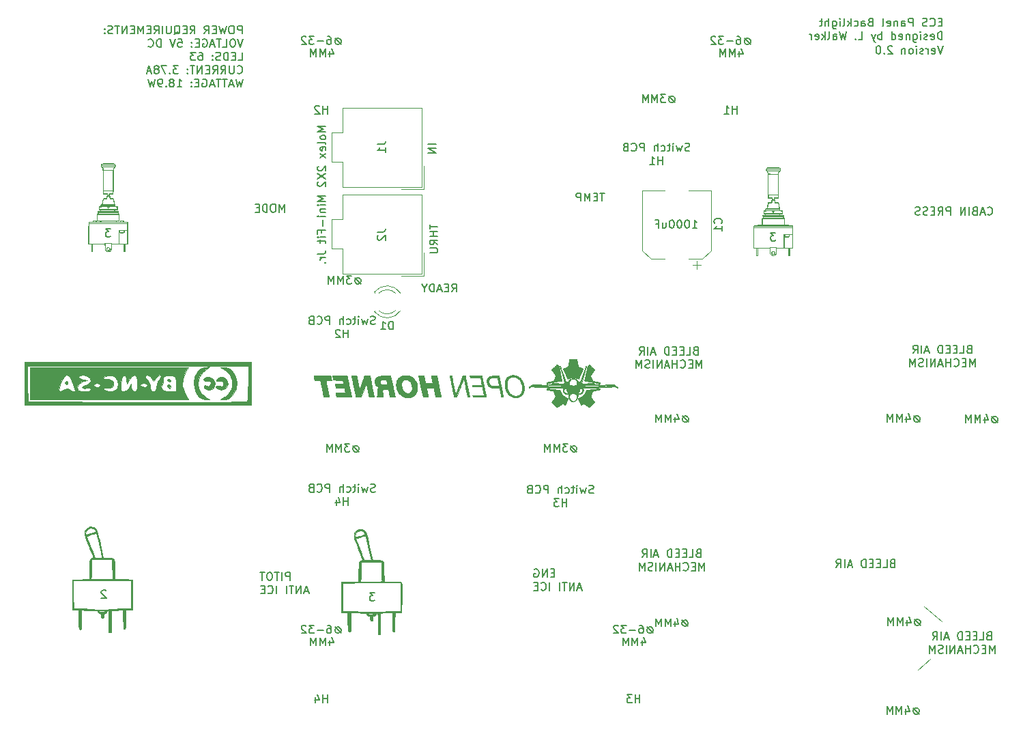
<source format=gbr>
G04 #@! TF.GenerationSoftware,KiCad,Pcbnew,(5.1.6)-1*
G04 #@! TF.CreationDate,2021-02-10T21:53:07+11:00*
G04 #@! TF.ProjectId,ECS Panel PCB V2,45435320-5061-46e6-956c-205043422056,rev?*
G04 #@! TF.SameCoordinates,Original*
G04 #@! TF.FileFunction,Legend,Bot*
G04 #@! TF.FilePolarity,Positive*
%FSLAX46Y46*%
G04 Gerber Fmt 4.6, Leading zero omitted, Abs format (unit mm)*
G04 Created by KiCad (PCBNEW (5.1.6)-1) date 2021-02-10 21:53:07*
%MOMM*%
%LPD*%
G01*
G04 APERTURE LIST*
%ADD10C,0.150000*%
%ADD11C,0.120000*%
%ADD12C,0.010000*%
%ADD13C,0.100000*%
G04 APERTURE END LIST*
D10*
X71914285Y-103290476D02*
X71723809Y-103290476D01*
X71533333Y-103385714D01*
X71438095Y-103576190D01*
X71438095Y-103766666D01*
X71533333Y-103957142D01*
X71723809Y-104052380D01*
X71914285Y-104052380D01*
X72104761Y-103957142D01*
X72200000Y-103766666D01*
X72200000Y-103576190D01*
X72104761Y-103385714D01*
X71914285Y-103290476D01*
X71438095Y-103290476D02*
X72200000Y-104052380D01*
X71057142Y-103052380D02*
X70438095Y-103052380D01*
X70771428Y-103433333D01*
X70628571Y-103433333D01*
X70533333Y-103480952D01*
X70485714Y-103528571D01*
X70438095Y-103623809D01*
X70438095Y-103861904D01*
X70485714Y-103957142D01*
X70533333Y-104004761D01*
X70628571Y-104052380D01*
X70914285Y-104052380D01*
X71009523Y-104004761D01*
X71057142Y-103957142D01*
X70009523Y-104052380D02*
X70009523Y-103052380D01*
X69676190Y-103766666D01*
X69342857Y-103052380D01*
X69342857Y-104052380D01*
X68866666Y-104052380D02*
X68866666Y-103052380D01*
X68533333Y-103766666D01*
X68200000Y-103052380D01*
X68200000Y-104052380D01*
X98742285Y-124125076D02*
X98551809Y-124125076D01*
X98361333Y-124220314D01*
X98266095Y-124410790D01*
X98266095Y-124601266D01*
X98361333Y-124791742D01*
X98551809Y-124886980D01*
X98742285Y-124886980D01*
X98932761Y-124791742D01*
X99028000Y-124601266D01*
X99028000Y-124410790D01*
X98932761Y-124220314D01*
X98742285Y-124125076D01*
X98266095Y-124125076D02*
X99028000Y-124886980D01*
X97885142Y-123886980D02*
X97266095Y-123886980D01*
X97599428Y-124267933D01*
X97456571Y-124267933D01*
X97361333Y-124315552D01*
X97313714Y-124363171D01*
X97266095Y-124458409D01*
X97266095Y-124696504D01*
X97313714Y-124791742D01*
X97361333Y-124839361D01*
X97456571Y-124886980D01*
X97742285Y-124886980D01*
X97837523Y-124839361D01*
X97885142Y-124791742D01*
X96837523Y-124886980D02*
X96837523Y-123886980D01*
X96504190Y-124601266D01*
X96170857Y-123886980D01*
X96170857Y-124886980D01*
X95694666Y-124886980D02*
X95694666Y-123886980D01*
X95361333Y-124601266D01*
X95028000Y-123886980D01*
X95028000Y-124886980D01*
X71691285Y-124125076D02*
X71500809Y-124125076D01*
X71310333Y-124220314D01*
X71215095Y-124410790D01*
X71215095Y-124601266D01*
X71310333Y-124791742D01*
X71500809Y-124886980D01*
X71691285Y-124886980D01*
X71881761Y-124791742D01*
X71977000Y-124601266D01*
X71977000Y-124410790D01*
X71881761Y-124220314D01*
X71691285Y-124125076D01*
X71215095Y-124125076D02*
X71977000Y-124886980D01*
X70834142Y-123886980D02*
X70215095Y-123886980D01*
X70548428Y-124267933D01*
X70405571Y-124267933D01*
X70310333Y-124315552D01*
X70262714Y-124363171D01*
X70215095Y-124458409D01*
X70215095Y-124696504D01*
X70262714Y-124791742D01*
X70310333Y-124839361D01*
X70405571Y-124886980D01*
X70691285Y-124886980D01*
X70786523Y-124839361D01*
X70834142Y-124791742D01*
X69786523Y-124886980D02*
X69786523Y-123886980D01*
X69453190Y-124601266D01*
X69119857Y-123886980D01*
X69119857Y-124886980D01*
X68643666Y-124886980D02*
X68643666Y-123886980D01*
X68310333Y-124601266D01*
X67977000Y-123886980D01*
X67977000Y-124886980D01*
X110883485Y-80818076D02*
X110693009Y-80818076D01*
X110502533Y-80913314D01*
X110407295Y-81103790D01*
X110407295Y-81294266D01*
X110502533Y-81484742D01*
X110693009Y-81579980D01*
X110883485Y-81579980D01*
X111073961Y-81484742D01*
X111169200Y-81294266D01*
X111169200Y-81103790D01*
X111073961Y-80913314D01*
X110883485Y-80818076D01*
X110407295Y-80818076D02*
X111169200Y-81579980D01*
X110026342Y-80579980D02*
X109407295Y-80579980D01*
X109740628Y-80960933D01*
X109597771Y-80960933D01*
X109502533Y-81008552D01*
X109454914Y-81056171D01*
X109407295Y-81151409D01*
X109407295Y-81389504D01*
X109454914Y-81484742D01*
X109502533Y-81532361D01*
X109597771Y-81579980D01*
X109883485Y-81579980D01*
X109978723Y-81532361D01*
X110026342Y-81484742D01*
X108978723Y-81579980D02*
X108978723Y-80579980D01*
X108645390Y-81294266D01*
X108312057Y-80579980D01*
X108312057Y-81579980D01*
X107835866Y-81579980D02*
X107835866Y-80579980D01*
X107502533Y-81294266D01*
X107169200Y-80579980D01*
X107169200Y-81579980D01*
X73970638Y-129830961D02*
X73827780Y-129878580D01*
X73589685Y-129878580D01*
X73494447Y-129830961D01*
X73446828Y-129783342D01*
X73399209Y-129688104D01*
X73399209Y-129592866D01*
X73446828Y-129497628D01*
X73494447Y-129450009D01*
X73589685Y-129402390D01*
X73780161Y-129354771D01*
X73875400Y-129307152D01*
X73923019Y-129259533D01*
X73970638Y-129164295D01*
X73970638Y-129069057D01*
X73923019Y-128973819D01*
X73875400Y-128926200D01*
X73780161Y-128878580D01*
X73542066Y-128878580D01*
X73399209Y-128926200D01*
X73065876Y-129211914D02*
X72875400Y-129878580D01*
X72684923Y-129402390D01*
X72494447Y-129878580D01*
X72303971Y-129211914D01*
X71923019Y-129878580D02*
X71923019Y-129211914D01*
X71923019Y-128878580D02*
X71970638Y-128926200D01*
X71923019Y-128973819D01*
X71875400Y-128926200D01*
X71923019Y-128878580D01*
X71923019Y-128973819D01*
X71589685Y-129211914D02*
X71208733Y-129211914D01*
X71446828Y-128878580D02*
X71446828Y-129735723D01*
X71399209Y-129830961D01*
X71303971Y-129878580D01*
X71208733Y-129878580D01*
X70446828Y-129830961D02*
X70542066Y-129878580D01*
X70732542Y-129878580D01*
X70827780Y-129830961D01*
X70875400Y-129783342D01*
X70923019Y-129688104D01*
X70923019Y-129402390D01*
X70875400Y-129307152D01*
X70827780Y-129259533D01*
X70732542Y-129211914D01*
X70542066Y-129211914D01*
X70446828Y-129259533D01*
X70018257Y-129878580D02*
X70018257Y-128878580D01*
X69589685Y-129878580D02*
X69589685Y-129354771D01*
X69637304Y-129259533D01*
X69732542Y-129211914D01*
X69875400Y-129211914D01*
X69970638Y-129259533D01*
X70018257Y-129307152D01*
X68351590Y-129878580D02*
X68351590Y-128878580D01*
X67970638Y-128878580D01*
X67875400Y-128926200D01*
X67827780Y-128973819D01*
X67780161Y-129069057D01*
X67780161Y-129211914D01*
X67827780Y-129307152D01*
X67875400Y-129354771D01*
X67970638Y-129402390D01*
X68351590Y-129402390D01*
X66780161Y-129783342D02*
X66827780Y-129830961D01*
X66970638Y-129878580D01*
X67065876Y-129878580D01*
X67208733Y-129830961D01*
X67303971Y-129735723D01*
X67351590Y-129640485D01*
X67399209Y-129450009D01*
X67399209Y-129307152D01*
X67351590Y-129116676D01*
X67303971Y-129021438D01*
X67208733Y-128926200D01*
X67065876Y-128878580D01*
X66970638Y-128878580D01*
X66827780Y-128926200D01*
X66780161Y-128973819D01*
X66018257Y-129354771D02*
X65875400Y-129402390D01*
X65827780Y-129450009D01*
X65780161Y-129545247D01*
X65780161Y-129688104D01*
X65827780Y-129783342D01*
X65875400Y-129830961D01*
X65970638Y-129878580D01*
X66351590Y-129878580D01*
X66351590Y-128878580D01*
X66018257Y-128878580D01*
X65923019Y-128926200D01*
X65875400Y-128973819D01*
X65827780Y-129069057D01*
X65827780Y-129164295D01*
X65875400Y-129259533D01*
X65923019Y-129307152D01*
X66018257Y-129354771D01*
X66351590Y-129354771D01*
X70637304Y-131528580D02*
X70637304Y-130528580D01*
X70637304Y-131004771D02*
X70065876Y-131004771D01*
X70065876Y-131528580D02*
X70065876Y-130528580D01*
X69161114Y-130861914D02*
X69161114Y-131528580D01*
X69399209Y-130480961D02*
X69637304Y-131195247D01*
X69018257Y-131195247D01*
X101072438Y-129983361D02*
X100929580Y-130030980D01*
X100691485Y-130030980D01*
X100596247Y-129983361D01*
X100548628Y-129935742D01*
X100501009Y-129840504D01*
X100501009Y-129745266D01*
X100548628Y-129650028D01*
X100596247Y-129602409D01*
X100691485Y-129554790D01*
X100881961Y-129507171D01*
X100977200Y-129459552D01*
X101024819Y-129411933D01*
X101072438Y-129316695D01*
X101072438Y-129221457D01*
X101024819Y-129126219D01*
X100977200Y-129078600D01*
X100881961Y-129030980D01*
X100643866Y-129030980D01*
X100501009Y-129078600D01*
X100167676Y-129364314D02*
X99977200Y-130030980D01*
X99786723Y-129554790D01*
X99596247Y-130030980D01*
X99405771Y-129364314D01*
X99024819Y-130030980D02*
X99024819Y-129364314D01*
X99024819Y-129030980D02*
X99072438Y-129078600D01*
X99024819Y-129126219D01*
X98977200Y-129078600D01*
X99024819Y-129030980D01*
X99024819Y-129126219D01*
X98691485Y-129364314D02*
X98310533Y-129364314D01*
X98548628Y-129030980D02*
X98548628Y-129888123D01*
X98501009Y-129983361D01*
X98405771Y-130030980D01*
X98310533Y-130030980D01*
X97548628Y-129983361D02*
X97643866Y-130030980D01*
X97834342Y-130030980D01*
X97929580Y-129983361D01*
X97977200Y-129935742D01*
X98024819Y-129840504D01*
X98024819Y-129554790D01*
X97977200Y-129459552D01*
X97929580Y-129411933D01*
X97834342Y-129364314D01*
X97643866Y-129364314D01*
X97548628Y-129411933D01*
X97120057Y-130030980D02*
X97120057Y-129030980D01*
X96691485Y-130030980D02*
X96691485Y-129507171D01*
X96739104Y-129411933D01*
X96834342Y-129364314D01*
X96977200Y-129364314D01*
X97072438Y-129411933D01*
X97120057Y-129459552D01*
X95453390Y-130030980D02*
X95453390Y-129030980D01*
X95072438Y-129030980D01*
X94977200Y-129078600D01*
X94929580Y-129126219D01*
X94881961Y-129221457D01*
X94881961Y-129364314D01*
X94929580Y-129459552D01*
X94977200Y-129507171D01*
X95072438Y-129554790D01*
X95453390Y-129554790D01*
X93881961Y-129935742D02*
X93929580Y-129983361D01*
X94072438Y-130030980D01*
X94167676Y-130030980D01*
X94310533Y-129983361D01*
X94405771Y-129888123D01*
X94453390Y-129792885D01*
X94501009Y-129602409D01*
X94501009Y-129459552D01*
X94453390Y-129269076D01*
X94405771Y-129173838D01*
X94310533Y-129078600D01*
X94167676Y-129030980D01*
X94072438Y-129030980D01*
X93929580Y-129078600D01*
X93881961Y-129126219D01*
X93120057Y-129507171D02*
X92977200Y-129554790D01*
X92929580Y-129602409D01*
X92881961Y-129697647D01*
X92881961Y-129840504D01*
X92929580Y-129935742D01*
X92977200Y-129983361D01*
X93072438Y-130030980D01*
X93453390Y-130030980D01*
X93453390Y-129030980D01*
X93120057Y-129030980D01*
X93024819Y-129078600D01*
X92977200Y-129126219D01*
X92929580Y-129221457D01*
X92929580Y-129316695D01*
X92977200Y-129411933D01*
X93024819Y-129459552D01*
X93120057Y-129507171D01*
X93453390Y-129507171D01*
X97739104Y-131680980D02*
X97739104Y-130680980D01*
X97739104Y-131157171D02*
X97167676Y-131157171D01*
X97167676Y-131680980D02*
X97167676Y-130680980D01*
X96786723Y-130680980D02*
X96167676Y-130680980D01*
X96501009Y-131061933D01*
X96358152Y-131061933D01*
X96262914Y-131109552D01*
X96215295Y-131157171D01*
X96167676Y-131252409D01*
X96167676Y-131490504D01*
X96215295Y-131585742D01*
X96262914Y-131633361D01*
X96358152Y-131680980D01*
X96643866Y-131680980D01*
X96739104Y-131633361D01*
X96786723Y-131585742D01*
X73970638Y-109028361D02*
X73827780Y-109075980D01*
X73589685Y-109075980D01*
X73494447Y-109028361D01*
X73446828Y-108980742D01*
X73399209Y-108885504D01*
X73399209Y-108790266D01*
X73446828Y-108695028D01*
X73494447Y-108647409D01*
X73589685Y-108599790D01*
X73780161Y-108552171D01*
X73875400Y-108504552D01*
X73923019Y-108456933D01*
X73970638Y-108361695D01*
X73970638Y-108266457D01*
X73923019Y-108171219D01*
X73875400Y-108123600D01*
X73780161Y-108075980D01*
X73542066Y-108075980D01*
X73399209Y-108123600D01*
X73065876Y-108409314D02*
X72875400Y-109075980D01*
X72684923Y-108599790D01*
X72494447Y-109075980D01*
X72303971Y-108409314D01*
X71923019Y-109075980D02*
X71923019Y-108409314D01*
X71923019Y-108075980D02*
X71970638Y-108123600D01*
X71923019Y-108171219D01*
X71875400Y-108123600D01*
X71923019Y-108075980D01*
X71923019Y-108171219D01*
X71589685Y-108409314D02*
X71208733Y-108409314D01*
X71446828Y-108075980D02*
X71446828Y-108933123D01*
X71399209Y-109028361D01*
X71303971Y-109075980D01*
X71208733Y-109075980D01*
X70446828Y-109028361D02*
X70542066Y-109075980D01*
X70732542Y-109075980D01*
X70827780Y-109028361D01*
X70875400Y-108980742D01*
X70923019Y-108885504D01*
X70923019Y-108599790D01*
X70875400Y-108504552D01*
X70827780Y-108456933D01*
X70732542Y-108409314D01*
X70542066Y-108409314D01*
X70446828Y-108456933D01*
X70018257Y-109075980D02*
X70018257Y-108075980D01*
X69589685Y-109075980D02*
X69589685Y-108552171D01*
X69637304Y-108456933D01*
X69732542Y-108409314D01*
X69875400Y-108409314D01*
X69970638Y-108456933D01*
X70018257Y-108504552D01*
X68351590Y-109075980D02*
X68351590Y-108075980D01*
X67970638Y-108075980D01*
X67875400Y-108123600D01*
X67827780Y-108171219D01*
X67780161Y-108266457D01*
X67780161Y-108409314D01*
X67827780Y-108504552D01*
X67875400Y-108552171D01*
X67970638Y-108599790D01*
X68351590Y-108599790D01*
X66780161Y-108980742D02*
X66827780Y-109028361D01*
X66970638Y-109075980D01*
X67065876Y-109075980D01*
X67208733Y-109028361D01*
X67303971Y-108933123D01*
X67351590Y-108837885D01*
X67399209Y-108647409D01*
X67399209Y-108504552D01*
X67351590Y-108314076D01*
X67303971Y-108218838D01*
X67208733Y-108123600D01*
X67065876Y-108075980D01*
X66970638Y-108075980D01*
X66827780Y-108123600D01*
X66780161Y-108171219D01*
X66018257Y-108552171D02*
X65875400Y-108599790D01*
X65827780Y-108647409D01*
X65780161Y-108742647D01*
X65780161Y-108885504D01*
X65827780Y-108980742D01*
X65875400Y-109028361D01*
X65970638Y-109075980D01*
X66351590Y-109075980D01*
X66351590Y-108075980D01*
X66018257Y-108075980D01*
X65923019Y-108123600D01*
X65875400Y-108171219D01*
X65827780Y-108266457D01*
X65827780Y-108361695D01*
X65875400Y-108456933D01*
X65923019Y-108504552D01*
X66018257Y-108552171D01*
X66351590Y-108552171D01*
X70637304Y-110725980D02*
X70637304Y-109725980D01*
X70637304Y-110202171D02*
X70065876Y-110202171D01*
X70065876Y-110725980D02*
X70065876Y-109725980D01*
X69637304Y-109821219D02*
X69589685Y-109773600D01*
X69494447Y-109725980D01*
X69256352Y-109725980D01*
X69161114Y-109773600D01*
X69113495Y-109821219D01*
X69065876Y-109916457D01*
X69065876Y-110011695D01*
X69113495Y-110154552D01*
X69684923Y-110725980D01*
X69065876Y-110725980D01*
X112985038Y-87565361D02*
X112842180Y-87612980D01*
X112604085Y-87612980D01*
X112508847Y-87565361D01*
X112461228Y-87517742D01*
X112413609Y-87422504D01*
X112413609Y-87327266D01*
X112461228Y-87232028D01*
X112508847Y-87184409D01*
X112604085Y-87136790D01*
X112794561Y-87089171D01*
X112889800Y-87041552D01*
X112937419Y-86993933D01*
X112985038Y-86898695D01*
X112985038Y-86803457D01*
X112937419Y-86708219D01*
X112889800Y-86660600D01*
X112794561Y-86612980D01*
X112556466Y-86612980D01*
X112413609Y-86660600D01*
X112080276Y-86946314D02*
X111889800Y-87612980D01*
X111699323Y-87136790D01*
X111508847Y-87612980D01*
X111318371Y-86946314D01*
X110937419Y-87612980D02*
X110937419Y-86946314D01*
X110937419Y-86612980D02*
X110985038Y-86660600D01*
X110937419Y-86708219D01*
X110889800Y-86660600D01*
X110937419Y-86612980D01*
X110937419Y-86708219D01*
X110604085Y-86946314D02*
X110223133Y-86946314D01*
X110461228Y-86612980D02*
X110461228Y-87470123D01*
X110413609Y-87565361D01*
X110318371Y-87612980D01*
X110223133Y-87612980D01*
X109461228Y-87565361D02*
X109556466Y-87612980D01*
X109746942Y-87612980D01*
X109842180Y-87565361D01*
X109889800Y-87517742D01*
X109937419Y-87422504D01*
X109937419Y-87136790D01*
X109889800Y-87041552D01*
X109842180Y-86993933D01*
X109746942Y-86946314D01*
X109556466Y-86946314D01*
X109461228Y-86993933D01*
X109032657Y-87612980D02*
X109032657Y-86612980D01*
X108604085Y-87612980D02*
X108604085Y-87089171D01*
X108651704Y-86993933D01*
X108746942Y-86946314D01*
X108889800Y-86946314D01*
X108985038Y-86993933D01*
X109032657Y-87041552D01*
X107365990Y-87612980D02*
X107365990Y-86612980D01*
X106985038Y-86612980D01*
X106889800Y-86660600D01*
X106842180Y-86708219D01*
X106794561Y-86803457D01*
X106794561Y-86946314D01*
X106842180Y-87041552D01*
X106889800Y-87089171D01*
X106985038Y-87136790D01*
X107365990Y-87136790D01*
X105794561Y-87517742D02*
X105842180Y-87565361D01*
X105985038Y-87612980D01*
X106080276Y-87612980D01*
X106223133Y-87565361D01*
X106318371Y-87470123D01*
X106365990Y-87374885D01*
X106413609Y-87184409D01*
X106413609Y-87041552D01*
X106365990Y-86851076D01*
X106318371Y-86755838D01*
X106223133Y-86660600D01*
X106080276Y-86612980D01*
X105985038Y-86612980D01*
X105842180Y-86660600D01*
X105794561Y-86708219D01*
X105032657Y-87089171D02*
X104889800Y-87136790D01*
X104842180Y-87184409D01*
X104794561Y-87279647D01*
X104794561Y-87422504D01*
X104842180Y-87517742D01*
X104889800Y-87565361D01*
X104985038Y-87612980D01*
X105365990Y-87612980D01*
X105365990Y-86612980D01*
X105032657Y-86612980D01*
X104937419Y-86660600D01*
X104889800Y-86708219D01*
X104842180Y-86803457D01*
X104842180Y-86898695D01*
X104889800Y-86993933D01*
X104937419Y-87041552D01*
X105032657Y-87089171D01*
X105365990Y-87089171D01*
X109651704Y-89262980D02*
X109651704Y-88262980D01*
X109651704Y-88739171D02*
X109080276Y-88739171D01*
X109080276Y-89262980D02*
X109080276Y-88262980D01*
X108080276Y-89262980D02*
X108651704Y-89262980D01*
X108365990Y-89262980D02*
X108365990Y-88262980D01*
X108461228Y-88405838D01*
X108556466Y-88501076D01*
X108651704Y-88548695D01*
D11*
X142824200Y-150596600D02*
X141351000Y-151892000D01*
X144272000Y-145923000D02*
X142113000Y-144043400D01*
D10*
X113724914Y-112336771D02*
X113582057Y-112384390D01*
X113534438Y-112432009D01*
X113486819Y-112527247D01*
X113486819Y-112670104D01*
X113534438Y-112765342D01*
X113582057Y-112812961D01*
X113677295Y-112860580D01*
X114058247Y-112860580D01*
X114058247Y-111860580D01*
X113724914Y-111860580D01*
X113629676Y-111908200D01*
X113582057Y-111955819D01*
X113534438Y-112051057D01*
X113534438Y-112146295D01*
X113582057Y-112241533D01*
X113629676Y-112289152D01*
X113724914Y-112336771D01*
X114058247Y-112336771D01*
X112582057Y-112860580D02*
X113058247Y-112860580D01*
X113058247Y-111860580D01*
X112248723Y-112336771D02*
X111915390Y-112336771D01*
X111772533Y-112860580D02*
X112248723Y-112860580D01*
X112248723Y-111860580D01*
X111772533Y-111860580D01*
X111343961Y-112336771D02*
X111010628Y-112336771D01*
X110867771Y-112860580D02*
X111343961Y-112860580D01*
X111343961Y-111860580D01*
X110867771Y-111860580D01*
X110439200Y-112860580D02*
X110439200Y-111860580D01*
X110201104Y-111860580D01*
X110058247Y-111908200D01*
X109963009Y-112003438D01*
X109915390Y-112098676D01*
X109867771Y-112289152D01*
X109867771Y-112432009D01*
X109915390Y-112622485D01*
X109963009Y-112717723D01*
X110058247Y-112812961D01*
X110201104Y-112860580D01*
X110439200Y-112860580D01*
X108724914Y-112574866D02*
X108248723Y-112574866D01*
X108820152Y-112860580D02*
X108486819Y-111860580D01*
X108153485Y-112860580D01*
X107820152Y-112860580D02*
X107820152Y-111860580D01*
X106772533Y-112860580D02*
X107105866Y-112384390D01*
X107343961Y-112860580D02*
X107343961Y-111860580D01*
X106963009Y-111860580D01*
X106867771Y-111908200D01*
X106820152Y-111955819D01*
X106772533Y-112051057D01*
X106772533Y-112193914D01*
X106820152Y-112289152D01*
X106867771Y-112336771D01*
X106963009Y-112384390D01*
X107343961Y-112384390D01*
X114486819Y-114510580D02*
X114486819Y-113510580D01*
X114153485Y-114224866D01*
X113820152Y-113510580D01*
X113820152Y-114510580D01*
X113343961Y-113986771D02*
X113010628Y-113986771D01*
X112867771Y-114510580D02*
X113343961Y-114510580D01*
X113343961Y-113510580D01*
X112867771Y-113510580D01*
X111867771Y-114415342D02*
X111915390Y-114462961D01*
X112058247Y-114510580D01*
X112153485Y-114510580D01*
X112296342Y-114462961D01*
X112391580Y-114367723D01*
X112439200Y-114272485D01*
X112486819Y-114082009D01*
X112486819Y-113939152D01*
X112439200Y-113748676D01*
X112391580Y-113653438D01*
X112296342Y-113558200D01*
X112153485Y-113510580D01*
X112058247Y-113510580D01*
X111915390Y-113558200D01*
X111867771Y-113605819D01*
X111439200Y-114510580D02*
X111439200Y-113510580D01*
X111439200Y-113986771D02*
X110867771Y-113986771D01*
X110867771Y-114510580D02*
X110867771Y-113510580D01*
X110439200Y-114224866D02*
X109963009Y-114224866D01*
X110534438Y-114510580D02*
X110201104Y-113510580D01*
X109867771Y-114510580D01*
X109534438Y-114510580D02*
X109534438Y-113510580D01*
X108963009Y-114510580D01*
X108963009Y-113510580D01*
X108486819Y-114510580D02*
X108486819Y-113510580D01*
X108058247Y-114462961D02*
X107915390Y-114510580D01*
X107677295Y-114510580D01*
X107582057Y-114462961D01*
X107534438Y-114415342D01*
X107486819Y-114320104D01*
X107486819Y-114224866D01*
X107534438Y-114129628D01*
X107582057Y-114082009D01*
X107677295Y-114034390D01*
X107867771Y-113986771D01*
X107963009Y-113939152D01*
X108010628Y-113891533D01*
X108058247Y-113796295D01*
X108058247Y-113701057D01*
X108010628Y-113605819D01*
X107963009Y-113558200D01*
X107867771Y-113510580D01*
X107629676Y-113510580D01*
X107486819Y-113558200D01*
X107058247Y-114510580D02*
X107058247Y-113510580D01*
X106724914Y-114224866D01*
X106391580Y-113510580D01*
X106391580Y-114510580D01*
X147659314Y-112158971D02*
X147516457Y-112206590D01*
X147468838Y-112254209D01*
X147421219Y-112349447D01*
X147421219Y-112492304D01*
X147468838Y-112587542D01*
X147516457Y-112635161D01*
X147611695Y-112682780D01*
X147992647Y-112682780D01*
X147992647Y-111682780D01*
X147659314Y-111682780D01*
X147564076Y-111730400D01*
X147516457Y-111778019D01*
X147468838Y-111873257D01*
X147468838Y-111968495D01*
X147516457Y-112063733D01*
X147564076Y-112111352D01*
X147659314Y-112158971D01*
X147992647Y-112158971D01*
X146516457Y-112682780D02*
X146992647Y-112682780D01*
X146992647Y-111682780D01*
X146183123Y-112158971D02*
X145849790Y-112158971D01*
X145706933Y-112682780D02*
X146183123Y-112682780D01*
X146183123Y-111682780D01*
X145706933Y-111682780D01*
X145278361Y-112158971D02*
X144945028Y-112158971D01*
X144802171Y-112682780D02*
X145278361Y-112682780D01*
X145278361Y-111682780D01*
X144802171Y-111682780D01*
X144373600Y-112682780D02*
X144373600Y-111682780D01*
X144135504Y-111682780D01*
X143992647Y-111730400D01*
X143897409Y-111825638D01*
X143849790Y-111920876D01*
X143802171Y-112111352D01*
X143802171Y-112254209D01*
X143849790Y-112444685D01*
X143897409Y-112539923D01*
X143992647Y-112635161D01*
X144135504Y-112682780D01*
X144373600Y-112682780D01*
X142659314Y-112397066D02*
X142183123Y-112397066D01*
X142754552Y-112682780D02*
X142421219Y-111682780D01*
X142087885Y-112682780D01*
X141754552Y-112682780D02*
X141754552Y-111682780D01*
X140706933Y-112682780D02*
X141040266Y-112206590D01*
X141278361Y-112682780D02*
X141278361Y-111682780D01*
X140897409Y-111682780D01*
X140802171Y-111730400D01*
X140754552Y-111778019D01*
X140706933Y-111873257D01*
X140706933Y-112016114D01*
X140754552Y-112111352D01*
X140802171Y-112158971D01*
X140897409Y-112206590D01*
X141278361Y-112206590D01*
X148421219Y-114332780D02*
X148421219Y-113332780D01*
X148087885Y-114047066D01*
X147754552Y-113332780D01*
X147754552Y-114332780D01*
X147278361Y-113808971D02*
X146945028Y-113808971D01*
X146802171Y-114332780D02*
X147278361Y-114332780D01*
X147278361Y-113332780D01*
X146802171Y-113332780D01*
X145802171Y-114237542D02*
X145849790Y-114285161D01*
X145992647Y-114332780D01*
X146087885Y-114332780D01*
X146230742Y-114285161D01*
X146325980Y-114189923D01*
X146373600Y-114094685D01*
X146421219Y-113904209D01*
X146421219Y-113761352D01*
X146373600Y-113570876D01*
X146325980Y-113475638D01*
X146230742Y-113380400D01*
X146087885Y-113332780D01*
X145992647Y-113332780D01*
X145849790Y-113380400D01*
X145802171Y-113428019D01*
X145373600Y-114332780D02*
X145373600Y-113332780D01*
X145373600Y-113808971D02*
X144802171Y-113808971D01*
X144802171Y-114332780D02*
X144802171Y-113332780D01*
X144373600Y-114047066D02*
X143897409Y-114047066D01*
X144468838Y-114332780D02*
X144135504Y-113332780D01*
X143802171Y-114332780D01*
X143468838Y-114332780D02*
X143468838Y-113332780D01*
X142897409Y-114332780D01*
X142897409Y-113332780D01*
X142421219Y-114332780D02*
X142421219Y-113332780D01*
X141992647Y-114285161D02*
X141849790Y-114332780D01*
X141611695Y-114332780D01*
X141516457Y-114285161D01*
X141468838Y-114237542D01*
X141421219Y-114142304D01*
X141421219Y-114047066D01*
X141468838Y-113951828D01*
X141516457Y-113904209D01*
X141611695Y-113856590D01*
X141802171Y-113808971D01*
X141897409Y-113761352D01*
X141945028Y-113713733D01*
X141992647Y-113618495D01*
X141992647Y-113523257D01*
X141945028Y-113428019D01*
X141897409Y-113380400D01*
X141802171Y-113332780D01*
X141564076Y-113332780D01*
X141421219Y-113380400D01*
X140992647Y-114332780D02*
X140992647Y-113332780D01*
X140659314Y-114047066D01*
X140325980Y-113332780D01*
X140325980Y-114332780D01*
X114080514Y-137457371D02*
X113937657Y-137504990D01*
X113890038Y-137552609D01*
X113842419Y-137647847D01*
X113842419Y-137790704D01*
X113890038Y-137885942D01*
X113937657Y-137933561D01*
X114032895Y-137981180D01*
X114413847Y-137981180D01*
X114413847Y-136981180D01*
X114080514Y-136981180D01*
X113985276Y-137028800D01*
X113937657Y-137076419D01*
X113890038Y-137171657D01*
X113890038Y-137266895D01*
X113937657Y-137362133D01*
X113985276Y-137409752D01*
X114080514Y-137457371D01*
X114413847Y-137457371D01*
X112937657Y-137981180D02*
X113413847Y-137981180D01*
X113413847Y-136981180D01*
X112604323Y-137457371D02*
X112270990Y-137457371D01*
X112128133Y-137981180D02*
X112604323Y-137981180D01*
X112604323Y-136981180D01*
X112128133Y-136981180D01*
X111699561Y-137457371D02*
X111366228Y-137457371D01*
X111223371Y-137981180D02*
X111699561Y-137981180D01*
X111699561Y-136981180D01*
X111223371Y-136981180D01*
X110794800Y-137981180D02*
X110794800Y-136981180D01*
X110556704Y-136981180D01*
X110413847Y-137028800D01*
X110318609Y-137124038D01*
X110270990Y-137219276D01*
X110223371Y-137409752D01*
X110223371Y-137552609D01*
X110270990Y-137743085D01*
X110318609Y-137838323D01*
X110413847Y-137933561D01*
X110556704Y-137981180D01*
X110794800Y-137981180D01*
X109080514Y-137695466D02*
X108604323Y-137695466D01*
X109175752Y-137981180D02*
X108842419Y-136981180D01*
X108509085Y-137981180D01*
X108175752Y-137981180D02*
X108175752Y-136981180D01*
X107128133Y-137981180D02*
X107461466Y-137504990D01*
X107699561Y-137981180D02*
X107699561Y-136981180D01*
X107318609Y-136981180D01*
X107223371Y-137028800D01*
X107175752Y-137076419D01*
X107128133Y-137171657D01*
X107128133Y-137314514D01*
X107175752Y-137409752D01*
X107223371Y-137457371D01*
X107318609Y-137504990D01*
X107699561Y-137504990D01*
X114842419Y-139631180D02*
X114842419Y-138631180D01*
X114509085Y-139345466D01*
X114175752Y-138631180D01*
X114175752Y-139631180D01*
X113699561Y-139107371D02*
X113366228Y-139107371D01*
X113223371Y-139631180D02*
X113699561Y-139631180D01*
X113699561Y-138631180D01*
X113223371Y-138631180D01*
X112223371Y-139535942D02*
X112270990Y-139583561D01*
X112413847Y-139631180D01*
X112509085Y-139631180D01*
X112651942Y-139583561D01*
X112747180Y-139488323D01*
X112794800Y-139393085D01*
X112842419Y-139202609D01*
X112842419Y-139059752D01*
X112794800Y-138869276D01*
X112747180Y-138774038D01*
X112651942Y-138678800D01*
X112509085Y-138631180D01*
X112413847Y-138631180D01*
X112270990Y-138678800D01*
X112223371Y-138726419D01*
X111794800Y-139631180D02*
X111794800Y-138631180D01*
X111794800Y-139107371D02*
X111223371Y-139107371D01*
X111223371Y-139631180D02*
X111223371Y-138631180D01*
X110794800Y-139345466D02*
X110318609Y-139345466D01*
X110890038Y-139631180D02*
X110556704Y-138631180D01*
X110223371Y-139631180D01*
X109890038Y-139631180D02*
X109890038Y-138631180D01*
X109318609Y-139631180D01*
X109318609Y-138631180D01*
X108842419Y-139631180D02*
X108842419Y-138631180D01*
X108413847Y-139583561D02*
X108270990Y-139631180D01*
X108032895Y-139631180D01*
X107937657Y-139583561D01*
X107890038Y-139535942D01*
X107842419Y-139440704D01*
X107842419Y-139345466D01*
X107890038Y-139250228D01*
X107937657Y-139202609D01*
X108032895Y-139154990D01*
X108223371Y-139107371D01*
X108318609Y-139059752D01*
X108366228Y-139012133D01*
X108413847Y-138916895D01*
X108413847Y-138821657D01*
X108366228Y-138726419D01*
X108318609Y-138678800D01*
X108223371Y-138631180D01*
X107985276Y-138631180D01*
X107842419Y-138678800D01*
X107413847Y-139631180D02*
X107413847Y-138631180D01*
X107080514Y-139345466D01*
X106747180Y-138631180D01*
X106747180Y-139631180D01*
X150097714Y-147693571D02*
X149954857Y-147741190D01*
X149907238Y-147788809D01*
X149859619Y-147884047D01*
X149859619Y-148026904D01*
X149907238Y-148122142D01*
X149954857Y-148169761D01*
X150050095Y-148217380D01*
X150431047Y-148217380D01*
X150431047Y-147217380D01*
X150097714Y-147217380D01*
X150002476Y-147265000D01*
X149954857Y-147312619D01*
X149907238Y-147407857D01*
X149907238Y-147503095D01*
X149954857Y-147598333D01*
X150002476Y-147645952D01*
X150097714Y-147693571D01*
X150431047Y-147693571D01*
X148954857Y-148217380D02*
X149431047Y-148217380D01*
X149431047Y-147217380D01*
X148621523Y-147693571D02*
X148288190Y-147693571D01*
X148145333Y-148217380D02*
X148621523Y-148217380D01*
X148621523Y-147217380D01*
X148145333Y-147217380D01*
X147716761Y-147693571D02*
X147383428Y-147693571D01*
X147240571Y-148217380D02*
X147716761Y-148217380D01*
X147716761Y-147217380D01*
X147240571Y-147217380D01*
X146812000Y-148217380D02*
X146812000Y-147217380D01*
X146573904Y-147217380D01*
X146431047Y-147265000D01*
X146335809Y-147360238D01*
X146288190Y-147455476D01*
X146240571Y-147645952D01*
X146240571Y-147788809D01*
X146288190Y-147979285D01*
X146335809Y-148074523D01*
X146431047Y-148169761D01*
X146573904Y-148217380D01*
X146812000Y-148217380D01*
X145097714Y-147931666D02*
X144621523Y-147931666D01*
X145192952Y-148217380D02*
X144859619Y-147217380D01*
X144526285Y-148217380D01*
X144192952Y-148217380D02*
X144192952Y-147217380D01*
X143145333Y-148217380D02*
X143478666Y-147741190D01*
X143716761Y-148217380D02*
X143716761Y-147217380D01*
X143335809Y-147217380D01*
X143240571Y-147265000D01*
X143192952Y-147312619D01*
X143145333Y-147407857D01*
X143145333Y-147550714D01*
X143192952Y-147645952D01*
X143240571Y-147693571D01*
X143335809Y-147741190D01*
X143716761Y-147741190D01*
X150859619Y-149867380D02*
X150859619Y-148867380D01*
X150526285Y-149581666D01*
X150192952Y-148867380D01*
X150192952Y-149867380D01*
X149716761Y-149343571D02*
X149383428Y-149343571D01*
X149240571Y-149867380D02*
X149716761Y-149867380D01*
X149716761Y-148867380D01*
X149240571Y-148867380D01*
X148240571Y-149772142D02*
X148288190Y-149819761D01*
X148431047Y-149867380D01*
X148526285Y-149867380D01*
X148669142Y-149819761D01*
X148764380Y-149724523D01*
X148812000Y-149629285D01*
X148859619Y-149438809D01*
X148859619Y-149295952D01*
X148812000Y-149105476D01*
X148764380Y-149010238D01*
X148669142Y-148915000D01*
X148526285Y-148867380D01*
X148431047Y-148867380D01*
X148288190Y-148915000D01*
X148240571Y-148962619D01*
X147812000Y-149867380D02*
X147812000Y-148867380D01*
X147812000Y-149343571D02*
X147240571Y-149343571D01*
X147240571Y-149867380D02*
X147240571Y-148867380D01*
X146812000Y-149581666D02*
X146335809Y-149581666D01*
X146907238Y-149867380D02*
X146573904Y-148867380D01*
X146240571Y-149867380D01*
X145907238Y-149867380D02*
X145907238Y-148867380D01*
X145335809Y-149867380D01*
X145335809Y-148867380D01*
X144859619Y-149867380D02*
X144859619Y-148867380D01*
X144431047Y-149819761D02*
X144288190Y-149867380D01*
X144050095Y-149867380D01*
X143954857Y-149819761D01*
X143907238Y-149772142D01*
X143859619Y-149676904D01*
X143859619Y-149581666D01*
X143907238Y-149486428D01*
X143954857Y-149438809D01*
X144050095Y-149391190D01*
X144240571Y-149343571D01*
X144335809Y-149295952D01*
X144383428Y-149248333D01*
X144431047Y-149153095D01*
X144431047Y-149057857D01*
X144383428Y-148962619D01*
X144335809Y-148915000D01*
X144240571Y-148867380D01*
X144002476Y-148867380D01*
X143859619Y-148915000D01*
X143431047Y-149867380D02*
X143431047Y-148867380D01*
X143097714Y-149581666D01*
X142764380Y-148867380D01*
X142764380Y-149867380D01*
X112534485Y-145791276D02*
X112344009Y-145791276D01*
X112153533Y-145886514D01*
X112058295Y-146076990D01*
X112058295Y-146267466D01*
X112153533Y-146457942D01*
X112344009Y-146553180D01*
X112534485Y-146553180D01*
X112724961Y-146457942D01*
X112820200Y-146267466D01*
X112820200Y-146076990D01*
X112724961Y-145886514D01*
X112534485Y-145791276D01*
X112058295Y-145791276D02*
X112820200Y-146553180D01*
X111153533Y-145886514D02*
X111153533Y-146553180D01*
X111391628Y-145505561D02*
X111629723Y-146219847D01*
X111010676Y-146219847D01*
X110629723Y-146553180D02*
X110629723Y-145553180D01*
X110296390Y-146267466D01*
X109963057Y-145553180D01*
X109963057Y-146553180D01*
X109486866Y-146553180D02*
X109486866Y-145553180D01*
X109153533Y-146267466D01*
X108820200Y-145553180D01*
X108820200Y-146553180D01*
X141211085Y-156637076D02*
X141020609Y-156637076D01*
X140830133Y-156732314D01*
X140734895Y-156922790D01*
X140734895Y-157113266D01*
X140830133Y-157303742D01*
X141020609Y-157398980D01*
X141211085Y-157398980D01*
X141401561Y-157303742D01*
X141496800Y-157113266D01*
X141496800Y-156922790D01*
X141401561Y-156732314D01*
X141211085Y-156637076D01*
X140734895Y-156637076D02*
X141496800Y-157398980D01*
X139830133Y-156732314D02*
X139830133Y-157398980D01*
X140068228Y-156351361D02*
X140306323Y-157065647D01*
X139687276Y-157065647D01*
X139306323Y-157398980D02*
X139306323Y-156398980D01*
X138972990Y-157113266D01*
X138639657Y-156398980D01*
X138639657Y-157398980D01*
X138163466Y-157398980D02*
X138163466Y-156398980D01*
X137830133Y-157113266D01*
X137496800Y-156398980D01*
X137496800Y-157398980D01*
X141338085Y-145638876D02*
X141147609Y-145638876D01*
X140957133Y-145734114D01*
X140861895Y-145924590D01*
X140861895Y-146115066D01*
X140957133Y-146305542D01*
X141147609Y-146400780D01*
X141338085Y-146400780D01*
X141528561Y-146305542D01*
X141623800Y-146115066D01*
X141623800Y-145924590D01*
X141528561Y-145734114D01*
X141338085Y-145638876D01*
X140861895Y-145638876D02*
X141623800Y-146400780D01*
X139957133Y-145734114D02*
X139957133Y-146400780D01*
X140195228Y-145353161D02*
X140433323Y-146067447D01*
X139814276Y-146067447D01*
X139433323Y-146400780D02*
X139433323Y-145400780D01*
X139099990Y-146115066D01*
X138766657Y-145400780D01*
X138766657Y-146400780D01*
X138290466Y-146400780D02*
X138290466Y-145400780D01*
X137957133Y-146115066D01*
X137623800Y-145400780D01*
X137623800Y-146400780D01*
X150964685Y-120492876D02*
X150774209Y-120492876D01*
X150583733Y-120588114D01*
X150488495Y-120778590D01*
X150488495Y-120969066D01*
X150583733Y-121159542D01*
X150774209Y-121254780D01*
X150964685Y-121254780D01*
X151155161Y-121159542D01*
X151250400Y-120969066D01*
X151250400Y-120778590D01*
X151155161Y-120588114D01*
X150964685Y-120492876D01*
X150488495Y-120492876D02*
X151250400Y-121254780D01*
X149583733Y-120588114D02*
X149583733Y-121254780D01*
X149821828Y-120207161D02*
X150059923Y-120921447D01*
X149440876Y-120921447D01*
X149059923Y-121254780D02*
X149059923Y-120254780D01*
X148726590Y-120969066D01*
X148393257Y-120254780D01*
X148393257Y-121254780D01*
X147917066Y-121254780D02*
X147917066Y-120254780D01*
X147583733Y-120969066D01*
X147250400Y-120254780D01*
X147250400Y-121254780D01*
X73933333Y-142352380D02*
X73314285Y-142352380D01*
X73647619Y-142733333D01*
X73504761Y-142733333D01*
X73409523Y-142780952D01*
X73361904Y-142828571D01*
X73314285Y-142923809D01*
X73314285Y-143161904D01*
X73361904Y-143257142D01*
X73409523Y-143304761D01*
X73504761Y-143352380D01*
X73790476Y-143352380D01*
X73885714Y-143304761D01*
X73933333Y-143257142D01*
X40585714Y-142147619D02*
X40538095Y-142100000D01*
X40442857Y-142052380D01*
X40204761Y-142052380D01*
X40109523Y-142100000D01*
X40061904Y-142147619D01*
X40014285Y-142242857D01*
X40014285Y-142338095D01*
X40061904Y-142480952D01*
X40633333Y-143052380D01*
X40014285Y-143052380D01*
X138134314Y-138714171D02*
X137991457Y-138761790D01*
X137943838Y-138809409D01*
X137896219Y-138904647D01*
X137896219Y-139047504D01*
X137943838Y-139142742D01*
X137991457Y-139190361D01*
X138086695Y-139237980D01*
X138467647Y-139237980D01*
X138467647Y-138237980D01*
X138134314Y-138237980D01*
X138039076Y-138285600D01*
X137991457Y-138333219D01*
X137943838Y-138428457D01*
X137943838Y-138523695D01*
X137991457Y-138618933D01*
X138039076Y-138666552D01*
X138134314Y-138714171D01*
X138467647Y-138714171D01*
X136991457Y-139237980D02*
X137467647Y-139237980D01*
X137467647Y-138237980D01*
X136658123Y-138714171D02*
X136324790Y-138714171D01*
X136181933Y-139237980D02*
X136658123Y-139237980D01*
X136658123Y-138237980D01*
X136181933Y-138237980D01*
X135753361Y-138714171D02*
X135420028Y-138714171D01*
X135277171Y-139237980D02*
X135753361Y-139237980D01*
X135753361Y-138237980D01*
X135277171Y-138237980D01*
X134848600Y-139237980D02*
X134848600Y-138237980D01*
X134610504Y-138237980D01*
X134467647Y-138285600D01*
X134372409Y-138380838D01*
X134324790Y-138476076D01*
X134277171Y-138666552D01*
X134277171Y-138809409D01*
X134324790Y-138999885D01*
X134372409Y-139095123D01*
X134467647Y-139190361D01*
X134610504Y-139237980D01*
X134848600Y-139237980D01*
X133134314Y-138952266D02*
X132658123Y-138952266D01*
X133229552Y-139237980D02*
X132896219Y-138237980D01*
X132562885Y-139237980D01*
X132229552Y-139237980D02*
X132229552Y-138237980D01*
X131181933Y-139237980D02*
X131515266Y-138761790D01*
X131753361Y-139237980D02*
X131753361Y-138237980D01*
X131372409Y-138237980D01*
X131277171Y-138285600D01*
X131229552Y-138333219D01*
X131181933Y-138428457D01*
X131181933Y-138571314D01*
X131229552Y-138666552D01*
X131277171Y-138714171D01*
X131372409Y-138761790D01*
X131753361Y-138761790D01*
X96211785Y-139903571D02*
X95878452Y-139903571D01*
X95735595Y-140427380D02*
X96211785Y-140427380D01*
X96211785Y-139427380D01*
X95735595Y-139427380D01*
X95307023Y-140427380D02*
X95307023Y-139427380D01*
X94735595Y-140427380D01*
X94735595Y-139427380D01*
X93735595Y-139475000D02*
X93830833Y-139427380D01*
X93973690Y-139427380D01*
X94116547Y-139475000D01*
X94211785Y-139570238D01*
X94259404Y-139665476D01*
X94307023Y-139855952D01*
X94307023Y-139998809D01*
X94259404Y-140189285D01*
X94211785Y-140284523D01*
X94116547Y-140379761D01*
X93973690Y-140427380D01*
X93878452Y-140427380D01*
X93735595Y-140379761D01*
X93687976Y-140332142D01*
X93687976Y-139998809D01*
X93878452Y-139998809D01*
X99592738Y-141791666D02*
X99116547Y-141791666D01*
X99687976Y-142077380D02*
X99354642Y-141077380D01*
X99021309Y-142077380D01*
X98687976Y-142077380D02*
X98687976Y-141077380D01*
X98116547Y-142077380D01*
X98116547Y-141077380D01*
X97783214Y-141077380D02*
X97211785Y-141077380D01*
X97497500Y-142077380D02*
X97497500Y-141077380D01*
X96878452Y-142077380D02*
X96878452Y-141077380D01*
X95640357Y-142077380D02*
X95640357Y-141077380D01*
X94592738Y-141982142D02*
X94640357Y-142029761D01*
X94783214Y-142077380D01*
X94878452Y-142077380D01*
X95021309Y-142029761D01*
X95116547Y-141934523D01*
X95164166Y-141839285D01*
X95211785Y-141648809D01*
X95211785Y-141505952D01*
X95164166Y-141315476D01*
X95116547Y-141220238D01*
X95021309Y-141125000D01*
X94878452Y-141077380D01*
X94783214Y-141077380D01*
X94640357Y-141125000D01*
X94592738Y-141172619D01*
X94164166Y-141553571D02*
X93830833Y-141553571D01*
X93687976Y-142077380D02*
X94164166Y-142077380D01*
X94164166Y-141077380D01*
X93687976Y-141077380D01*
X63407023Y-140827380D02*
X63407023Y-139827380D01*
X63026071Y-139827380D01*
X62930833Y-139875000D01*
X62883214Y-139922619D01*
X62835595Y-140017857D01*
X62835595Y-140160714D01*
X62883214Y-140255952D01*
X62930833Y-140303571D01*
X63026071Y-140351190D01*
X63407023Y-140351190D01*
X62407023Y-140827380D02*
X62407023Y-139827380D01*
X62073690Y-139827380D02*
X61502261Y-139827380D01*
X61787976Y-140827380D02*
X61787976Y-139827380D01*
X60978452Y-139827380D02*
X60787976Y-139827380D01*
X60692738Y-139875000D01*
X60597500Y-139970238D01*
X60549880Y-140160714D01*
X60549880Y-140494047D01*
X60597500Y-140684523D01*
X60692738Y-140779761D01*
X60787976Y-140827380D01*
X60978452Y-140827380D01*
X61073690Y-140779761D01*
X61168928Y-140684523D01*
X61216547Y-140494047D01*
X61216547Y-140160714D01*
X61168928Y-139970238D01*
X61073690Y-139875000D01*
X60978452Y-139827380D01*
X60264166Y-139827380D02*
X59692738Y-139827380D01*
X59978452Y-140827380D02*
X59978452Y-139827380D01*
X65692738Y-142191666D02*
X65216547Y-142191666D01*
X65787976Y-142477380D02*
X65454642Y-141477380D01*
X65121309Y-142477380D01*
X64787976Y-142477380D02*
X64787976Y-141477380D01*
X64216547Y-142477380D01*
X64216547Y-141477380D01*
X63883214Y-141477380D02*
X63311785Y-141477380D01*
X63597500Y-142477380D02*
X63597500Y-141477380D01*
X62978452Y-142477380D02*
X62978452Y-141477380D01*
X61740357Y-142477380D02*
X61740357Y-141477380D01*
X60692738Y-142382142D02*
X60740357Y-142429761D01*
X60883214Y-142477380D01*
X60978452Y-142477380D01*
X61121309Y-142429761D01*
X61216547Y-142334523D01*
X61264166Y-142239285D01*
X61311785Y-142048809D01*
X61311785Y-141905952D01*
X61264166Y-141715476D01*
X61216547Y-141620238D01*
X61121309Y-141525000D01*
X60978452Y-141477380D01*
X60883214Y-141477380D01*
X60740357Y-141525000D01*
X60692738Y-141572619D01*
X60264166Y-141953571D02*
X59930833Y-141953571D01*
X59787976Y-142477380D02*
X60264166Y-142477380D01*
X60264166Y-141477380D01*
X59787976Y-141477380D01*
X149962666Y-95429342D02*
X150010285Y-95476961D01*
X150153142Y-95524580D01*
X150248380Y-95524580D01*
X150391238Y-95476961D01*
X150486476Y-95381723D01*
X150534095Y-95286485D01*
X150581714Y-95096009D01*
X150581714Y-94953152D01*
X150534095Y-94762676D01*
X150486476Y-94667438D01*
X150391238Y-94572200D01*
X150248380Y-94524580D01*
X150153142Y-94524580D01*
X150010285Y-94572200D01*
X149962666Y-94619819D01*
X149581714Y-95238866D02*
X149105523Y-95238866D01*
X149676952Y-95524580D02*
X149343619Y-94524580D01*
X149010285Y-95524580D01*
X148343619Y-95000771D02*
X148200761Y-95048390D01*
X148153142Y-95096009D01*
X148105523Y-95191247D01*
X148105523Y-95334104D01*
X148153142Y-95429342D01*
X148200761Y-95476961D01*
X148296000Y-95524580D01*
X148676952Y-95524580D01*
X148676952Y-94524580D01*
X148343619Y-94524580D01*
X148248380Y-94572200D01*
X148200761Y-94619819D01*
X148153142Y-94715057D01*
X148153142Y-94810295D01*
X148200761Y-94905533D01*
X148248380Y-94953152D01*
X148343619Y-95000771D01*
X148676952Y-95000771D01*
X147676952Y-95524580D02*
X147676952Y-94524580D01*
X147200761Y-95524580D02*
X147200761Y-94524580D01*
X146629333Y-95524580D01*
X146629333Y-94524580D01*
X145391238Y-95524580D02*
X145391238Y-94524580D01*
X145010285Y-94524580D01*
X144915047Y-94572200D01*
X144867428Y-94619819D01*
X144819809Y-94715057D01*
X144819809Y-94857914D01*
X144867428Y-94953152D01*
X144915047Y-95000771D01*
X145010285Y-95048390D01*
X145391238Y-95048390D01*
X143819809Y-95524580D02*
X144153142Y-95048390D01*
X144391238Y-95524580D02*
X144391238Y-94524580D01*
X144010285Y-94524580D01*
X143915047Y-94572200D01*
X143867428Y-94619819D01*
X143819809Y-94715057D01*
X143819809Y-94857914D01*
X143867428Y-94953152D01*
X143915047Y-95000771D01*
X144010285Y-95048390D01*
X144391238Y-95048390D01*
X143391238Y-95000771D02*
X143057904Y-95000771D01*
X142915047Y-95524580D02*
X143391238Y-95524580D01*
X143391238Y-94524580D01*
X142915047Y-94524580D01*
X142534095Y-95476961D02*
X142391238Y-95524580D01*
X142153142Y-95524580D01*
X142057904Y-95476961D01*
X142010285Y-95429342D01*
X141962666Y-95334104D01*
X141962666Y-95238866D01*
X142010285Y-95143628D01*
X142057904Y-95096009D01*
X142153142Y-95048390D01*
X142343619Y-95000771D01*
X142438857Y-94953152D01*
X142486476Y-94905533D01*
X142534095Y-94810295D01*
X142534095Y-94715057D01*
X142486476Y-94619819D01*
X142438857Y-94572200D01*
X142343619Y-94524580D01*
X142105523Y-94524580D01*
X141962666Y-94572200D01*
X141581714Y-95476961D02*
X141438857Y-95524580D01*
X141200761Y-95524580D01*
X141105523Y-95476961D01*
X141057904Y-95429342D01*
X141010285Y-95334104D01*
X141010285Y-95238866D01*
X141057904Y-95143628D01*
X141105523Y-95096009D01*
X141200761Y-95048390D01*
X141391238Y-95000771D01*
X141486476Y-94953152D01*
X141534095Y-94905533D01*
X141581714Y-94810295D01*
X141581714Y-94715057D01*
X141534095Y-94619819D01*
X141486476Y-94572200D01*
X141391238Y-94524580D01*
X141153142Y-94524580D01*
X141010285Y-94572200D01*
X102444323Y-92797380D02*
X101872895Y-92797380D01*
X102158609Y-93797380D02*
X102158609Y-92797380D01*
X101539561Y-93273571D02*
X101206228Y-93273571D01*
X101063371Y-93797380D02*
X101539561Y-93797380D01*
X101539561Y-92797380D01*
X101063371Y-92797380D01*
X100634800Y-93797380D02*
X100634800Y-92797380D01*
X100301466Y-93511666D01*
X99968133Y-92797380D01*
X99968133Y-93797380D01*
X99491942Y-93797380D02*
X99491942Y-92797380D01*
X99110990Y-92797380D01*
X99015752Y-92845000D01*
X98968133Y-92892619D01*
X98920514Y-92987857D01*
X98920514Y-93130714D01*
X98968133Y-93225952D01*
X99015752Y-93273571D01*
X99110990Y-93321190D01*
X99491942Y-93321190D01*
X62769523Y-95168980D02*
X62769523Y-94168980D01*
X62436190Y-94883266D01*
X62102857Y-94168980D01*
X62102857Y-95168980D01*
X61436190Y-94168980D02*
X61245714Y-94168980D01*
X61150476Y-94216600D01*
X61055238Y-94311838D01*
X61007619Y-94502314D01*
X61007619Y-94835647D01*
X61055238Y-95026123D01*
X61150476Y-95121361D01*
X61245714Y-95168980D01*
X61436190Y-95168980D01*
X61531428Y-95121361D01*
X61626666Y-95026123D01*
X61674285Y-94835647D01*
X61674285Y-94502314D01*
X61626666Y-94311838D01*
X61531428Y-94216600D01*
X61436190Y-94168980D01*
X60579047Y-95168980D02*
X60579047Y-94168980D01*
X60340952Y-94168980D01*
X60198095Y-94216600D01*
X60102857Y-94311838D01*
X60055238Y-94407076D01*
X60007619Y-94597552D01*
X60007619Y-94740409D01*
X60055238Y-94930885D01*
X60102857Y-95026123D01*
X60198095Y-95121361D01*
X60340952Y-95168980D01*
X60579047Y-95168980D01*
X59579047Y-94645171D02*
X59245714Y-94645171D01*
X59102857Y-95168980D02*
X59579047Y-95168980D01*
X59579047Y-94168980D01*
X59102857Y-94168980D01*
X67852380Y-84547619D02*
X66852380Y-84547619D01*
X67566666Y-84880952D01*
X66852380Y-85214285D01*
X67852380Y-85214285D01*
X67852380Y-85833333D02*
X67804761Y-85738095D01*
X67757142Y-85690476D01*
X67661904Y-85642857D01*
X67376190Y-85642857D01*
X67280952Y-85690476D01*
X67233333Y-85738095D01*
X67185714Y-85833333D01*
X67185714Y-85976190D01*
X67233333Y-86071428D01*
X67280952Y-86119047D01*
X67376190Y-86166666D01*
X67661904Y-86166666D01*
X67757142Y-86119047D01*
X67804761Y-86071428D01*
X67852380Y-85976190D01*
X67852380Y-85833333D01*
X67852380Y-86738095D02*
X67804761Y-86642857D01*
X67709523Y-86595238D01*
X66852380Y-86595238D01*
X67804761Y-87500000D02*
X67852380Y-87404761D01*
X67852380Y-87214285D01*
X67804761Y-87119047D01*
X67709523Y-87071428D01*
X67328571Y-87071428D01*
X67233333Y-87119047D01*
X67185714Y-87214285D01*
X67185714Y-87404761D01*
X67233333Y-87500000D01*
X67328571Y-87547619D01*
X67423809Y-87547619D01*
X67519047Y-87071428D01*
X67852380Y-87880952D02*
X67185714Y-88404761D01*
X67185714Y-87880952D02*
X67852380Y-88404761D01*
X66947619Y-89500000D02*
X66900000Y-89547619D01*
X66852380Y-89642857D01*
X66852380Y-89880952D01*
X66900000Y-89976190D01*
X66947619Y-90023809D01*
X67042857Y-90071428D01*
X67138095Y-90071428D01*
X67280952Y-90023809D01*
X67852380Y-89452380D01*
X67852380Y-90071428D01*
X66852380Y-90404761D02*
X67852380Y-91071428D01*
X66852380Y-91071428D02*
X67852380Y-90404761D01*
X66947619Y-91404761D02*
X66900000Y-91452380D01*
X66852380Y-91547619D01*
X66852380Y-91785714D01*
X66900000Y-91880952D01*
X66947619Y-91928571D01*
X67042857Y-91976190D01*
X67138095Y-91976190D01*
X67280952Y-91928571D01*
X67852380Y-91357142D01*
X67852380Y-91976190D01*
X67852380Y-93166666D02*
X66852380Y-93166666D01*
X67566666Y-93500000D01*
X66852380Y-93833333D01*
X67852380Y-93833333D01*
X67852380Y-94309523D02*
X67185714Y-94309523D01*
X66852380Y-94309523D02*
X66900000Y-94261904D01*
X66947619Y-94309523D01*
X66900000Y-94357142D01*
X66852380Y-94309523D01*
X66947619Y-94309523D01*
X67185714Y-94785714D02*
X67852380Y-94785714D01*
X67280952Y-94785714D02*
X67233333Y-94833333D01*
X67185714Y-94928571D01*
X67185714Y-95071428D01*
X67233333Y-95166666D01*
X67328571Y-95214285D01*
X67852380Y-95214285D01*
X67852380Y-95690476D02*
X67185714Y-95690476D01*
X66852380Y-95690476D02*
X66900000Y-95642857D01*
X66947619Y-95690476D01*
X66900000Y-95738095D01*
X66852380Y-95690476D01*
X66947619Y-95690476D01*
X67471428Y-96166666D02*
X67471428Y-96928571D01*
X67328571Y-97738095D02*
X67328571Y-97404761D01*
X67852380Y-97404761D02*
X66852380Y-97404761D01*
X66852380Y-97880952D01*
X67852380Y-98261904D02*
X67185714Y-98261904D01*
X66852380Y-98261904D02*
X66900000Y-98214285D01*
X66947619Y-98261904D01*
X66900000Y-98309523D01*
X66852380Y-98261904D01*
X66947619Y-98261904D01*
X67185714Y-98595238D02*
X67185714Y-98976190D01*
X66852380Y-98738095D02*
X67709523Y-98738095D01*
X67804761Y-98785714D01*
X67852380Y-98880952D01*
X67852380Y-98976190D01*
X66852380Y-100357142D02*
X67566666Y-100357142D01*
X67709523Y-100309523D01*
X67804761Y-100214285D01*
X67852380Y-100071428D01*
X67852380Y-99976190D01*
X67852380Y-100833333D02*
X67185714Y-100833333D01*
X67376190Y-100833333D02*
X67280952Y-100880952D01*
X67233333Y-100928571D01*
X67185714Y-101023809D01*
X67185714Y-101119047D01*
X67757142Y-101452380D02*
X67804761Y-101500000D01*
X67852380Y-101452380D01*
X67804761Y-101404761D01*
X67757142Y-101452380D01*
X67852380Y-101452380D01*
X113352009Y-97150180D02*
X113923438Y-97150180D01*
X113637723Y-97150180D02*
X113637723Y-96150180D01*
X113732961Y-96293038D01*
X113828200Y-96388276D01*
X113923438Y-96435895D01*
X112732961Y-96150180D02*
X112637723Y-96150180D01*
X112542485Y-96197800D01*
X112494866Y-96245419D01*
X112447247Y-96340657D01*
X112399628Y-96531133D01*
X112399628Y-96769228D01*
X112447247Y-96959704D01*
X112494866Y-97054942D01*
X112542485Y-97102561D01*
X112637723Y-97150180D01*
X112732961Y-97150180D01*
X112828200Y-97102561D01*
X112875819Y-97054942D01*
X112923438Y-96959704D01*
X112971057Y-96769228D01*
X112971057Y-96531133D01*
X112923438Y-96340657D01*
X112875819Y-96245419D01*
X112828200Y-96197800D01*
X112732961Y-96150180D01*
X111780580Y-96150180D02*
X111685342Y-96150180D01*
X111590104Y-96197800D01*
X111542485Y-96245419D01*
X111494866Y-96340657D01*
X111447247Y-96531133D01*
X111447247Y-96769228D01*
X111494866Y-96959704D01*
X111542485Y-97054942D01*
X111590104Y-97102561D01*
X111685342Y-97150180D01*
X111780580Y-97150180D01*
X111875819Y-97102561D01*
X111923438Y-97054942D01*
X111971057Y-96959704D01*
X112018676Y-96769228D01*
X112018676Y-96531133D01*
X111971057Y-96340657D01*
X111923438Y-96245419D01*
X111875819Y-96197800D01*
X111780580Y-96150180D01*
X110828200Y-96150180D02*
X110732961Y-96150180D01*
X110637723Y-96197800D01*
X110590104Y-96245419D01*
X110542485Y-96340657D01*
X110494866Y-96531133D01*
X110494866Y-96769228D01*
X110542485Y-96959704D01*
X110590104Y-97054942D01*
X110637723Y-97102561D01*
X110732961Y-97150180D01*
X110828200Y-97150180D01*
X110923438Y-97102561D01*
X110971057Y-97054942D01*
X111018676Y-96959704D01*
X111066295Y-96769228D01*
X111066295Y-96531133D01*
X111018676Y-96340657D01*
X110971057Y-96245419D01*
X110923438Y-96197800D01*
X110828200Y-96150180D01*
X109637723Y-96483514D02*
X109637723Y-97150180D01*
X110066295Y-96483514D02*
X110066295Y-97007323D01*
X110018676Y-97102561D01*
X109923438Y-97150180D01*
X109780580Y-97150180D01*
X109685342Y-97102561D01*
X109637723Y-97054942D01*
X108828200Y-96626371D02*
X109161533Y-96626371D01*
X109161533Y-97150180D02*
X109161533Y-96150180D01*
X108685342Y-96150180D01*
X83500000Y-105052380D02*
X83833333Y-104576190D01*
X84071428Y-105052380D02*
X84071428Y-104052380D01*
X83690476Y-104052380D01*
X83595238Y-104100000D01*
X83547619Y-104147619D01*
X83500000Y-104242857D01*
X83500000Y-104385714D01*
X83547619Y-104480952D01*
X83595238Y-104528571D01*
X83690476Y-104576190D01*
X84071428Y-104576190D01*
X83071428Y-104528571D02*
X82738095Y-104528571D01*
X82595238Y-105052380D02*
X83071428Y-105052380D01*
X83071428Y-104052380D01*
X82595238Y-104052380D01*
X82214285Y-104766666D02*
X81738095Y-104766666D01*
X82309523Y-105052380D02*
X81976190Y-104052380D01*
X81642857Y-105052380D01*
X81309523Y-105052380D02*
X81309523Y-104052380D01*
X81071428Y-104052380D01*
X80928571Y-104100000D01*
X80833333Y-104195238D01*
X80785714Y-104290476D01*
X80738095Y-104480952D01*
X80738095Y-104623809D01*
X80785714Y-104814285D01*
X80833333Y-104909523D01*
X80928571Y-105004761D01*
X81071428Y-105052380D01*
X81309523Y-105052380D01*
X80119047Y-104576190D02*
X80119047Y-105052380D01*
X80452380Y-104052380D02*
X80119047Y-104576190D01*
X79785714Y-104052380D01*
X80752380Y-96691666D02*
X80752380Y-97263095D01*
X81752380Y-96977380D02*
X80752380Y-96977380D01*
X81752380Y-97596428D02*
X80752380Y-97596428D01*
X81228571Y-97596428D02*
X81228571Y-98167857D01*
X81752380Y-98167857D02*
X80752380Y-98167857D01*
X81752380Y-99215476D02*
X81276190Y-98882142D01*
X81752380Y-98644047D02*
X80752380Y-98644047D01*
X80752380Y-99025000D01*
X80800000Y-99120238D01*
X80847619Y-99167857D01*
X80942857Y-99215476D01*
X81085714Y-99215476D01*
X81180952Y-99167857D01*
X81228571Y-99120238D01*
X81276190Y-99025000D01*
X81276190Y-98644047D01*
X80752380Y-99644047D02*
X81561904Y-99644047D01*
X81657142Y-99691666D01*
X81704761Y-99739285D01*
X81752380Y-99834523D01*
X81752380Y-100025000D01*
X81704761Y-100120238D01*
X81657142Y-100167857D01*
X81561904Y-100215476D01*
X80752380Y-100215476D01*
X81527380Y-86751190D02*
X80527380Y-86751190D01*
X81527380Y-87227380D02*
X80527380Y-87227380D01*
X81527380Y-87798809D01*
X80527380Y-87798809D01*
X112559885Y-120467476D02*
X112369409Y-120467476D01*
X112178933Y-120562714D01*
X112083695Y-120753190D01*
X112083695Y-120943666D01*
X112178933Y-121134142D01*
X112369409Y-121229380D01*
X112559885Y-121229380D01*
X112750361Y-121134142D01*
X112845600Y-120943666D01*
X112845600Y-120753190D01*
X112750361Y-120562714D01*
X112559885Y-120467476D01*
X112083695Y-120467476D02*
X112845600Y-121229380D01*
X111178933Y-120562714D02*
X111178933Y-121229380D01*
X111417028Y-120181761D02*
X111655123Y-120896047D01*
X111036076Y-120896047D01*
X110655123Y-121229380D02*
X110655123Y-120229380D01*
X110321790Y-120943666D01*
X109988457Y-120229380D01*
X109988457Y-121229380D01*
X109512266Y-121229380D02*
X109512266Y-120229380D01*
X109178933Y-120943666D01*
X108845600Y-120229380D01*
X108845600Y-121229380D01*
X141261885Y-120416676D02*
X141071409Y-120416676D01*
X140880933Y-120511914D01*
X140785695Y-120702390D01*
X140785695Y-120892866D01*
X140880933Y-121083342D01*
X141071409Y-121178580D01*
X141261885Y-121178580D01*
X141452361Y-121083342D01*
X141547600Y-120892866D01*
X141547600Y-120702390D01*
X141452361Y-120511914D01*
X141261885Y-120416676D01*
X140785695Y-120416676D02*
X141547600Y-121178580D01*
X139880933Y-120511914D02*
X139880933Y-121178580D01*
X140119028Y-120130961D02*
X140357123Y-120845247D01*
X139738076Y-120845247D01*
X139357123Y-121178580D02*
X139357123Y-120178580D01*
X139023790Y-120892866D01*
X138690457Y-120178580D01*
X138690457Y-121178580D01*
X138214266Y-121178580D02*
X138214266Y-120178580D01*
X137880933Y-120892866D01*
X137547600Y-120178580D01*
X137547600Y-121178580D01*
X144415476Y-74552380D02*
X144082142Y-75552380D01*
X143748809Y-74552380D01*
X143034523Y-75504761D02*
X143129761Y-75552380D01*
X143320238Y-75552380D01*
X143415476Y-75504761D01*
X143463095Y-75409523D01*
X143463095Y-75028571D01*
X143415476Y-74933333D01*
X143320238Y-74885714D01*
X143129761Y-74885714D01*
X143034523Y-74933333D01*
X142986904Y-75028571D01*
X142986904Y-75123809D01*
X143463095Y-75219047D01*
X142558333Y-75552380D02*
X142558333Y-74885714D01*
X142558333Y-75076190D02*
X142510714Y-74980952D01*
X142463095Y-74933333D01*
X142367857Y-74885714D01*
X142272619Y-74885714D01*
X141986904Y-75504761D02*
X141891666Y-75552380D01*
X141701190Y-75552380D01*
X141605952Y-75504761D01*
X141558333Y-75409523D01*
X141558333Y-75361904D01*
X141605952Y-75266666D01*
X141701190Y-75219047D01*
X141844047Y-75219047D01*
X141939285Y-75171428D01*
X141986904Y-75076190D01*
X141986904Y-75028571D01*
X141939285Y-74933333D01*
X141844047Y-74885714D01*
X141701190Y-74885714D01*
X141605952Y-74933333D01*
X141129761Y-75552380D02*
X141129761Y-74885714D01*
X141129761Y-74552380D02*
X141177380Y-74600000D01*
X141129761Y-74647619D01*
X141082142Y-74600000D01*
X141129761Y-74552380D01*
X141129761Y-74647619D01*
X140510714Y-75552380D02*
X140605952Y-75504761D01*
X140653571Y-75457142D01*
X140701190Y-75361904D01*
X140701190Y-75076190D01*
X140653571Y-74980952D01*
X140605952Y-74933333D01*
X140510714Y-74885714D01*
X140367857Y-74885714D01*
X140272619Y-74933333D01*
X140225000Y-74980952D01*
X140177380Y-75076190D01*
X140177380Y-75361904D01*
X140225000Y-75457142D01*
X140272619Y-75504761D01*
X140367857Y-75552380D01*
X140510714Y-75552380D01*
X139748809Y-74885714D02*
X139748809Y-75552380D01*
X139748809Y-74980952D02*
X139701190Y-74933333D01*
X139605952Y-74885714D01*
X139463095Y-74885714D01*
X139367857Y-74933333D01*
X139320238Y-75028571D01*
X139320238Y-75552380D01*
X138129761Y-74647619D02*
X138082142Y-74600000D01*
X137986904Y-74552380D01*
X137748809Y-74552380D01*
X137653571Y-74600000D01*
X137605952Y-74647619D01*
X137558333Y-74742857D01*
X137558333Y-74838095D01*
X137605952Y-74980952D01*
X138177380Y-75552380D01*
X137558333Y-75552380D01*
X137129761Y-75457142D02*
X137082142Y-75504761D01*
X137129761Y-75552380D01*
X137177380Y-75504761D01*
X137129761Y-75457142D01*
X137129761Y-75552380D01*
X136463095Y-74552380D02*
X136367857Y-74552380D01*
X136272619Y-74600000D01*
X136225000Y-74647619D01*
X136177380Y-74742857D01*
X136129761Y-74933333D01*
X136129761Y-75171428D01*
X136177380Y-75361904D01*
X136225000Y-75457142D01*
X136272619Y-75504761D01*
X136367857Y-75552380D01*
X136463095Y-75552380D01*
X136558333Y-75504761D01*
X136605952Y-75457142D01*
X136653571Y-75361904D01*
X136701190Y-75171428D01*
X136701190Y-74933333D01*
X136653571Y-74742857D01*
X136605952Y-74647619D01*
X136558333Y-74600000D01*
X136463095Y-74552380D01*
X57464404Y-73052380D02*
X57464404Y-72052380D01*
X57083452Y-72052380D01*
X56988214Y-72100000D01*
X56940595Y-72147619D01*
X56892976Y-72242857D01*
X56892976Y-72385714D01*
X56940595Y-72480952D01*
X56988214Y-72528571D01*
X57083452Y-72576190D01*
X57464404Y-72576190D01*
X56273928Y-72052380D02*
X56083452Y-72052380D01*
X55988214Y-72100000D01*
X55892976Y-72195238D01*
X55845357Y-72385714D01*
X55845357Y-72719047D01*
X55892976Y-72909523D01*
X55988214Y-73004761D01*
X56083452Y-73052380D01*
X56273928Y-73052380D01*
X56369166Y-73004761D01*
X56464404Y-72909523D01*
X56512023Y-72719047D01*
X56512023Y-72385714D01*
X56464404Y-72195238D01*
X56369166Y-72100000D01*
X56273928Y-72052380D01*
X55512023Y-72052380D02*
X55273928Y-73052380D01*
X55083452Y-72338095D01*
X54892976Y-73052380D01*
X54654880Y-72052380D01*
X54273928Y-72528571D02*
X53940595Y-72528571D01*
X53797738Y-73052380D02*
X54273928Y-73052380D01*
X54273928Y-72052380D01*
X53797738Y-72052380D01*
X52797738Y-73052380D02*
X53131071Y-72576190D01*
X53369166Y-73052380D02*
X53369166Y-72052380D01*
X52988214Y-72052380D01*
X52892976Y-72100000D01*
X52845357Y-72147619D01*
X52797738Y-72242857D01*
X52797738Y-72385714D01*
X52845357Y-72480952D01*
X52892976Y-72528571D01*
X52988214Y-72576190D01*
X53369166Y-72576190D01*
X51035833Y-73052380D02*
X51369166Y-72576190D01*
X51607261Y-73052380D02*
X51607261Y-72052380D01*
X51226309Y-72052380D01*
X51131071Y-72100000D01*
X51083452Y-72147619D01*
X51035833Y-72242857D01*
X51035833Y-72385714D01*
X51083452Y-72480952D01*
X51131071Y-72528571D01*
X51226309Y-72576190D01*
X51607261Y-72576190D01*
X50607261Y-72528571D02*
X50273928Y-72528571D01*
X50131071Y-73052380D02*
X50607261Y-73052380D01*
X50607261Y-72052380D01*
X50131071Y-72052380D01*
X49035833Y-73147619D02*
X49131071Y-73100000D01*
X49226309Y-73004761D01*
X49369166Y-72861904D01*
X49464404Y-72814285D01*
X49559642Y-72814285D01*
X49512023Y-73052380D02*
X49607261Y-73004761D01*
X49702500Y-72909523D01*
X49750119Y-72719047D01*
X49750119Y-72385714D01*
X49702500Y-72195238D01*
X49607261Y-72100000D01*
X49512023Y-72052380D01*
X49321547Y-72052380D01*
X49226309Y-72100000D01*
X49131071Y-72195238D01*
X49083452Y-72385714D01*
X49083452Y-72719047D01*
X49131071Y-72909523D01*
X49226309Y-73004761D01*
X49321547Y-73052380D01*
X49512023Y-73052380D01*
X48654880Y-72052380D02*
X48654880Y-72861904D01*
X48607261Y-72957142D01*
X48559642Y-73004761D01*
X48464404Y-73052380D01*
X48273928Y-73052380D01*
X48178690Y-73004761D01*
X48131071Y-72957142D01*
X48083452Y-72861904D01*
X48083452Y-72052380D01*
X47607261Y-73052380D02*
X47607261Y-72052380D01*
X46559642Y-73052380D02*
X46892976Y-72576190D01*
X47131071Y-73052380D02*
X47131071Y-72052380D01*
X46750119Y-72052380D01*
X46654880Y-72100000D01*
X46607261Y-72147619D01*
X46559642Y-72242857D01*
X46559642Y-72385714D01*
X46607261Y-72480952D01*
X46654880Y-72528571D01*
X46750119Y-72576190D01*
X47131071Y-72576190D01*
X46131071Y-72528571D02*
X45797738Y-72528571D01*
X45654880Y-73052380D02*
X46131071Y-73052380D01*
X46131071Y-72052380D01*
X45654880Y-72052380D01*
X45226309Y-73052380D02*
X45226309Y-72052380D01*
X44892976Y-72766666D01*
X44559642Y-72052380D01*
X44559642Y-73052380D01*
X44083452Y-72528571D02*
X43750119Y-72528571D01*
X43607261Y-73052380D02*
X44083452Y-73052380D01*
X44083452Y-72052380D01*
X43607261Y-72052380D01*
X43178690Y-73052380D02*
X43178690Y-72052380D01*
X42607261Y-73052380D01*
X42607261Y-72052380D01*
X42273928Y-72052380D02*
X41702500Y-72052380D01*
X41988214Y-73052380D02*
X41988214Y-72052380D01*
X41416785Y-73004761D02*
X41273928Y-73052380D01*
X41035833Y-73052380D01*
X40940595Y-73004761D01*
X40892976Y-72957142D01*
X40845357Y-72861904D01*
X40845357Y-72766666D01*
X40892976Y-72671428D01*
X40940595Y-72623809D01*
X41035833Y-72576190D01*
X41226309Y-72528571D01*
X41321547Y-72480952D01*
X41369166Y-72433333D01*
X41416785Y-72338095D01*
X41416785Y-72242857D01*
X41369166Y-72147619D01*
X41321547Y-72100000D01*
X41226309Y-72052380D01*
X40988214Y-72052380D01*
X40845357Y-72100000D01*
X40416785Y-72957142D02*
X40369166Y-73004761D01*
X40416785Y-73052380D01*
X40464404Y-73004761D01*
X40416785Y-72957142D01*
X40416785Y-73052380D01*
X40416785Y-72433333D02*
X40369166Y-72480952D01*
X40416785Y-72528571D01*
X40464404Y-72480952D01*
X40416785Y-72433333D01*
X40416785Y-72528571D01*
X57607261Y-73702380D02*
X57273928Y-74702380D01*
X56940595Y-73702380D01*
X56416785Y-73702380D02*
X56226309Y-73702380D01*
X56131071Y-73750000D01*
X56035833Y-73845238D01*
X55988214Y-74035714D01*
X55988214Y-74369047D01*
X56035833Y-74559523D01*
X56131071Y-74654761D01*
X56226309Y-74702380D01*
X56416785Y-74702380D01*
X56512023Y-74654761D01*
X56607261Y-74559523D01*
X56654880Y-74369047D01*
X56654880Y-74035714D01*
X56607261Y-73845238D01*
X56512023Y-73750000D01*
X56416785Y-73702380D01*
X55083452Y-74702380D02*
X55559642Y-74702380D01*
X55559642Y-73702380D01*
X54892976Y-73702380D02*
X54321547Y-73702380D01*
X54607261Y-74702380D02*
X54607261Y-73702380D01*
X54035833Y-74416666D02*
X53559642Y-74416666D01*
X54131071Y-74702380D02*
X53797738Y-73702380D01*
X53464404Y-74702380D01*
X52607261Y-73750000D02*
X52702500Y-73702380D01*
X52845357Y-73702380D01*
X52988214Y-73750000D01*
X53083452Y-73845238D01*
X53131071Y-73940476D01*
X53178690Y-74130952D01*
X53178690Y-74273809D01*
X53131071Y-74464285D01*
X53083452Y-74559523D01*
X52988214Y-74654761D01*
X52845357Y-74702380D01*
X52750119Y-74702380D01*
X52607261Y-74654761D01*
X52559642Y-74607142D01*
X52559642Y-74273809D01*
X52750119Y-74273809D01*
X52131071Y-74178571D02*
X51797738Y-74178571D01*
X51654880Y-74702380D02*
X52131071Y-74702380D01*
X52131071Y-73702380D01*
X51654880Y-73702380D01*
X51226309Y-74607142D02*
X51178690Y-74654761D01*
X51226309Y-74702380D01*
X51273928Y-74654761D01*
X51226309Y-74607142D01*
X51226309Y-74702380D01*
X51226309Y-74083333D02*
X51178690Y-74130952D01*
X51226309Y-74178571D01*
X51273928Y-74130952D01*
X51226309Y-74083333D01*
X51226309Y-74178571D01*
X49512023Y-73702380D02*
X49988214Y-73702380D01*
X50035833Y-74178571D01*
X49988214Y-74130952D01*
X49892976Y-74083333D01*
X49654880Y-74083333D01*
X49559642Y-74130952D01*
X49512023Y-74178571D01*
X49464404Y-74273809D01*
X49464404Y-74511904D01*
X49512023Y-74607142D01*
X49559642Y-74654761D01*
X49654880Y-74702380D01*
X49892976Y-74702380D01*
X49988214Y-74654761D01*
X50035833Y-74607142D01*
X49178690Y-73702380D02*
X48845357Y-74702380D01*
X48512023Y-73702380D01*
X47416785Y-74702380D02*
X47416785Y-73702380D01*
X47178690Y-73702380D01*
X47035833Y-73750000D01*
X46940595Y-73845238D01*
X46892976Y-73940476D01*
X46845357Y-74130952D01*
X46845357Y-74273809D01*
X46892976Y-74464285D01*
X46940595Y-74559523D01*
X47035833Y-74654761D01*
X47178690Y-74702380D01*
X47416785Y-74702380D01*
X45845357Y-74607142D02*
X45892976Y-74654761D01*
X46035833Y-74702380D01*
X46131071Y-74702380D01*
X46273928Y-74654761D01*
X46369166Y-74559523D01*
X46416785Y-74464285D01*
X46464404Y-74273809D01*
X46464404Y-74130952D01*
X46416785Y-73940476D01*
X46369166Y-73845238D01*
X46273928Y-73750000D01*
X46131071Y-73702380D01*
X46035833Y-73702380D01*
X45892976Y-73750000D01*
X45845357Y-73797619D01*
X56988214Y-76352380D02*
X57464404Y-76352380D01*
X57464404Y-75352380D01*
X56654880Y-75828571D02*
X56321547Y-75828571D01*
X56178690Y-76352380D02*
X56654880Y-76352380D01*
X56654880Y-75352380D01*
X56178690Y-75352380D01*
X55750119Y-76352380D02*
X55750119Y-75352380D01*
X55512023Y-75352380D01*
X55369166Y-75400000D01*
X55273928Y-75495238D01*
X55226309Y-75590476D01*
X55178690Y-75780952D01*
X55178690Y-75923809D01*
X55226309Y-76114285D01*
X55273928Y-76209523D01*
X55369166Y-76304761D01*
X55512023Y-76352380D01*
X55750119Y-76352380D01*
X54797738Y-76304761D02*
X54654880Y-76352380D01*
X54416785Y-76352380D01*
X54321547Y-76304761D01*
X54273928Y-76257142D01*
X54226309Y-76161904D01*
X54226309Y-76066666D01*
X54273928Y-75971428D01*
X54321547Y-75923809D01*
X54416785Y-75876190D01*
X54607261Y-75828571D01*
X54702500Y-75780952D01*
X54750119Y-75733333D01*
X54797738Y-75638095D01*
X54797738Y-75542857D01*
X54750119Y-75447619D01*
X54702500Y-75400000D01*
X54607261Y-75352380D01*
X54369166Y-75352380D01*
X54226309Y-75400000D01*
X53797738Y-76257142D02*
X53750119Y-76304761D01*
X53797738Y-76352380D01*
X53845357Y-76304761D01*
X53797738Y-76257142D01*
X53797738Y-76352380D01*
X53797738Y-75733333D02*
X53750119Y-75780952D01*
X53797738Y-75828571D01*
X53845357Y-75780952D01*
X53797738Y-75733333D01*
X53797738Y-75828571D01*
X52131071Y-75352380D02*
X52321547Y-75352380D01*
X52416785Y-75400000D01*
X52464404Y-75447619D01*
X52559642Y-75590476D01*
X52607261Y-75780952D01*
X52607261Y-76161904D01*
X52559642Y-76257142D01*
X52512023Y-76304761D01*
X52416785Y-76352380D01*
X52226309Y-76352380D01*
X52131071Y-76304761D01*
X52083452Y-76257142D01*
X52035833Y-76161904D01*
X52035833Y-75923809D01*
X52083452Y-75828571D01*
X52131071Y-75780952D01*
X52226309Y-75733333D01*
X52416785Y-75733333D01*
X52512023Y-75780952D01*
X52559642Y-75828571D01*
X52607261Y-75923809D01*
X51702500Y-75352380D02*
X51083452Y-75352380D01*
X51416785Y-75733333D01*
X51273928Y-75733333D01*
X51178690Y-75780952D01*
X51131071Y-75828571D01*
X51083452Y-75923809D01*
X51083452Y-76161904D01*
X51131071Y-76257142D01*
X51178690Y-76304761D01*
X51273928Y-76352380D01*
X51559642Y-76352380D01*
X51654880Y-76304761D01*
X51702500Y-76257142D01*
X56892976Y-77907142D02*
X56940595Y-77954761D01*
X57083452Y-78002380D01*
X57178690Y-78002380D01*
X57321547Y-77954761D01*
X57416785Y-77859523D01*
X57464404Y-77764285D01*
X57512023Y-77573809D01*
X57512023Y-77430952D01*
X57464404Y-77240476D01*
X57416785Y-77145238D01*
X57321547Y-77050000D01*
X57178690Y-77002380D01*
X57083452Y-77002380D01*
X56940595Y-77050000D01*
X56892976Y-77097619D01*
X56464404Y-77002380D02*
X56464404Y-77811904D01*
X56416785Y-77907142D01*
X56369166Y-77954761D01*
X56273928Y-78002380D01*
X56083452Y-78002380D01*
X55988214Y-77954761D01*
X55940595Y-77907142D01*
X55892976Y-77811904D01*
X55892976Y-77002380D01*
X54845357Y-78002380D02*
X55178690Y-77526190D01*
X55416785Y-78002380D02*
X55416785Y-77002380D01*
X55035833Y-77002380D01*
X54940595Y-77050000D01*
X54892976Y-77097619D01*
X54845357Y-77192857D01*
X54845357Y-77335714D01*
X54892976Y-77430952D01*
X54940595Y-77478571D01*
X55035833Y-77526190D01*
X55416785Y-77526190D01*
X53845357Y-78002380D02*
X54178690Y-77526190D01*
X54416785Y-78002380D02*
X54416785Y-77002380D01*
X54035833Y-77002380D01*
X53940595Y-77050000D01*
X53892976Y-77097619D01*
X53845357Y-77192857D01*
X53845357Y-77335714D01*
X53892976Y-77430952D01*
X53940595Y-77478571D01*
X54035833Y-77526190D01*
X54416785Y-77526190D01*
X53416785Y-77478571D02*
X53083452Y-77478571D01*
X52940595Y-78002380D02*
X53416785Y-78002380D01*
X53416785Y-77002380D01*
X52940595Y-77002380D01*
X52512023Y-78002380D02*
X52512023Y-77002380D01*
X51940595Y-78002380D01*
X51940595Y-77002380D01*
X51607261Y-77002380D02*
X51035833Y-77002380D01*
X51321547Y-78002380D02*
X51321547Y-77002380D01*
X50702500Y-77907142D02*
X50654880Y-77954761D01*
X50702500Y-78002380D01*
X50750119Y-77954761D01*
X50702500Y-77907142D01*
X50702500Y-78002380D01*
X50702500Y-77383333D02*
X50654880Y-77430952D01*
X50702500Y-77478571D01*
X50750119Y-77430952D01*
X50702500Y-77383333D01*
X50702500Y-77478571D01*
X49559642Y-77002380D02*
X48940595Y-77002380D01*
X49273928Y-77383333D01*
X49131071Y-77383333D01*
X49035833Y-77430952D01*
X48988214Y-77478571D01*
X48940595Y-77573809D01*
X48940595Y-77811904D01*
X48988214Y-77907142D01*
X49035833Y-77954761D01*
X49131071Y-78002380D01*
X49416785Y-78002380D01*
X49512023Y-77954761D01*
X49559642Y-77907142D01*
X48512023Y-77907142D02*
X48464404Y-77954761D01*
X48512023Y-78002380D01*
X48559642Y-77954761D01*
X48512023Y-77907142D01*
X48512023Y-78002380D01*
X48131071Y-77002380D02*
X47464404Y-77002380D01*
X47892976Y-78002380D01*
X46940595Y-77430952D02*
X47035833Y-77383333D01*
X47083452Y-77335714D01*
X47131071Y-77240476D01*
X47131071Y-77192857D01*
X47083452Y-77097619D01*
X47035833Y-77050000D01*
X46940595Y-77002380D01*
X46750119Y-77002380D01*
X46654880Y-77050000D01*
X46607261Y-77097619D01*
X46559642Y-77192857D01*
X46559642Y-77240476D01*
X46607261Y-77335714D01*
X46654880Y-77383333D01*
X46750119Y-77430952D01*
X46940595Y-77430952D01*
X47035833Y-77478571D01*
X47083452Y-77526190D01*
X47131071Y-77621428D01*
X47131071Y-77811904D01*
X47083452Y-77907142D01*
X47035833Y-77954761D01*
X46940595Y-78002380D01*
X46750119Y-78002380D01*
X46654880Y-77954761D01*
X46607261Y-77907142D01*
X46559642Y-77811904D01*
X46559642Y-77621428D01*
X46607261Y-77526190D01*
X46654880Y-77478571D01*
X46750119Y-77430952D01*
X46178690Y-77716666D02*
X45702500Y-77716666D01*
X46273928Y-78002380D02*
X45940595Y-77002380D01*
X45607261Y-78002380D01*
X57559642Y-78652380D02*
X57321547Y-79652380D01*
X57131071Y-78938095D01*
X56940595Y-79652380D01*
X56702500Y-78652380D01*
X56369166Y-79366666D02*
X55892976Y-79366666D01*
X56464404Y-79652380D02*
X56131071Y-78652380D01*
X55797738Y-79652380D01*
X55607261Y-78652380D02*
X55035833Y-78652380D01*
X55321547Y-79652380D02*
X55321547Y-78652380D01*
X54845357Y-78652380D02*
X54273928Y-78652380D01*
X54559642Y-79652380D02*
X54559642Y-78652380D01*
X53988214Y-79366666D02*
X53512023Y-79366666D01*
X54083452Y-79652380D02*
X53750119Y-78652380D01*
X53416785Y-79652380D01*
X52559642Y-78700000D02*
X52654880Y-78652380D01*
X52797738Y-78652380D01*
X52940595Y-78700000D01*
X53035833Y-78795238D01*
X53083452Y-78890476D01*
X53131071Y-79080952D01*
X53131071Y-79223809D01*
X53083452Y-79414285D01*
X53035833Y-79509523D01*
X52940595Y-79604761D01*
X52797738Y-79652380D01*
X52702500Y-79652380D01*
X52559642Y-79604761D01*
X52512023Y-79557142D01*
X52512023Y-79223809D01*
X52702500Y-79223809D01*
X52083452Y-79128571D02*
X51750119Y-79128571D01*
X51607261Y-79652380D02*
X52083452Y-79652380D01*
X52083452Y-78652380D01*
X51607261Y-78652380D01*
X51178690Y-79557142D02*
X51131071Y-79604761D01*
X51178690Y-79652380D01*
X51226309Y-79604761D01*
X51178690Y-79557142D01*
X51178690Y-79652380D01*
X51178690Y-79033333D02*
X51131071Y-79080952D01*
X51178690Y-79128571D01*
X51226309Y-79080952D01*
X51178690Y-79033333D01*
X51178690Y-79128571D01*
X49416785Y-79652380D02*
X49988214Y-79652380D01*
X49702500Y-79652380D02*
X49702500Y-78652380D01*
X49797738Y-78795238D01*
X49892976Y-78890476D01*
X49988214Y-78938095D01*
X48845357Y-79080952D02*
X48940595Y-79033333D01*
X48988214Y-78985714D01*
X49035833Y-78890476D01*
X49035833Y-78842857D01*
X48988214Y-78747619D01*
X48940595Y-78700000D01*
X48845357Y-78652380D01*
X48654880Y-78652380D01*
X48559642Y-78700000D01*
X48512023Y-78747619D01*
X48464404Y-78842857D01*
X48464404Y-78890476D01*
X48512023Y-78985714D01*
X48559642Y-79033333D01*
X48654880Y-79080952D01*
X48845357Y-79080952D01*
X48940595Y-79128571D01*
X48988214Y-79176190D01*
X49035833Y-79271428D01*
X49035833Y-79461904D01*
X48988214Y-79557142D01*
X48940595Y-79604761D01*
X48845357Y-79652380D01*
X48654880Y-79652380D01*
X48559642Y-79604761D01*
X48512023Y-79557142D01*
X48464404Y-79461904D01*
X48464404Y-79271428D01*
X48512023Y-79176190D01*
X48559642Y-79128571D01*
X48654880Y-79080952D01*
X48035833Y-79557142D02*
X47988214Y-79604761D01*
X48035833Y-79652380D01*
X48083452Y-79604761D01*
X48035833Y-79557142D01*
X48035833Y-79652380D01*
X47512023Y-79652380D02*
X47321547Y-79652380D01*
X47226309Y-79604761D01*
X47178690Y-79557142D01*
X47083452Y-79414285D01*
X47035833Y-79223809D01*
X47035833Y-78842857D01*
X47083452Y-78747619D01*
X47131071Y-78700000D01*
X47226309Y-78652380D01*
X47416785Y-78652380D01*
X47512023Y-78700000D01*
X47559642Y-78747619D01*
X47607261Y-78842857D01*
X47607261Y-79080952D01*
X47559642Y-79176190D01*
X47512023Y-79223809D01*
X47416785Y-79271428D01*
X47226309Y-79271428D01*
X47131071Y-79223809D01*
X47083452Y-79176190D01*
X47035833Y-79080952D01*
X46702500Y-78652380D02*
X46464404Y-79652380D01*
X46273928Y-78938095D01*
X46083452Y-79652380D01*
X45845357Y-78652380D01*
X144314404Y-71603571D02*
X143981071Y-71603571D01*
X143838214Y-72127380D02*
X144314404Y-72127380D01*
X144314404Y-71127380D01*
X143838214Y-71127380D01*
X142838214Y-72032142D02*
X142885833Y-72079761D01*
X143028690Y-72127380D01*
X143123928Y-72127380D01*
X143266785Y-72079761D01*
X143362023Y-71984523D01*
X143409642Y-71889285D01*
X143457261Y-71698809D01*
X143457261Y-71555952D01*
X143409642Y-71365476D01*
X143362023Y-71270238D01*
X143266785Y-71175000D01*
X143123928Y-71127380D01*
X143028690Y-71127380D01*
X142885833Y-71175000D01*
X142838214Y-71222619D01*
X142457261Y-72079761D02*
X142314404Y-72127380D01*
X142076309Y-72127380D01*
X141981071Y-72079761D01*
X141933452Y-72032142D01*
X141885833Y-71936904D01*
X141885833Y-71841666D01*
X141933452Y-71746428D01*
X141981071Y-71698809D01*
X142076309Y-71651190D01*
X142266785Y-71603571D01*
X142362023Y-71555952D01*
X142409642Y-71508333D01*
X142457261Y-71413095D01*
X142457261Y-71317857D01*
X142409642Y-71222619D01*
X142362023Y-71175000D01*
X142266785Y-71127380D01*
X142028690Y-71127380D01*
X141885833Y-71175000D01*
X140695357Y-72127380D02*
X140695357Y-71127380D01*
X140314404Y-71127380D01*
X140219166Y-71175000D01*
X140171547Y-71222619D01*
X140123928Y-71317857D01*
X140123928Y-71460714D01*
X140171547Y-71555952D01*
X140219166Y-71603571D01*
X140314404Y-71651190D01*
X140695357Y-71651190D01*
X139266785Y-72127380D02*
X139266785Y-71603571D01*
X139314404Y-71508333D01*
X139409642Y-71460714D01*
X139600119Y-71460714D01*
X139695357Y-71508333D01*
X139266785Y-72079761D02*
X139362023Y-72127380D01*
X139600119Y-72127380D01*
X139695357Y-72079761D01*
X139742976Y-71984523D01*
X139742976Y-71889285D01*
X139695357Y-71794047D01*
X139600119Y-71746428D01*
X139362023Y-71746428D01*
X139266785Y-71698809D01*
X138790595Y-71460714D02*
X138790595Y-72127380D01*
X138790595Y-71555952D02*
X138742976Y-71508333D01*
X138647738Y-71460714D01*
X138504880Y-71460714D01*
X138409642Y-71508333D01*
X138362023Y-71603571D01*
X138362023Y-72127380D01*
X137504880Y-72079761D02*
X137600119Y-72127380D01*
X137790595Y-72127380D01*
X137885833Y-72079761D01*
X137933452Y-71984523D01*
X137933452Y-71603571D01*
X137885833Y-71508333D01*
X137790595Y-71460714D01*
X137600119Y-71460714D01*
X137504880Y-71508333D01*
X137457261Y-71603571D01*
X137457261Y-71698809D01*
X137933452Y-71794047D01*
X136885833Y-72127380D02*
X136981071Y-72079761D01*
X137028690Y-71984523D01*
X137028690Y-71127380D01*
X135409642Y-71603571D02*
X135266785Y-71651190D01*
X135219166Y-71698809D01*
X135171547Y-71794047D01*
X135171547Y-71936904D01*
X135219166Y-72032142D01*
X135266785Y-72079761D01*
X135362023Y-72127380D01*
X135742976Y-72127380D01*
X135742976Y-71127380D01*
X135409642Y-71127380D01*
X135314404Y-71175000D01*
X135266785Y-71222619D01*
X135219166Y-71317857D01*
X135219166Y-71413095D01*
X135266785Y-71508333D01*
X135314404Y-71555952D01*
X135409642Y-71603571D01*
X135742976Y-71603571D01*
X134314404Y-72127380D02*
X134314404Y-71603571D01*
X134362023Y-71508333D01*
X134457261Y-71460714D01*
X134647738Y-71460714D01*
X134742976Y-71508333D01*
X134314404Y-72079761D02*
X134409642Y-72127380D01*
X134647738Y-72127380D01*
X134742976Y-72079761D01*
X134790595Y-71984523D01*
X134790595Y-71889285D01*
X134742976Y-71794047D01*
X134647738Y-71746428D01*
X134409642Y-71746428D01*
X134314404Y-71698809D01*
X133409642Y-72079761D02*
X133504880Y-72127380D01*
X133695357Y-72127380D01*
X133790595Y-72079761D01*
X133838214Y-72032142D01*
X133885833Y-71936904D01*
X133885833Y-71651190D01*
X133838214Y-71555952D01*
X133790595Y-71508333D01*
X133695357Y-71460714D01*
X133504880Y-71460714D01*
X133409642Y-71508333D01*
X132981071Y-72127380D02*
X132981071Y-71127380D01*
X132885833Y-71746428D02*
X132600119Y-72127380D01*
X132600119Y-71460714D02*
X132981071Y-71841666D01*
X132028690Y-72127380D02*
X132123928Y-72079761D01*
X132171547Y-71984523D01*
X132171547Y-71127380D01*
X131647738Y-72127380D02*
X131647738Y-71460714D01*
X131647738Y-71127380D02*
X131695357Y-71175000D01*
X131647738Y-71222619D01*
X131600119Y-71175000D01*
X131647738Y-71127380D01*
X131647738Y-71222619D01*
X130742976Y-71460714D02*
X130742976Y-72270238D01*
X130790595Y-72365476D01*
X130838214Y-72413095D01*
X130933452Y-72460714D01*
X131076309Y-72460714D01*
X131171547Y-72413095D01*
X130742976Y-72079761D02*
X130838214Y-72127380D01*
X131028690Y-72127380D01*
X131123928Y-72079761D01*
X131171547Y-72032142D01*
X131219166Y-71936904D01*
X131219166Y-71651190D01*
X131171547Y-71555952D01*
X131123928Y-71508333D01*
X131028690Y-71460714D01*
X130838214Y-71460714D01*
X130742976Y-71508333D01*
X130266785Y-72127380D02*
X130266785Y-71127380D01*
X129838214Y-72127380D02*
X129838214Y-71603571D01*
X129885833Y-71508333D01*
X129981071Y-71460714D01*
X130123928Y-71460714D01*
X130219166Y-71508333D01*
X130266785Y-71555952D01*
X129504880Y-71460714D02*
X129123928Y-71460714D01*
X129362023Y-71127380D02*
X129362023Y-71984523D01*
X129314404Y-72079761D01*
X129219166Y-72127380D01*
X129123928Y-72127380D01*
X144314404Y-73777380D02*
X144314404Y-72777380D01*
X144076309Y-72777380D01*
X143933452Y-72825000D01*
X143838214Y-72920238D01*
X143790595Y-73015476D01*
X143742976Y-73205952D01*
X143742976Y-73348809D01*
X143790595Y-73539285D01*
X143838214Y-73634523D01*
X143933452Y-73729761D01*
X144076309Y-73777380D01*
X144314404Y-73777380D01*
X142933452Y-73729761D02*
X143028690Y-73777380D01*
X143219166Y-73777380D01*
X143314404Y-73729761D01*
X143362023Y-73634523D01*
X143362023Y-73253571D01*
X143314404Y-73158333D01*
X143219166Y-73110714D01*
X143028690Y-73110714D01*
X142933452Y-73158333D01*
X142885833Y-73253571D01*
X142885833Y-73348809D01*
X143362023Y-73444047D01*
X142504880Y-73729761D02*
X142409642Y-73777380D01*
X142219166Y-73777380D01*
X142123928Y-73729761D01*
X142076309Y-73634523D01*
X142076309Y-73586904D01*
X142123928Y-73491666D01*
X142219166Y-73444047D01*
X142362023Y-73444047D01*
X142457261Y-73396428D01*
X142504880Y-73301190D01*
X142504880Y-73253571D01*
X142457261Y-73158333D01*
X142362023Y-73110714D01*
X142219166Y-73110714D01*
X142123928Y-73158333D01*
X141647738Y-73777380D02*
X141647738Y-73110714D01*
X141647738Y-72777380D02*
X141695357Y-72825000D01*
X141647738Y-72872619D01*
X141600119Y-72825000D01*
X141647738Y-72777380D01*
X141647738Y-72872619D01*
X140742976Y-73110714D02*
X140742976Y-73920238D01*
X140790595Y-74015476D01*
X140838214Y-74063095D01*
X140933452Y-74110714D01*
X141076309Y-74110714D01*
X141171547Y-74063095D01*
X140742976Y-73729761D02*
X140838214Y-73777380D01*
X141028690Y-73777380D01*
X141123928Y-73729761D01*
X141171547Y-73682142D01*
X141219166Y-73586904D01*
X141219166Y-73301190D01*
X141171547Y-73205952D01*
X141123928Y-73158333D01*
X141028690Y-73110714D01*
X140838214Y-73110714D01*
X140742976Y-73158333D01*
X140266785Y-73110714D02*
X140266785Y-73777380D01*
X140266785Y-73205952D02*
X140219166Y-73158333D01*
X140123928Y-73110714D01*
X139981071Y-73110714D01*
X139885833Y-73158333D01*
X139838214Y-73253571D01*
X139838214Y-73777380D01*
X138981071Y-73729761D02*
X139076309Y-73777380D01*
X139266785Y-73777380D01*
X139362023Y-73729761D01*
X139409642Y-73634523D01*
X139409642Y-73253571D01*
X139362023Y-73158333D01*
X139266785Y-73110714D01*
X139076309Y-73110714D01*
X138981071Y-73158333D01*
X138933452Y-73253571D01*
X138933452Y-73348809D01*
X139409642Y-73444047D01*
X138076309Y-73777380D02*
X138076309Y-72777380D01*
X138076309Y-73729761D02*
X138171547Y-73777380D01*
X138362023Y-73777380D01*
X138457261Y-73729761D01*
X138504880Y-73682142D01*
X138552500Y-73586904D01*
X138552500Y-73301190D01*
X138504880Y-73205952D01*
X138457261Y-73158333D01*
X138362023Y-73110714D01*
X138171547Y-73110714D01*
X138076309Y-73158333D01*
X136838214Y-73777380D02*
X136838214Y-72777380D01*
X136838214Y-73158333D02*
X136742976Y-73110714D01*
X136552500Y-73110714D01*
X136457261Y-73158333D01*
X136409642Y-73205952D01*
X136362023Y-73301190D01*
X136362023Y-73586904D01*
X136409642Y-73682142D01*
X136457261Y-73729761D01*
X136552500Y-73777380D01*
X136742976Y-73777380D01*
X136838214Y-73729761D01*
X136028690Y-73110714D02*
X135790595Y-73777380D01*
X135552500Y-73110714D02*
X135790595Y-73777380D01*
X135885833Y-74015476D01*
X135933452Y-74063095D01*
X136028690Y-74110714D01*
X133933452Y-73777380D02*
X134409642Y-73777380D01*
X134409642Y-72777380D01*
X133600119Y-73682142D02*
X133552500Y-73729761D01*
X133600119Y-73777380D01*
X133647738Y-73729761D01*
X133600119Y-73682142D01*
X133600119Y-73777380D01*
X132457261Y-72777380D02*
X132219166Y-73777380D01*
X132028690Y-73063095D01*
X131838214Y-73777380D01*
X131600119Y-72777380D01*
X130790595Y-73777380D02*
X130790595Y-73253571D01*
X130838214Y-73158333D01*
X130933452Y-73110714D01*
X131123928Y-73110714D01*
X131219166Y-73158333D01*
X130790595Y-73729761D02*
X130885833Y-73777380D01*
X131123928Y-73777380D01*
X131219166Y-73729761D01*
X131266785Y-73634523D01*
X131266785Y-73539285D01*
X131219166Y-73444047D01*
X131123928Y-73396428D01*
X130885833Y-73396428D01*
X130790595Y-73348809D01*
X130171547Y-73777380D02*
X130266785Y-73729761D01*
X130314404Y-73634523D01*
X130314404Y-72777380D01*
X129790595Y-73777380D02*
X129790595Y-72777380D01*
X129695357Y-73396428D02*
X129409642Y-73777380D01*
X129409642Y-73110714D02*
X129790595Y-73491666D01*
X128600119Y-73729761D02*
X128695357Y-73777380D01*
X128885833Y-73777380D01*
X128981071Y-73729761D01*
X129028690Y-73634523D01*
X129028690Y-73253571D01*
X128981071Y-73158333D01*
X128885833Y-73110714D01*
X128695357Y-73110714D01*
X128600119Y-73158333D01*
X128552500Y-73253571D01*
X128552500Y-73348809D01*
X129028690Y-73444047D01*
X128123928Y-73777380D02*
X128123928Y-73110714D01*
X128123928Y-73301190D02*
X128076309Y-73205952D01*
X128028690Y-73158333D01*
X127933452Y-73110714D01*
X127838214Y-73110714D01*
D12*
G04 #@! TO.C,G\u002A\u002A\u002A*
G36*
X98553369Y-113428200D02*
G01*
X98532688Y-113428200D01*
X98462855Y-113428208D01*
X98400993Y-113428239D01*
X98346606Y-113428300D01*
X98299199Y-113428399D01*
X98258276Y-113428545D01*
X98223342Y-113428745D01*
X98193900Y-113429007D01*
X98169455Y-113429340D01*
X98149511Y-113429750D01*
X98133573Y-113430247D01*
X98121145Y-113430838D01*
X98111732Y-113431531D01*
X98104837Y-113432334D01*
X98099965Y-113433255D01*
X98096620Y-113434302D01*
X98094689Y-113435249D01*
X98084710Y-113443377D01*
X98078222Y-113452247D01*
X98076830Y-113457723D01*
X98074010Y-113470952D01*
X98069871Y-113491365D01*
X98064524Y-113518389D01*
X98058079Y-113551454D01*
X98050646Y-113589987D01*
X98042334Y-113633417D01*
X98033253Y-113681174D01*
X98023514Y-113732685D01*
X98013226Y-113787379D01*
X98002499Y-113844684D01*
X97995218Y-113883738D01*
X97984244Y-113942492D01*
X97973613Y-113999035D01*
X97963434Y-114052792D01*
X97953822Y-114103190D01*
X97944887Y-114149656D01*
X97936741Y-114191614D01*
X97929496Y-114228491D01*
X97923264Y-114259714D01*
X97918156Y-114284708D01*
X97914285Y-114302901D01*
X97911762Y-114313717D01*
X97910893Y-114316531D01*
X97903192Y-114327974D01*
X97895110Y-114336867D01*
X97890099Y-114339525D01*
X97877996Y-114345066D01*
X97859550Y-114353179D01*
X97835513Y-114363553D01*
X97806633Y-114375877D01*
X97773659Y-114389840D01*
X97737342Y-114405132D01*
X97698430Y-114421441D01*
X97657674Y-114438456D01*
X97615823Y-114455867D01*
X97573627Y-114473362D01*
X97531835Y-114490630D01*
X97491196Y-114507362D01*
X97452461Y-114523244D01*
X97416379Y-114537968D01*
X97383699Y-114551221D01*
X97355172Y-114562693D01*
X97331546Y-114572073D01*
X97313571Y-114579050D01*
X97301997Y-114583313D01*
X97298134Y-114584510D01*
X97297729Y-114585948D01*
X97298608Y-114590046D01*
X97300905Y-114597115D01*
X97304757Y-114607469D01*
X97310300Y-114621418D01*
X97317668Y-114639276D01*
X97326999Y-114661355D01*
X97338428Y-114687968D01*
X97352089Y-114719425D01*
X97368121Y-114756041D01*
X97386657Y-114798127D01*
X97407834Y-114845995D01*
X97431787Y-114899958D01*
X97458653Y-114960328D01*
X97488567Y-115027418D01*
X97521664Y-115101539D01*
X97558081Y-115183005D01*
X97565616Y-115199849D01*
X97596196Y-115268203D01*
X97625867Y-115334495D01*
X97654441Y-115398311D01*
X97681733Y-115459234D01*
X97707554Y-115516847D01*
X97731719Y-115570736D01*
X97754040Y-115620484D01*
X97774331Y-115665675D01*
X97792405Y-115705892D01*
X97808075Y-115740721D01*
X97821155Y-115769745D01*
X97831457Y-115792547D01*
X97838796Y-115808713D01*
X97842983Y-115817825D01*
X97843918Y-115819755D01*
X97846548Y-115821791D01*
X97851824Y-115822206D01*
X97860943Y-115820775D01*
X97875101Y-115817272D01*
X97895495Y-115811472D01*
X97908753Y-115807536D01*
X97969596Y-115790097D01*
X98034792Y-115772808D01*
X98102218Y-115756163D01*
X98169751Y-115740653D01*
X98235266Y-115726770D01*
X98296641Y-115715004D01*
X98340266Y-115707616D01*
X98365675Y-115704511D01*
X98397841Y-115701971D01*
X98435073Y-115700018D01*
X98475680Y-115698671D01*
X98517971Y-115697951D01*
X98560253Y-115697879D01*
X98600837Y-115698476D01*
X98638029Y-115699762D01*
X98670140Y-115701758D01*
X98686909Y-115703379D01*
X98735418Y-115709963D01*
X98790219Y-115719129D01*
X98849665Y-115730518D01*
X98912109Y-115743768D01*
X98975905Y-115758518D01*
X99039405Y-115774407D01*
X99100964Y-115791074D01*
X99143709Y-115803519D01*
X99166595Y-115810347D01*
X99186629Y-115816215D01*
X99202418Y-115820723D01*
X99212572Y-115823475D01*
X99215676Y-115824144D01*
X99217674Y-115820318D01*
X99222870Y-115809141D01*
X99231081Y-115791026D01*
X99242125Y-115766386D01*
X99255820Y-115735633D01*
X99271984Y-115699181D01*
X99290436Y-115657441D01*
X99310992Y-115610826D01*
X99333472Y-115559749D01*
X99357692Y-115504622D01*
X99383472Y-115445858D01*
X99410629Y-115383870D01*
X99438980Y-115319071D01*
X99468345Y-115251872D01*
X99487500Y-115207992D01*
X99517422Y-115139407D01*
X99546423Y-115072901D01*
X99574323Y-115008892D01*
X99600940Y-114947796D01*
X99626093Y-114890030D01*
X99649601Y-114836010D01*
X99671283Y-114786155D01*
X99690958Y-114740879D01*
X99708444Y-114700600D01*
X99723561Y-114665735D01*
X99736127Y-114636701D01*
X99745962Y-114613913D01*
X99752884Y-114597789D01*
X99756712Y-114588746D01*
X99757453Y-114586873D01*
X99753807Y-114584322D01*
X99742662Y-114578798D01*
X99724386Y-114570459D01*
X99699346Y-114559463D01*
X99667912Y-114545967D01*
X99630449Y-114530129D01*
X99587328Y-114512107D01*
X99538914Y-114492057D01*
X99485576Y-114470139D01*
X99473965Y-114465387D01*
X99427089Y-114446172D01*
X99382270Y-114427712D01*
X99340162Y-114410281D01*
X99301420Y-114394155D01*
X99266697Y-114379609D01*
X99236647Y-114366917D01*
X99211924Y-114356355D01*
X99193183Y-114348196D01*
X99181076Y-114342716D01*
X99176495Y-114340373D01*
X99165657Y-114330466D01*
X99156664Y-114318028D01*
X99156158Y-114317068D01*
X99154185Y-114310543D01*
X99150795Y-114296080D01*
X99146065Y-114274076D01*
X99140072Y-114244927D01*
X99132894Y-114209029D01*
X99124609Y-114166779D01*
X99115295Y-114118573D01*
X99105030Y-114064806D01*
X99093890Y-114005876D01*
X99081954Y-113942178D01*
X99070322Y-113879623D01*
X99059406Y-113820864D01*
X99048860Y-113764373D01*
X99038791Y-113710718D01*
X99029309Y-113660466D01*
X99020522Y-113614183D01*
X99012539Y-113572436D01*
X99005469Y-113535794D01*
X98999421Y-113504823D01*
X98994502Y-113480090D01*
X98990823Y-113462162D01*
X98988492Y-113451606D01*
X98987730Y-113448925D01*
X98986001Y-113445613D01*
X98984239Y-113442674D01*
X98981957Y-113440085D01*
X98978666Y-113437825D01*
X98973879Y-113435871D01*
X98967107Y-113434200D01*
X98957863Y-113432791D01*
X98945657Y-113431621D01*
X98930003Y-113430669D01*
X98910411Y-113429911D01*
X98886394Y-113429327D01*
X98857464Y-113428892D01*
X98823133Y-113428586D01*
X98782911Y-113428385D01*
X98736313Y-113428269D01*
X98682848Y-113428214D01*
X98622030Y-113428199D01*
X98553369Y-113428200D01*
G37*
X98553369Y-113428200D02*
X98532688Y-113428200D01*
X98462855Y-113428208D01*
X98400993Y-113428239D01*
X98346606Y-113428300D01*
X98299199Y-113428399D01*
X98258276Y-113428545D01*
X98223342Y-113428745D01*
X98193900Y-113429007D01*
X98169455Y-113429340D01*
X98149511Y-113429750D01*
X98133573Y-113430247D01*
X98121145Y-113430838D01*
X98111732Y-113431531D01*
X98104837Y-113432334D01*
X98099965Y-113433255D01*
X98096620Y-113434302D01*
X98094689Y-113435249D01*
X98084710Y-113443377D01*
X98078222Y-113452247D01*
X98076830Y-113457723D01*
X98074010Y-113470952D01*
X98069871Y-113491365D01*
X98064524Y-113518389D01*
X98058079Y-113551454D01*
X98050646Y-113589987D01*
X98042334Y-113633417D01*
X98033253Y-113681174D01*
X98023514Y-113732685D01*
X98013226Y-113787379D01*
X98002499Y-113844684D01*
X97995218Y-113883738D01*
X97984244Y-113942492D01*
X97973613Y-113999035D01*
X97963434Y-114052792D01*
X97953822Y-114103190D01*
X97944887Y-114149656D01*
X97936741Y-114191614D01*
X97929496Y-114228491D01*
X97923264Y-114259714D01*
X97918156Y-114284708D01*
X97914285Y-114302901D01*
X97911762Y-114313717D01*
X97910893Y-114316531D01*
X97903192Y-114327974D01*
X97895110Y-114336867D01*
X97890099Y-114339525D01*
X97877996Y-114345066D01*
X97859550Y-114353179D01*
X97835513Y-114363553D01*
X97806633Y-114375877D01*
X97773659Y-114389840D01*
X97737342Y-114405132D01*
X97698430Y-114421441D01*
X97657674Y-114438456D01*
X97615823Y-114455867D01*
X97573627Y-114473362D01*
X97531835Y-114490630D01*
X97491196Y-114507362D01*
X97452461Y-114523244D01*
X97416379Y-114537968D01*
X97383699Y-114551221D01*
X97355172Y-114562693D01*
X97331546Y-114572073D01*
X97313571Y-114579050D01*
X97301997Y-114583313D01*
X97298134Y-114584510D01*
X97297729Y-114585948D01*
X97298608Y-114590046D01*
X97300905Y-114597115D01*
X97304757Y-114607469D01*
X97310300Y-114621418D01*
X97317668Y-114639276D01*
X97326999Y-114661355D01*
X97338428Y-114687968D01*
X97352089Y-114719425D01*
X97368121Y-114756041D01*
X97386657Y-114798127D01*
X97407834Y-114845995D01*
X97431787Y-114899958D01*
X97458653Y-114960328D01*
X97488567Y-115027418D01*
X97521664Y-115101539D01*
X97558081Y-115183005D01*
X97565616Y-115199849D01*
X97596196Y-115268203D01*
X97625867Y-115334495D01*
X97654441Y-115398311D01*
X97681733Y-115459234D01*
X97707554Y-115516847D01*
X97731719Y-115570736D01*
X97754040Y-115620484D01*
X97774331Y-115665675D01*
X97792405Y-115705892D01*
X97808075Y-115740721D01*
X97821155Y-115769745D01*
X97831457Y-115792547D01*
X97838796Y-115808713D01*
X97842983Y-115817825D01*
X97843918Y-115819755D01*
X97846548Y-115821791D01*
X97851824Y-115822206D01*
X97860943Y-115820775D01*
X97875101Y-115817272D01*
X97895495Y-115811472D01*
X97908753Y-115807536D01*
X97969596Y-115790097D01*
X98034792Y-115772808D01*
X98102218Y-115756163D01*
X98169751Y-115740653D01*
X98235266Y-115726770D01*
X98296641Y-115715004D01*
X98340266Y-115707616D01*
X98365675Y-115704511D01*
X98397841Y-115701971D01*
X98435073Y-115700018D01*
X98475680Y-115698671D01*
X98517971Y-115697951D01*
X98560253Y-115697879D01*
X98600837Y-115698476D01*
X98638029Y-115699762D01*
X98670140Y-115701758D01*
X98686909Y-115703379D01*
X98735418Y-115709963D01*
X98790219Y-115719129D01*
X98849665Y-115730518D01*
X98912109Y-115743768D01*
X98975905Y-115758518D01*
X99039405Y-115774407D01*
X99100964Y-115791074D01*
X99143709Y-115803519D01*
X99166595Y-115810347D01*
X99186629Y-115816215D01*
X99202418Y-115820723D01*
X99212572Y-115823475D01*
X99215676Y-115824144D01*
X99217674Y-115820318D01*
X99222870Y-115809141D01*
X99231081Y-115791026D01*
X99242125Y-115766386D01*
X99255820Y-115735633D01*
X99271984Y-115699181D01*
X99290436Y-115657441D01*
X99310992Y-115610826D01*
X99333472Y-115559749D01*
X99357692Y-115504622D01*
X99383472Y-115445858D01*
X99410629Y-115383870D01*
X99438980Y-115319071D01*
X99468345Y-115251872D01*
X99487500Y-115207992D01*
X99517422Y-115139407D01*
X99546423Y-115072901D01*
X99574323Y-115008892D01*
X99600940Y-114947796D01*
X99626093Y-114890030D01*
X99649601Y-114836010D01*
X99671283Y-114786155D01*
X99690958Y-114740879D01*
X99708444Y-114700600D01*
X99723561Y-114665735D01*
X99736127Y-114636701D01*
X99745962Y-114613913D01*
X99752884Y-114597789D01*
X99756712Y-114588746D01*
X99757453Y-114586873D01*
X99753807Y-114584322D01*
X99742662Y-114578798D01*
X99724386Y-114570459D01*
X99699346Y-114559463D01*
X99667912Y-114545967D01*
X99630449Y-114530129D01*
X99587328Y-114512107D01*
X99538914Y-114492057D01*
X99485576Y-114470139D01*
X99473965Y-114465387D01*
X99427089Y-114446172D01*
X99382270Y-114427712D01*
X99340162Y-114410281D01*
X99301420Y-114394155D01*
X99266697Y-114379609D01*
X99236647Y-114366917D01*
X99211924Y-114356355D01*
X99193183Y-114348196D01*
X99181076Y-114342716D01*
X99176495Y-114340373D01*
X99165657Y-114330466D01*
X99156664Y-114318028D01*
X99156158Y-114317068D01*
X99154185Y-114310543D01*
X99150795Y-114296080D01*
X99146065Y-114274076D01*
X99140072Y-114244927D01*
X99132894Y-114209029D01*
X99124609Y-114166779D01*
X99115295Y-114118573D01*
X99105030Y-114064806D01*
X99093890Y-114005876D01*
X99081954Y-113942178D01*
X99070322Y-113879623D01*
X99059406Y-113820864D01*
X99048860Y-113764373D01*
X99038791Y-113710718D01*
X99029309Y-113660466D01*
X99020522Y-113614183D01*
X99012539Y-113572436D01*
X99005469Y-113535794D01*
X98999421Y-113504823D01*
X98994502Y-113480090D01*
X98990823Y-113462162D01*
X98988492Y-113451606D01*
X98987730Y-113448925D01*
X98986001Y-113445613D01*
X98984239Y-113442674D01*
X98981957Y-113440085D01*
X98978666Y-113437825D01*
X98973879Y-113435871D01*
X98967107Y-113434200D01*
X98957863Y-113432791D01*
X98945657Y-113431621D01*
X98930003Y-113430669D01*
X98910411Y-113429911D01*
X98886394Y-113429327D01*
X98857464Y-113428892D01*
X98823133Y-113428586D01*
X98782911Y-113428385D01*
X98736313Y-113428269D01*
X98682848Y-113428214D01*
X98622030Y-113428199D01*
X98553369Y-113428200D01*
G36*
X96512013Y-114090636D02*
G01*
X96507536Y-114093947D01*
X96497598Y-114102783D01*
X96482695Y-114116654D01*
X96463321Y-114135067D01*
X96439971Y-114157530D01*
X96413140Y-114183551D01*
X96383323Y-114212639D01*
X96351016Y-114244302D01*
X96316712Y-114278047D01*
X96280908Y-114313382D01*
X96244097Y-114349816D01*
X96206775Y-114386857D01*
X96169437Y-114424013D01*
X96132577Y-114460791D01*
X96096691Y-114496701D01*
X96062274Y-114531249D01*
X96029820Y-114563945D01*
X95999825Y-114594295D01*
X95972783Y-114621809D01*
X95949189Y-114645994D01*
X95929539Y-114666359D01*
X95914326Y-114682410D01*
X95904047Y-114693657D01*
X95899196Y-114699608D01*
X95899018Y-114699913D01*
X95894479Y-114715912D01*
X95894748Y-114726036D01*
X95897627Y-114732217D01*
X95905353Y-114745260D01*
X95917888Y-114765111D01*
X95935198Y-114791715D01*
X95957245Y-114825017D01*
X95983993Y-114864963D01*
X96015406Y-114911497D01*
X96051447Y-114964566D01*
X96092080Y-115024115D01*
X96136997Y-115089691D01*
X96176317Y-115147103D01*
X96212819Y-115200598D01*
X96246294Y-115249866D01*
X96276537Y-115294596D01*
X96303339Y-115334479D01*
X96326494Y-115369203D01*
X96345794Y-115398459D01*
X96361033Y-115421936D01*
X96372003Y-115439324D01*
X96378496Y-115450312D01*
X96380311Y-115454195D01*
X96382018Y-115467028D01*
X96381605Y-115477930D01*
X96381529Y-115478293D01*
X96379330Y-115484586D01*
X96374087Y-115497838D01*
X96366114Y-115517313D01*
X96355730Y-115542274D01*
X96343250Y-115571986D01*
X96328991Y-115605714D01*
X96313270Y-115642721D01*
X96296404Y-115682271D01*
X96278709Y-115723630D01*
X96260501Y-115766061D01*
X96242098Y-115808828D01*
X96223816Y-115851196D01*
X96205972Y-115892429D01*
X96188882Y-115931791D01*
X96172862Y-115968546D01*
X96158231Y-116001958D01*
X96145303Y-116031293D01*
X96134396Y-116055813D01*
X96125827Y-116074784D01*
X96119912Y-116087469D01*
X96116967Y-116093133D01*
X96116901Y-116093221D01*
X96106929Y-116103055D01*
X96097194Y-116109709D01*
X96091502Y-116111296D01*
X96078064Y-116114303D01*
X96057460Y-116118615D01*
X96030271Y-116124119D01*
X95997078Y-116130703D01*
X95958461Y-116138253D01*
X95915001Y-116146656D01*
X95867278Y-116155799D01*
X95815873Y-116165568D01*
X95761367Y-116175851D01*
X95704340Y-116186535D01*
X95673176Y-116192342D01*
X95605458Y-116204942D01*
X95545566Y-116216100D01*
X95493003Y-116225921D01*
X95447271Y-116234509D01*
X95407873Y-116241969D01*
X95374311Y-116248406D01*
X95346086Y-116253924D01*
X95322703Y-116258628D01*
X95303662Y-116262622D01*
X95288466Y-116266011D01*
X95276618Y-116268899D01*
X95267619Y-116271390D01*
X95260973Y-116273591D01*
X95256181Y-116275604D01*
X95252746Y-116277535D01*
X95250169Y-116279488D01*
X95247955Y-116281568D01*
X95247816Y-116281705D01*
X95235116Y-116294307D01*
X95232454Y-116442333D01*
X95242252Y-116441901D01*
X95248037Y-116440835D01*
X95261295Y-116437914D01*
X95281279Y-116433315D01*
X95307242Y-116427217D01*
X95338438Y-116419797D01*
X95374119Y-116411232D01*
X95413540Y-116401700D01*
X95455954Y-116391378D01*
X95499700Y-116380670D01*
X95593619Y-116357742D01*
X95679738Y-116336992D01*
X95758414Y-116318339D01*
X95830007Y-116301702D01*
X95894874Y-116286997D01*
X95953374Y-116274143D01*
X96005866Y-116263058D01*
X96052708Y-116253661D01*
X96071200Y-116250119D01*
X96085951Y-116247427D01*
X96108403Y-116243455D01*
X96137905Y-116238312D01*
X96173807Y-116232109D01*
X96215457Y-116224959D01*
X96262206Y-116216971D01*
X96313402Y-116208257D01*
X96368395Y-116198927D01*
X96426535Y-116189092D01*
X96487170Y-116178864D01*
X96549650Y-116168354D01*
X96613324Y-116157671D01*
X96619417Y-116156651D01*
X96681938Y-116146141D01*
X96742494Y-116135889D01*
X96800517Y-116125993D01*
X96855438Y-116116555D01*
X96906691Y-116107673D01*
X96953706Y-116099449D01*
X96995916Y-116091982D01*
X97032753Y-116085372D01*
X97063649Y-116079719D01*
X97088035Y-116075123D01*
X97105343Y-116071685D01*
X97115006Y-116069503D01*
X97116146Y-116069171D01*
X97130466Y-116064166D01*
X97138197Y-116060243D01*
X97140912Y-116056239D01*
X97140291Y-116051339D01*
X97138373Y-116044589D01*
X97136099Y-116036023D01*
X97133400Y-116025320D01*
X97130204Y-116012156D01*
X97126440Y-115996209D01*
X97122037Y-115977157D01*
X97116925Y-115954675D01*
X97111032Y-115928443D01*
X97104288Y-115898136D01*
X97096622Y-115863432D01*
X97087963Y-115824010D01*
X97078240Y-115779545D01*
X97067382Y-115729715D01*
X97055318Y-115674197D01*
X97041977Y-115612669D01*
X97027289Y-115544809D01*
X97011183Y-115470292D01*
X96993588Y-115388797D01*
X96974432Y-115300001D01*
X96953646Y-115203581D01*
X96931157Y-115099214D01*
X96930487Y-115096102D01*
X96743067Y-114226121D01*
X96644656Y-114158419D01*
X96618615Y-114140730D01*
X96594338Y-114124670D01*
X96572837Y-114110872D01*
X96555121Y-114099971D01*
X96542198Y-114092602D01*
X96535081Y-114089398D01*
X96534694Y-114089327D01*
X96521278Y-114089276D01*
X96512013Y-114090636D01*
G37*
X96512013Y-114090636D02*
X96507536Y-114093947D01*
X96497598Y-114102783D01*
X96482695Y-114116654D01*
X96463321Y-114135067D01*
X96439971Y-114157530D01*
X96413140Y-114183551D01*
X96383323Y-114212639D01*
X96351016Y-114244302D01*
X96316712Y-114278047D01*
X96280908Y-114313382D01*
X96244097Y-114349816D01*
X96206775Y-114386857D01*
X96169437Y-114424013D01*
X96132577Y-114460791D01*
X96096691Y-114496701D01*
X96062274Y-114531249D01*
X96029820Y-114563945D01*
X95999825Y-114594295D01*
X95972783Y-114621809D01*
X95949189Y-114645994D01*
X95929539Y-114666359D01*
X95914326Y-114682410D01*
X95904047Y-114693657D01*
X95899196Y-114699608D01*
X95899018Y-114699913D01*
X95894479Y-114715912D01*
X95894748Y-114726036D01*
X95897627Y-114732217D01*
X95905353Y-114745260D01*
X95917888Y-114765111D01*
X95935198Y-114791715D01*
X95957245Y-114825017D01*
X95983993Y-114864963D01*
X96015406Y-114911497D01*
X96051447Y-114964566D01*
X96092080Y-115024115D01*
X96136997Y-115089691D01*
X96176317Y-115147103D01*
X96212819Y-115200598D01*
X96246294Y-115249866D01*
X96276537Y-115294596D01*
X96303339Y-115334479D01*
X96326494Y-115369203D01*
X96345794Y-115398459D01*
X96361033Y-115421936D01*
X96372003Y-115439324D01*
X96378496Y-115450312D01*
X96380311Y-115454195D01*
X96382018Y-115467028D01*
X96381605Y-115477930D01*
X96381529Y-115478293D01*
X96379330Y-115484586D01*
X96374087Y-115497838D01*
X96366114Y-115517313D01*
X96355730Y-115542274D01*
X96343250Y-115571986D01*
X96328991Y-115605714D01*
X96313270Y-115642721D01*
X96296404Y-115682271D01*
X96278709Y-115723630D01*
X96260501Y-115766061D01*
X96242098Y-115808828D01*
X96223816Y-115851196D01*
X96205972Y-115892429D01*
X96188882Y-115931791D01*
X96172862Y-115968546D01*
X96158231Y-116001958D01*
X96145303Y-116031293D01*
X96134396Y-116055813D01*
X96125827Y-116074784D01*
X96119912Y-116087469D01*
X96116967Y-116093133D01*
X96116901Y-116093221D01*
X96106929Y-116103055D01*
X96097194Y-116109709D01*
X96091502Y-116111296D01*
X96078064Y-116114303D01*
X96057460Y-116118615D01*
X96030271Y-116124119D01*
X95997078Y-116130703D01*
X95958461Y-116138253D01*
X95915001Y-116146656D01*
X95867278Y-116155799D01*
X95815873Y-116165568D01*
X95761367Y-116175851D01*
X95704340Y-116186535D01*
X95673176Y-116192342D01*
X95605458Y-116204942D01*
X95545566Y-116216100D01*
X95493003Y-116225921D01*
X95447271Y-116234509D01*
X95407873Y-116241969D01*
X95374311Y-116248406D01*
X95346086Y-116253924D01*
X95322703Y-116258628D01*
X95303662Y-116262622D01*
X95288466Y-116266011D01*
X95276618Y-116268899D01*
X95267619Y-116271390D01*
X95260973Y-116273591D01*
X95256181Y-116275604D01*
X95252746Y-116277535D01*
X95250169Y-116279488D01*
X95247955Y-116281568D01*
X95247816Y-116281705D01*
X95235116Y-116294307D01*
X95232454Y-116442333D01*
X95242252Y-116441901D01*
X95248037Y-116440835D01*
X95261295Y-116437914D01*
X95281279Y-116433315D01*
X95307242Y-116427217D01*
X95338438Y-116419797D01*
X95374119Y-116411232D01*
X95413540Y-116401700D01*
X95455954Y-116391378D01*
X95499700Y-116380670D01*
X95593619Y-116357742D01*
X95679738Y-116336992D01*
X95758414Y-116318339D01*
X95830007Y-116301702D01*
X95894874Y-116286997D01*
X95953374Y-116274143D01*
X96005866Y-116263058D01*
X96052708Y-116253661D01*
X96071200Y-116250119D01*
X96085951Y-116247427D01*
X96108403Y-116243455D01*
X96137905Y-116238312D01*
X96173807Y-116232109D01*
X96215457Y-116224959D01*
X96262206Y-116216971D01*
X96313402Y-116208257D01*
X96368395Y-116198927D01*
X96426535Y-116189092D01*
X96487170Y-116178864D01*
X96549650Y-116168354D01*
X96613324Y-116157671D01*
X96619417Y-116156651D01*
X96681938Y-116146141D01*
X96742494Y-116135889D01*
X96800517Y-116125993D01*
X96855438Y-116116555D01*
X96906691Y-116107673D01*
X96953706Y-116099449D01*
X96995916Y-116091982D01*
X97032753Y-116085372D01*
X97063649Y-116079719D01*
X97088035Y-116075123D01*
X97105343Y-116071685D01*
X97115006Y-116069503D01*
X97116146Y-116069171D01*
X97130466Y-116064166D01*
X97138197Y-116060243D01*
X97140912Y-116056239D01*
X97140291Y-116051339D01*
X97138373Y-116044589D01*
X97136099Y-116036023D01*
X97133400Y-116025320D01*
X97130204Y-116012156D01*
X97126440Y-115996209D01*
X97122037Y-115977157D01*
X97116925Y-115954675D01*
X97111032Y-115928443D01*
X97104288Y-115898136D01*
X97096622Y-115863432D01*
X97087963Y-115824010D01*
X97078240Y-115779545D01*
X97067382Y-115729715D01*
X97055318Y-115674197D01*
X97041977Y-115612669D01*
X97027289Y-115544809D01*
X97011183Y-115470292D01*
X96993588Y-115388797D01*
X96974432Y-115300001D01*
X96953646Y-115203581D01*
X96931157Y-115099214D01*
X96930487Y-115096102D01*
X96743067Y-114226121D01*
X96644656Y-114158419D01*
X96618615Y-114140730D01*
X96594338Y-114124670D01*
X96572837Y-114110872D01*
X96555121Y-114099971D01*
X96542198Y-114092602D01*
X96535081Y-114089398D01*
X96534694Y-114089327D01*
X96521278Y-114089276D01*
X96512013Y-114090636D01*
G36*
X100541531Y-114088743D02*
G01*
X100535523Y-114089092D01*
X100529322Y-114090396D01*
X100522026Y-114093177D01*
X100512733Y-114097962D01*
X100500541Y-114105273D01*
X100484547Y-114115636D01*
X100463849Y-114129575D01*
X100437545Y-114147614D01*
X100423168Y-114157535D01*
X100323785Y-114226183D01*
X100132577Y-115112890D01*
X100114152Y-115198291D01*
X100096146Y-115281669D01*
X100078644Y-115362634D01*
X100061731Y-115440793D01*
X100045493Y-115515754D01*
X100030015Y-115587125D01*
X100015383Y-115654513D01*
X100001681Y-115717528D01*
X99988995Y-115775777D01*
X99977411Y-115828867D01*
X99967014Y-115876408D01*
X99957889Y-115918006D01*
X99950122Y-115953271D01*
X99943798Y-115981809D01*
X99939002Y-116003229D01*
X99935820Y-116017139D01*
X99934365Y-116023056D01*
X99930109Y-116037195D01*
X99926568Y-116048751D01*
X99925051Y-116053553D01*
X99925435Y-116057840D01*
X99930578Y-116061855D01*
X99941837Y-116066418D01*
X99951712Y-116069640D01*
X99959656Y-116071520D01*
X99975390Y-116074683D01*
X99998349Y-116079028D01*
X100027969Y-116084457D01*
X100063685Y-116090871D01*
X100104935Y-116098170D01*
X100151154Y-116106256D01*
X100201777Y-116115031D01*
X100256242Y-116124393D01*
X100313982Y-116134246D01*
X100374436Y-116144489D01*
X100437038Y-116155025D01*
X100461167Y-116159066D01*
X100545770Y-116173222D01*
X100622704Y-116186116D01*
X100692650Y-116197885D01*
X100756290Y-116208665D01*
X100814305Y-116218591D01*
X100867376Y-116227799D01*
X100916184Y-116236426D01*
X100961412Y-116244607D01*
X101003740Y-116252478D01*
X101043849Y-116260175D01*
X101082422Y-116267834D01*
X101120139Y-116275591D01*
X101157682Y-116283582D01*
X101195731Y-116291943D01*
X101234970Y-116300810D01*
X101276078Y-116310318D01*
X101319737Y-116320604D01*
X101366629Y-116331804D01*
X101417435Y-116344053D01*
X101472836Y-116357488D01*
X101533514Y-116372244D01*
X101550925Y-116376481D01*
X101597459Y-116387785D01*
X101641630Y-116398475D01*
X101682742Y-116408386D01*
X101720096Y-116417351D01*
X101752995Y-116425204D01*
X101780741Y-116431779D01*
X101802638Y-116436909D01*
X101817987Y-116440429D01*
X101826090Y-116442171D01*
X101827150Y-116442333D01*
X101829309Y-116440636D01*
X101830868Y-116434874D01*
X101831906Y-116424036D01*
X101832507Y-116407112D01*
X101832750Y-116383093D01*
X101832766Y-116372682D01*
X101832550Y-116343112D01*
X101831729Y-116320746D01*
X101830053Y-116304326D01*
X101827265Y-116292597D01*
X101823114Y-116284302D01*
X101817345Y-116278185D01*
X101813059Y-116275075D01*
X101807351Y-116273280D01*
X101793741Y-116270068D01*
X101772663Y-116265523D01*
X101744549Y-116259730D01*
X101709829Y-116252774D01*
X101668936Y-116244741D01*
X101622302Y-116235715D01*
X101570359Y-116225780D01*
X101513538Y-116215022D01*
X101452271Y-116203526D01*
X101391437Y-116192201D01*
X101323301Y-116179551D01*
X101262995Y-116168326D01*
X101210019Y-116158423D01*
X101163877Y-116149739D01*
X101124069Y-116142173D01*
X101090098Y-116135623D01*
X101061464Y-116129985D01*
X101037669Y-116125159D01*
X101018216Y-116121041D01*
X101002605Y-116117530D01*
X100990338Y-116114523D01*
X100980918Y-116111919D01*
X100973845Y-116109615D01*
X100968621Y-116107508D01*
X100964748Y-116105497D01*
X100962920Y-116104331D01*
X100959736Y-116102012D01*
X100956638Y-116099225D01*
X100953377Y-116095443D01*
X100949707Y-116090134D01*
X100945380Y-116082771D01*
X100940149Y-116072825D01*
X100933766Y-116059765D01*
X100925984Y-116043064D01*
X100916556Y-116022191D01*
X100905234Y-115996618D01*
X100891771Y-115965816D01*
X100875920Y-115929256D01*
X100857432Y-115886407D01*
X100836062Y-115836742D01*
X100816089Y-115790271D01*
X100791337Y-115732639D01*
X100769747Y-115682247D01*
X100751128Y-115638559D01*
X100735290Y-115601039D01*
X100722042Y-115569153D01*
X100711195Y-115542363D01*
X100702559Y-115520136D01*
X100695943Y-115501935D01*
X100691157Y-115487225D01*
X100688012Y-115475470D01*
X100686316Y-115466134D01*
X100685881Y-115458683D01*
X100686515Y-115452580D01*
X100688029Y-115447291D01*
X100690232Y-115442279D01*
X100691596Y-115439588D01*
X100694814Y-115434491D01*
X100702493Y-115422913D01*
X100714298Y-115405349D01*
X100729891Y-115382292D01*
X100748935Y-115354238D01*
X100771094Y-115321682D01*
X100796031Y-115285116D01*
X100823409Y-115245037D01*
X100852892Y-115201939D01*
X100884142Y-115156316D01*
X100916823Y-115108662D01*
X100931436Y-115087374D01*
X100964601Y-115039022D01*
X100996448Y-114992500D01*
X101026642Y-114948300D01*
X101054851Y-114906915D01*
X101080740Y-114868838D01*
X101103976Y-114834560D01*
X101124225Y-114804575D01*
X101141154Y-114779375D01*
X101154429Y-114759453D01*
X101163716Y-114745302D01*
X101168682Y-114737413D01*
X101169413Y-114736050D01*
X101171151Y-114731611D01*
X101172496Y-114727473D01*
X101173125Y-114723270D01*
X101172712Y-114718637D01*
X101170933Y-114713207D01*
X101167464Y-114706617D01*
X101161980Y-114698499D01*
X101154157Y-114688488D01*
X101143670Y-114676219D01*
X101130195Y-114661327D01*
X101113408Y-114643445D01*
X101092983Y-114622208D01*
X101068597Y-114597251D01*
X101039925Y-114568208D01*
X101006643Y-114534713D01*
X100968426Y-114496401D01*
X100924949Y-114452906D01*
X100875889Y-114403863D01*
X100864322Y-114392300D01*
X100560512Y-114088600D01*
X100541531Y-114088743D01*
G37*
X100541531Y-114088743D02*
X100535523Y-114089092D01*
X100529322Y-114090396D01*
X100522026Y-114093177D01*
X100512733Y-114097962D01*
X100500541Y-114105273D01*
X100484547Y-114115636D01*
X100463849Y-114129575D01*
X100437545Y-114147614D01*
X100423168Y-114157535D01*
X100323785Y-114226183D01*
X100132577Y-115112890D01*
X100114152Y-115198291D01*
X100096146Y-115281669D01*
X100078644Y-115362634D01*
X100061731Y-115440793D01*
X100045493Y-115515754D01*
X100030015Y-115587125D01*
X100015383Y-115654513D01*
X100001681Y-115717528D01*
X99988995Y-115775777D01*
X99977411Y-115828867D01*
X99967014Y-115876408D01*
X99957889Y-115918006D01*
X99950122Y-115953271D01*
X99943798Y-115981809D01*
X99939002Y-116003229D01*
X99935820Y-116017139D01*
X99934365Y-116023056D01*
X99930109Y-116037195D01*
X99926568Y-116048751D01*
X99925051Y-116053553D01*
X99925435Y-116057840D01*
X99930578Y-116061855D01*
X99941837Y-116066418D01*
X99951712Y-116069640D01*
X99959656Y-116071520D01*
X99975390Y-116074683D01*
X99998349Y-116079028D01*
X100027969Y-116084457D01*
X100063685Y-116090871D01*
X100104935Y-116098170D01*
X100151154Y-116106256D01*
X100201777Y-116115031D01*
X100256242Y-116124393D01*
X100313982Y-116134246D01*
X100374436Y-116144489D01*
X100437038Y-116155025D01*
X100461167Y-116159066D01*
X100545770Y-116173222D01*
X100622704Y-116186116D01*
X100692650Y-116197885D01*
X100756290Y-116208665D01*
X100814305Y-116218591D01*
X100867376Y-116227799D01*
X100916184Y-116236426D01*
X100961412Y-116244607D01*
X101003740Y-116252478D01*
X101043849Y-116260175D01*
X101082422Y-116267834D01*
X101120139Y-116275591D01*
X101157682Y-116283582D01*
X101195731Y-116291943D01*
X101234970Y-116300810D01*
X101276078Y-116310318D01*
X101319737Y-116320604D01*
X101366629Y-116331804D01*
X101417435Y-116344053D01*
X101472836Y-116357488D01*
X101533514Y-116372244D01*
X101550925Y-116376481D01*
X101597459Y-116387785D01*
X101641630Y-116398475D01*
X101682742Y-116408386D01*
X101720096Y-116417351D01*
X101752995Y-116425204D01*
X101780741Y-116431779D01*
X101802638Y-116436909D01*
X101817987Y-116440429D01*
X101826090Y-116442171D01*
X101827150Y-116442333D01*
X101829309Y-116440636D01*
X101830868Y-116434874D01*
X101831906Y-116424036D01*
X101832507Y-116407112D01*
X101832750Y-116383093D01*
X101832766Y-116372682D01*
X101832550Y-116343112D01*
X101831729Y-116320746D01*
X101830053Y-116304326D01*
X101827265Y-116292597D01*
X101823114Y-116284302D01*
X101817345Y-116278185D01*
X101813059Y-116275075D01*
X101807351Y-116273280D01*
X101793741Y-116270068D01*
X101772663Y-116265523D01*
X101744549Y-116259730D01*
X101709829Y-116252774D01*
X101668936Y-116244741D01*
X101622302Y-116235715D01*
X101570359Y-116225780D01*
X101513538Y-116215022D01*
X101452271Y-116203526D01*
X101391437Y-116192201D01*
X101323301Y-116179551D01*
X101262995Y-116168326D01*
X101210019Y-116158423D01*
X101163877Y-116149739D01*
X101124069Y-116142173D01*
X101090098Y-116135623D01*
X101061464Y-116129985D01*
X101037669Y-116125159D01*
X101018216Y-116121041D01*
X101002605Y-116117530D01*
X100990338Y-116114523D01*
X100980918Y-116111919D01*
X100973845Y-116109615D01*
X100968621Y-116107508D01*
X100964748Y-116105497D01*
X100962920Y-116104331D01*
X100959736Y-116102012D01*
X100956638Y-116099225D01*
X100953377Y-116095443D01*
X100949707Y-116090134D01*
X100945380Y-116082771D01*
X100940149Y-116072825D01*
X100933766Y-116059765D01*
X100925984Y-116043064D01*
X100916556Y-116022191D01*
X100905234Y-115996618D01*
X100891771Y-115965816D01*
X100875920Y-115929256D01*
X100857432Y-115886407D01*
X100836062Y-115836742D01*
X100816089Y-115790271D01*
X100791337Y-115732639D01*
X100769747Y-115682247D01*
X100751128Y-115638559D01*
X100735290Y-115601039D01*
X100722042Y-115569153D01*
X100711195Y-115542363D01*
X100702559Y-115520136D01*
X100695943Y-115501935D01*
X100691157Y-115487225D01*
X100688012Y-115475470D01*
X100686316Y-115466134D01*
X100685881Y-115458683D01*
X100686515Y-115452580D01*
X100688029Y-115447291D01*
X100690232Y-115442279D01*
X100691596Y-115439588D01*
X100694814Y-115434491D01*
X100702493Y-115422913D01*
X100714298Y-115405349D01*
X100729891Y-115382292D01*
X100748935Y-115354238D01*
X100771094Y-115321682D01*
X100796031Y-115285116D01*
X100823409Y-115245037D01*
X100852892Y-115201939D01*
X100884142Y-115156316D01*
X100916823Y-115108662D01*
X100931436Y-115087374D01*
X100964601Y-115039022D01*
X100996448Y-114992500D01*
X101026642Y-114948300D01*
X101054851Y-114906915D01*
X101080740Y-114868838D01*
X101103976Y-114834560D01*
X101124225Y-114804575D01*
X101141154Y-114779375D01*
X101154429Y-114759453D01*
X101163716Y-114745302D01*
X101168682Y-114737413D01*
X101169413Y-114736050D01*
X101171151Y-114731611D01*
X101172496Y-114727473D01*
X101173125Y-114723270D01*
X101172712Y-114718637D01*
X101170933Y-114713207D01*
X101167464Y-114706617D01*
X101161980Y-114698499D01*
X101154157Y-114688488D01*
X101143670Y-114676219D01*
X101130195Y-114661327D01*
X101113408Y-114643445D01*
X101092983Y-114622208D01*
X101068597Y-114597251D01*
X101039925Y-114568208D01*
X101006643Y-114534713D01*
X100968426Y-114496401D01*
X100924949Y-114452906D01*
X100875889Y-114403863D01*
X100864322Y-114392300D01*
X100560512Y-114088600D01*
X100541531Y-114088743D01*
G36*
X67311097Y-115468670D02*
G01*
X67219590Y-115468683D01*
X67130685Y-115468703D01*
X67044741Y-115468730D01*
X66962119Y-115468765D01*
X66883176Y-115468807D01*
X66808274Y-115468854D01*
X66737772Y-115468908D01*
X66672028Y-115468967D01*
X66611403Y-115469032D01*
X66556256Y-115469101D01*
X66506946Y-115469175D01*
X66463834Y-115469254D01*
X66427277Y-115469336D01*
X66397637Y-115469421D01*
X66375273Y-115469510D01*
X66360543Y-115469601D01*
X66353808Y-115469695D01*
X66353399Y-115469724D01*
X66354288Y-115473938D01*
X66356786Y-115485736D01*
X66360745Y-115504422D01*
X66366016Y-115529298D01*
X66372453Y-115559668D01*
X66379907Y-115594833D01*
X66388231Y-115634097D01*
X66397277Y-115676762D01*
X66406896Y-115722131D01*
X66409703Y-115735366D01*
X66465806Y-115999950D01*
X66817576Y-116001032D01*
X66883006Y-116001259D01*
X66940414Y-116001515D01*
X66990247Y-116001810D01*
X67032948Y-116002150D01*
X67068963Y-116002545D01*
X67098738Y-116003002D01*
X67122718Y-116003529D01*
X67141347Y-116004133D01*
X67155072Y-116004824D01*
X67164337Y-116005609D01*
X67169588Y-116006496D01*
X67171247Y-116007382D01*
X67172287Y-116011938D01*
X67175013Y-116024421D01*
X67179350Y-116044479D01*
X67185223Y-116071757D01*
X67192556Y-116105903D01*
X67201272Y-116146561D01*
X67211298Y-116193380D01*
X67222557Y-116246005D01*
X67234974Y-116304083D01*
X67248472Y-116367260D01*
X67262978Y-116435183D01*
X67278414Y-116507497D01*
X67294706Y-116583851D01*
X67311777Y-116663889D01*
X67329553Y-116747259D01*
X67347958Y-116833606D01*
X67366916Y-116922578D01*
X67386351Y-117013821D01*
X67392883Y-117044490D01*
X67612616Y-118076331D01*
X67945991Y-118076365D01*
X68013560Y-118076320D01*
X68073832Y-118076169D01*
X68126663Y-118075915D01*
X68171908Y-118075560D01*
X68209424Y-118075105D01*
X68239067Y-118074553D01*
X68260692Y-118073905D01*
X68274155Y-118073162D01*
X68279312Y-118072328D01*
X68279366Y-118072227D01*
X68278502Y-118067769D01*
X68275959Y-118055381D01*
X68271812Y-118035416D01*
X68266134Y-118008228D01*
X68259001Y-117974171D01*
X68250487Y-117933597D01*
X68240666Y-117886860D01*
X68229612Y-117834313D01*
X68217401Y-117776310D01*
X68204106Y-117713203D01*
X68189803Y-117645347D01*
X68174564Y-117573095D01*
X68158465Y-117496799D01*
X68141581Y-117416814D01*
X68123985Y-117333493D01*
X68105753Y-117247188D01*
X68086957Y-117158254D01*
X68067674Y-117067043D01*
X68061350Y-117037137D01*
X68041929Y-116945294D01*
X68022972Y-116855628D01*
X68004553Y-116768493D01*
X67986746Y-116684239D01*
X67969627Y-116603219D01*
X67953269Y-116525787D01*
X67937746Y-116452294D01*
X67923134Y-116383092D01*
X67909506Y-116318535D01*
X67896937Y-116258974D01*
X67885501Y-116204761D01*
X67875273Y-116156250D01*
X67866326Y-116113793D01*
X67858736Y-116077742D01*
X67852577Y-116048449D01*
X67847922Y-116026267D01*
X67844848Y-116011548D01*
X67843427Y-116004645D01*
X67843333Y-116004142D01*
X67847464Y-116003829D01*
X67859449Y-116003531D01*
X67878675Y-116003250D01*
X67904528Y-116002991D01*
X67936397Y-116002756D01*
X67973667Y-116002550D01*
X68015727Y-116002376D01*
X68061962Y-116002237D01*
X68111761Y-116002137D01*
X68164510Y-116002079D01*
X68205283Y-116002066D01*
X68259828Y-116002028D01*
X68311879Y-116001918D01*
X68360823Y-116001741D01*
X68406046Y-116001503D01*
X68446936Y-116001209D01*
X68482880Y-116000866D01*
X68513264Y-116000479D01*
X68537477Y-116000053D01*
X68554905Y-115999595D01*
X68564934Y-115999109D01*
X68567233Y-115998734D01*
X68566385Y-115994105D01*
X68563939Y-115981915D01*
X68560047Y-115962888D01*
X68554858Y-115937750D01*
X68548523Y-115907222D01*
X68541192Y-115872031D01*
X68533015Y-115832899D01*
X68524143Y-115790550D01*
X68514726Y-115745709D01*
X68514298Y-115743676D01*
X68504786Y-115698442D01*
X68495744Y-115655437D01*
X68487329Y-115615418D01*
X68479702Y-115579140D01*
X68473020Y-115547359D01*
X68467444Y-115520832D01*
X68463131Y-115500314D01*
X68460241Y-115486561D01*
X68458933Y-115480331D01*
X68458929Y-115480308D01*
X68456494Y-115468666D01*
X67404847Y-115468666D01*
X67311097Y-115468670D01*
G37*
X67311097Y-115468670D02*
X67219590Y-115468683D01*
X67130685Y-115468703D01*
X67044741Y-115468730D01*
X66962119Y-115468765D01*
X66883176Y-115468807D01*
X66808274Y-115468854D01*
X66737772Y-115468908D01*
X66672028Y-115468967D01*
X66611403Y-115469032D01*
X66556256Y-115469101D01*
X66506946Y-115469175D01*
X66463834Y-115469254D01*
X66427277Y-115469336D01*
X66397637Y-115469421D01*
X66375273Y-115469510D01*
X66360543Y-115469601D01*
X66353808Y-115469695D01*
X66353399Y-115469724D01*
X66354288Y-115473938D01*
X66356786Y-115485736D01*
X66360745Y-115504422D01*
X66366016Y-115529298D01*
X66372453Y-115559668D01*
X66379907Y-115594833D01*
X66388231Y-115634097D01*
X66397277Y-115676762D01*
X66406896Y-115722131D01*
X66409703Y-115735366D01*
X66465806Y-115999950D01*
X66817576Y-116001032D01*
X66883006Y-116001259D01*
X66940414Y-116001515D01*
X66990247Y-116001810D01*
X67032948Y-116002150D01*
X67068963Y-116002545D01*
X67098738Y-116003002D01*
X67122718Y-116003529D01*
X67141347Y-116004133D01*
X67155072Y-116004824D01*
X67164337Y-116005609D01*
X67169588Y-116006496D01*
X67171247Y-116007382D01*
X67172287Y-116011938D01*
X67175013Y-116024421D01*
X67179350Y-116044479D01*
X67185223Y-116071757D01*
X67192556Y-116105903D01*
X67201272Y-116146561D01*
X67211298Y-116193380D01*
X67222557Y-116246005D01*
X67234974Y-116304083D01*
X67248472Y-116367260D01*
X67262978Y-116435183D01*
X67278414Y-116507497D01*
X67294706Y-116583851D01*
X67311777Y-116663889D01*
X67329553Y-116747259D01*
X67347958Y-116833606D01*
X67366916Y-116922578D01*
X67386351Y-117013821D01*
X67392883Y-117044490D01*
X67612616Y-118076331D01*
X67945991Y-118076365D01*
X68013560Y-118076320D01*
X68073832Y-118076169D01*
X68126663Y-118075915D01*
X68171908Y-118075560D01*
X68209424Y-118075105D01*
X68239067Y-118074553D01*
X68260692Y-118073905D01*
X68274155Y-118073162D01*
X68279312Y-118072328D01*
X68279366Y-118072227D01*
X68278502Y-118067769D01*
X68275959Y-118055381D01*
X68271812Y-118035416D01*
X68266134Y-118008228D01*
X68259001Y-117974171D01*
X68250487Y-117933597D01*
X68240666Y-117886860D01*
X68229612Y-117834313D01*
X68217401Y-117776310D01*
X68204106Y-117713203D01*
X68189803Y-117645347D01*
X68174564Y-117573095D01*
X68158465Y-117496799D01*
X68141581Y-117416814D01*
X68123985Y-117333493D01*
X68105753Y-117247188D01*
X68086957Y-117158254D01*
X68067674Y-117067043D01*
X68061350Y-117037137D01*
X68041929Y-116945294D01*
X68022972Y-116855628D01*
X68004553Y-116768493D01*
X67986746Y-116684239D01*
X67969627Y-116603219D01*
X67953269Y-116525787D01*
X67937746Y-116452294D01*
X67923134Y-116383092D01*
X67909506Y-116318535D01*
X67896937Y-116258974D01*
X67885501Y-116204761D01*
X67875273Y-116156250D01*
X67866326Y-116113793D01*
X67858736Y-116077742D01*
X67852577Y-116048449D01*
X67847922Y-116026267D01*
X67844848Y-116011548D01*
X67843427Y-116004645D01*
X67843333Y-116004142D01*
X67847464Y-116003829D01*
X67859449Y-116003531D01*
X67878675Y-116003250D01*
X67904528Y-116002991D01*
X67936397Y-116002756D01*
X67973667Y-116002550D01*
X68015727Y-116002376D01*
X68061962Y-116002237D01*
X68111761Y-116002137D01*
X68164510Y-116002079D01*
X68205283Y-116002066D01*
X68259828Y-116002028D01*
X68311879Y-116001918D01*
X68360823Y-116001741D01*
X68406046Y-116001503D01*
X68446936Y-116001209D01*
X68482880Y-116000866D01*
X68513264Y-116000479D01*
X68537477Y-116000053D01*
X68554905Y-115999595D01*
X68564934Y-115999109D01*
X68567233Y-115998734D01*
X68566385Y-115994105D01*
X68563939Y-115981915D01*
X68560047Y-115962888D01*
X68554858Y-115937750D01*
X68548523Y-115907222D01*
X68541192Y-115872031D01*
X68533015Y-115832899D01*
X68524143Y-115790550D01*
X68514726Y-115745709D01*
X68514298Y-115743676D01*
X68504786Y-115698442D01*
X68495744Y-115655437D01*
X68487329Y-115615418D01*
X68479702Y-115579140D01*
X68473020Y-115547359D01*
X68467444Y-115520832D01*
X68463131Y-115500314D01*
X68460241Y-115486561D01*
X68458933Y-115480331D01*
X68458929Y-115480308D01*
X68456494Y-115468666D01*
X67404847Y-115468666D01*
X67311097Y-115468670D01*
G36*
X69504696Y-115468681D02*
G01*
X69420247Y-115468724D01*
X69338456Y-115468794D01*
X69259712Y-115468890D01*
X69184403Y-115469010D01*
X69112918Y-115469154D01*
X69045644Y-115469319D01*
X68982971Y-115469504D01*
X68925286Y-115469708D01*
X68872979Y-115469929D01*
X68826437Y-115470167D01*
X68786049Y-115470419D01*
X68752203Y-115470685D01*
X68725288Y-115470963D01*
X68705692Y-115471252D01*
X68693803Y-115471549D01*
X68690002Y-115471841D01*
X68690845Y-115476442D01*
X68693273Y-115488609D01*
X68697138Y-115507621D01*
X68702291Y-115532757D01*
X68708583Y-115563296D01*
X68715867Y-115598518D01*
X68723993Y-115637701D01*
X68732813Y-115680124D01*
X68742178Y-115725067D01*
X68742919Y-115728616D01*
X68752321Y-115773736D01*
X68761190Y-115816403D01*
X68769376Y-115855895D01*
X68776730Y-115891488D01*
X68783104Y-115922462D01*
X68788350Y-115948092D01*
X68792318Y-115967658D01*
X68794861Y-115980435D01*
X68795828Y-115985703D01*
X68795833Y-115985776D01*
X68799986Y-115986210D01*
X68812119Y-115986645D01*
X68831748Y-115987077D01*
X68858386Y-115987500D01*
X68891549Y-115987912D01*
X68930750Y-115988309D01*
X68975504Y-115988687D01*
X69025326Y-115989041D01*
X69079729Y-115989368D01*
X69138227Y-115989665D01*
X69200337Y-115989926D01*
X69265571Y-115990149D01*
X69333444Y-115990329D01*
X69372423Y-115990409D01*
X69949013Y-115991483D01*
X69998819Y-116224316D01*
X70008051Y-116267555D01*
X70016733Y-116308373D01*
X70024705Y-116346008D01*
X70031807Y-116379700D01*
X70037880Y-116408687D01*
X70042764Y-116432207D01*
X70046299Y-116449499D01*
X70048326Y-116459802D01*
X70048762Y-116462441D01*
X70047248Y-116463249D01*
X70042413Y-116463976D01*
X70033886Y-116464626D01*
X70021295Y-116465201D01*
X70004268Y-116465707D01*
X69982434Y-116466146D01*
X69955420Y-116466523D01*
X69922856Y-116466841D01*
X69884370Y-116467104D01*
X69839589Y-116467315D01*
X69788143Y-116467479D01*
X69729659Y-116467599D01*
X69663766Y-116467679D01*
X69590092Y-116467722D01*
X69521513Y-116467733D01*
X68994127Y-116467733D01*
X68996559Y-116479375D01*
X68997860Y-116485567D01*
X69000746Y-116499269D01*
X69005053Y-116519706D01*
X69010617Y-116546104D01*
X69017275Y-116577687D01*
X69024865Y-116613681D01*
X69033222Y-116653312D01*
X69042183Y-116695804D01*
X69049812Y-116731974D01*
X69059068Y-116775922D01*
X69067782Y-116817404D01*
X69075797Y-116855678D01*
X69082961Y-116890002D01*
X69089120Y-116919637D01*
X69094118Y-116943841D01*
X69097802Y-116961872D01*
X69100019Y-116972990D01*
X69100633Y-116976449D01*
X69104782Y-116976889D01*
X69116891Y-116977313D01*
X69136452Y-116977718D01*
X69162959Y-116978100D01*
X69195905Y-116978456D01*
X69234782Y-116978783D01*
X69279085Y-116979077D01*
X69328305Y-116979335D01*
X69381936Y-116979554D01*
X69439472Y-116979730D01*
X69500404Y-116979859D01*
X69564226Y-116979939D01*
X69629719Y-116979966D01*
X70158805Y-116979966D01*
X70161018Y-116989491D01*
X70162801Y-116997602D01*
X70166038Y-117012786D01*
X70170558Y-117034215D01*
X70176190Y-117061060D01*
X70182760Y-117092492D01*
X70190099Y-117127683D01*
X70198033Y-117165804D01*
X70206392Y-117206027D01*
X70215004Y-117247523D01*
X70223697Y-117289464D01*
X70232299Y-117331020D01*
X70240639Y-117371364D01*
X70248545Y-117409667D01*
X70255845Y-117445100D01*
X70262368Y-117476834D01*
X70267942Y-117504042D01*
X70272395Y-117525894D01*
X70275556Y-117541562D01*
X70277253Y-117550217D01*
X70277500Y-117551683D01*
X70273303Y-117552258D01*
X70260857Y-117552794D01*
X70240379Y-117553290D01*
X70212088Y-117553743D01*
X70176200Y-117554153D01*
X70132934Y-117554519D01*
X70082506Y-117554837D01*
X70025135Y-117555108D01*
X69961038Y-117555330D01*
X69890433Y-117555501D01*
X69813537Y-117555621D01*
X69730567Y-117555686D01*
X69669731Y-117555699D01*
X69585923Y-117555703D01*
X69510177Y-117555718D01*
X69442089Y-117555748D01*
X69381253Y-117555799D01*
X69327266Y-117555876D01*
X69279723Y-117555983D01*
X69238220Y-117556126D01*
X69202351Y-117556309D01*
X69171713Y-117556538D01*
X69145901Y-117556817D01*
X69124510Y-117557151D01*
X69107136Y-117557546D01*
X69093373Y-117558006D01*
X69082819Y-117558536D01*
X69075068Y-117559141D01*
X69069715Y-117559827D01*
X69066357Y-117560597D01*
X69064587Y-117561457D01*
X69064003Y-117562413D01*
X69064074Y-117563108D01*
X69065317Y-117568475D01*
X69068171Y-117581385D01*
X69072476Y-117601100D01*
X69078073Y-117626884D01*
X69084802Y-117658000D01*
X69092505Y-117693710D01*
X69101021Y-117733278D01*
X69110192Y-117775966D01*
X69119857Y-117821038D01*
X69120376Y-117823458D01*
X69174567Y-118076400D01*
X71048884Y-118076400D01*
X71046563Y-118066875D01*
X71045508Y-118062019D01*
X71042759Y-118049199D01*
X71038386Y-118028732D01*
X71032456Y-118000937D01*
X71025036Y-117966130D01*
X71016193Y-117924629D01*
X71005996Y-117876752D01*
X70994513Y-117822817D01*
X70981809Y-117763140D01*
X70967954Y-117698040D01*
X70953015Y-117627833D01*
X70937059Y-117552839D01*
X70920154Y-117473374D01*
X70902368Y-117389755D01*
X70883768Y-117302301D01*
X70864421Y-117211329D01*
X70844396Y-117117156D01*
X70823759Y-117020101D01*
X70802579Y-116920480D01*
X70780923Y-116818612D01*
X70770678Y-116770416D01*
X70748827Y-116667633D01*
X70727422Y-116566961D01*
X70706530Y-116468718D01*
X70686218Y-116373221D01*
X70666554Y-116280787D01*
X70647605Y-116191732D01*
X70629440Y-116106373D01*
X70612125Y-116025028D01*
X70595727Y-115948013D01*
X70580316Y-115875644D01*
X70565957Y-115808240D01*
X70552718Y-115746117D01*
X70540668Y-115689591D01*
X70529872Y-115638980D01*
X70520400Y-115594600D01*
X70512318Y-115556769D01*
X70505695Y-115525803D01*
X70500596Y-115502019D01*
X70497091Y-115485734D01*
X70495245Y-115477265D01*
X70494971Y-115476074D01*
X70494427Y-115475228D01*
X70493081Y-115474449D01*
X70490599Y-115473733D01*
X70486646Y-115473079D01*
X70480889Y-115472484D01*
X70472992Y-115471944D01*
X70462623Y-115471458D01*
X70449446Y-115471022D01*
X70433128Y-115470634D01*
X70413334Y-115470290D01*
X70389729Y-115469989D01*
X70361981Y-115469727D01*
X70329753Y-115469502D01*
X70292713Y-115469311D01*
X70250526Y-115469152D01*
X70202858Y-115469020D01*
X70149374Y-115468915D01*
X70089740Y-115468832D01*
X70023622Y-115468770D01*
X69950686Y-115468725D01*
X69870597Y-115468695D01*
X69783022Y-115468677D01*
X69687625Y-115468668D01*
X69591415Y-115468666D01*
X69504696Y-115468681D01*
G37*
X69504696Y-115468681D02*
X69420247Y-115468724D01*
X69338456Y-115468794D01*
X69259712Y-115468890D01*
X69184403Y-115469010D01*
X69112918Y-115469154D01*
X69045644Y-115469319D01*
X68982971Y-115469504D01*
X68925286Y-115469708D01*
X68872979Y-115469929D01*
X68826437Y-115470167D01*
X68786049Y-115470419D01*
X68752203Y-115470685D01*
X68725288Y-115470963D01*
X68705692Y-115471252D01*
X68693803Y-115471549D01*
X68690002Y-115471841D01*
X68690845Y-115476442D01*
X68693273Y-115488609D01*
X68697138Y-115507621D01*
X68702291Y-115532757D01*
X68708583Y-115563296D01*
X68715867Y-115598518D01*
X68723993Y-115637701D01*
X68732813Y-115680124D01*
X68742178Y-115725067D01*
X68742919Y-115728616D01*
X68752321Y-115773736D01*
X68761190Y-115816403D01*
X68769376Y-115855895D01*
X68776730Y-115891488D01*
X68783104Y-115922462D01*
X68788350Y-115948092D01*
X68792318Y-115967658D01*
X68794861Y-115980435D01*
X68795828Y-115985703D01*
X68795833Y-115985776D01*
X68799986Y-115986210D01*
X68812119Y-115986645D01*
X68831748Y-115987077D01*
X68858386Y-115987500D01*
X68891549Y-115987912D01*
X68930750Y-115988309D01*
X68975504Y-115988687D01*
X69025326Y-115989041D01*
X69079729Y-115989368D01*
X69138227Y-115989665D01*
X69200337Y-115989926D01*
X69265571Y-115990149D01*
X69333444Y-115990329D01*
X69372423Y-115990409D01*
X69949013Y-115991483D01*
X69998819Y-116224316D01*
X70008051Y-116267555D01*
X70016733Y-116308373D01*
X70024705Y-116346008D01*
X70031807Y-116379700D01*
X70037880Y-116408687D01*
X70042764Y-116432207D01*
X70046299Y-116449499D01*
X70048326Y-116459802D01*
X70048762Y-116462441D01*
X70047248Y-116463249D01*
X70042413Y-116463976D01*
X70033886Y-116464626D01*
X70021295Y-116465201D01*
X70004268Y-116465707D01*
X69982434Y-116466146D01*
X69955420Y-116466523D01*
X69922856Y-116466841D01*
X69884370Y-116467104D01*
X69839589Y-116467315D01*
X69788143Y-116467479D01*
X69729659Y-116467599D01*
X69663766Y-116467679D01*
X69590092Y-116467722D01*
X69521513Y-116467733D01*
X68994127Y-116467733D01*
X68996559Y-116479375D01*
X68997860Y-116485567D01*
X69000746Y-116499269D01*
X69005053Y-116519706D01*
X69010617Y-116546104D01*
X69017275Y-116577687D01*
X69024865Y-116613681D01*
X69033222Y-116653312D01*
X69042183Y-116695804D01*
X69049812Y-116731974D01*
X69059068Y-116775922D01*
X69067782Y-116817404D01*
X69075797Y-116855678D01*
X69082961Y-116890002D01*
X69089120Y-116919637D01*
X69094118Y-116943841D01*
X69097802Y-116961872D01*
X69100019Y-116972990D01*
X69100633Y-116976449D01*
X69104782Y-116976889D01*
X69116891Y-116977313D01*
X69136452Y-116977718D01*
X69162959Y-116978100D01*
X69195905Y-116978456D01*
X69234782Y-116978783D01*
X69279085Y-116979077D01*
X69328305Y-116979335D01*
X69381936Y-116979554D01*
X69439472Y-116979730D01*
X69500404Y-116979859D01*
X69564226Y-116979939D01*
X69629719Y-116979966D01*
X70158805Y-116979966D01*
X70161018Y-116989491D01*
X70162801Y-116997602D01*
X70166038Y-117012786D01*
X70170558Y-117034215D01*
X70176190Y-117061060D01*
X70182760Y-117092492D01*
X70190099Y-117127683D01*
X70198033Y-117165804D01*
X70206392Y-117206027D01*
X70215004Y-117247523D01*
X70223697Y-117289464D01*
X70232299Y-117331020D01*
X70240639Y-117371364D01*
X70248545Y-117409667D01*
X70255845Y-117445100D01*
X70262368Y-117476834D01*
X70267942Y-117504042D01*
X70272395Y-117525894D01*
X70275556Y-117541562D01*
X70277253Y-117550217D01*
X70277500Y-117551683D01*
X70273303Y-117552258D01*
X70260857Y-117552794D01*
X70240379Y-117553290D01*
X70212088Y-117553743D01*
X70176200Y-117554153D01*
X70132934Y-117554519D01*
X70082506Y-117554837D01*
X70025135Y-117555108D01*
X69961038Y-117555330D01*
X69890433Y-117555501D01*
X69813537Y-117555621D01*
X69730567Y-117555686D01*
X69669731Y-117555699D01*
X69585923Y-117555703D01*
X69510177Y-117555718D01*
X69442089Y-117555748D01*
X69381253Y-117555799D01*
X69327266Y-117555876D01*
X69279723Y-117555983D01*
X69238220Y-117556126D01*
X69202351Y-117556309D01*
X69171713Y-117556538D01*
X69145901Y-117556817D01*
X69124510Y-117557151D01*
X69107136Y-117557546D01*
X69093373Y-117558006D01*
X69082819Y-117558536D01*
X69075068Y-117559141D01*
X69069715Y-117559827D01*
X69066357Y-117560597D01*
X69064587Y-117561457D01*
X69064003Y-117562413D01*
X69064074Y-117563108D01*
X69065317Y-117568475D01*
X69068171Y-117581385D01*
X69072476Y-117601100D01*
X69078073Y-117626884D01*
X69084802Y-117658000D01*
X69092505Y-117693710D01*
X69101021Y-117733278D01*
X69110192Y-117775966D01*
X69119857Y-117821038D01*
X69120376Y-117823458D01*
X69174567Y-118076400D01*
X71048884Y-118076400D01*
X71046563Y-118066875D01*
X71045508Y-118062019D01*
X71042759Y-118049199D01*
X71038386Y-118028732D01*
X71032456Y-118000937D01*
X71025036Y-117966130D01*
X71016193Y-117924629D01*
X71005996Y-117876752D01*
X70994513Y-117822817D01*
X70981809Y-117763140D01*
X70967954Y-117698040D01*
X70953015Y-117627833D01*
X70937059Y-117552839D01*
X70920154Y-117473374D01*
X70902368Y-117389755D01*
X70883768Y-117302301D01*
X70864421Y-117211329D01*
X70844396Y-117117156D01*
X70823759Y-117020101D01*
X70802579Y-116920480D01*
X70780923Y-116818612D01*
X70770678Y-116770416D01*
X70748827Y-116667633D01*
X70727422Y-116566961D01*
X70706530Y-116468718D01*
X70686218Y-116373221D01*
X70666554Y-116280787D01*
X70647605Y-116191732D01*
X70629440Y-116106373D01*
X70612125Y-116025028D01*
X70595727Y-115948013D01*
X70580316Y-115875644D01*
X70565957Y-115808240D01*
X70552718Y-115746117D01*
X70540668Y-115689591D01*
X70529872Y-115638980D01*
X70520400Y-115594600D01*
X70512318Y-115556769D01*
X70505695Y-115525803D01*
X70500596Y-115502019D01*
X70497091Y-115485734D01*
X70495245Y-115477265D01*
X70494971Y-115476074D01*
X70494427Y-115475228D01*
X70493081Y-115474449D01*
X70490599Y-115473733D01*
X70486646Y-115473079D01*
X70480889Y-115472484D01*
X70472992Y-115471944D01*
X70462623Y-115471458D01*
X70449446Y-115471022D01*
X70433128Y-115470634D01*
X70413334Y-115470290D01*
X70389729Y-115469989D01*
X70361981Y-115469727D01*
X70329753Y-115469502D01*
X70292713Y-115469311D01*
X70250526Y-115469152D01*
X70202858Y-115469020D01*
X70149374Y-115468915D01*
X70089740Y-115468832D01*
X70023622Y-115468770D01*
X69950686Y-115468725D01*
X69870597Y-115468695D01*
X69783022Y-115468677D01*
X69687625Y-115468668D01*
X69591415Y-115468666D01*
X69504696Y-115468681D01*
G36*
X71288362Y-115468674D02*
G01*
X71236838Y-115468708D01*
X71192665Y-115468779D01*
X71155287Y-115468902D01*
X71124146Y-115469088D01*
X71098683Y-115469353D01*
X71078343Y-115469708D01*
X71062567Y-115470167D01*
X71050798Y-115470742D01*
X71042478Y-115471447D01*
X71037049Y-115472296D01*
X71033956Y-115473300D01*
X71032639Y-115474474D01*
X71032541Y-115475829D01*
X71032604Y-115476075D01*
X71033646Y-115480760D01*
X71036379Y-115493410D01*
X71040737Y-115513708D01*
X71046652Y-115541337D01*
X71054057Y-115575981D01*
X71062884Y-115617322D01*
X71073066Y-115665043D01*
X71084534Y-115718828D01*
X71097223Y-115778359D01*
X71111064Y-115843321D01*
X71125989Y-115913395D01*
X71141931Y-115988265D01*
X71158823Y-116067614D01*
X71176598Y-116151126D01*
X71195186Y-116238482D01*
X71214522Y-116329368D01*
X71234538Y-116423465D01*
X71255166Y-116520456D01*
X71276338Y-116620025D01*
X71297988Y-116721855D01*
X71308311Y-116770416D01*
X71330166Y-116873224D01*
X71351577Y-116973933D01*
X71372475Y-117072225D01*
X71392794Y-117167782D01*
X71412466Y-117260286D01*
X71431422Y-117349421D01*
X71449597Y-117434868D01*
X71466921Y-117516310D01*
X71483328Y-117593429D01*
X71498750Y-117665908D01*
X71513119Y-117733430D01*
X71526368Y-117795676D01*
X71538429Y-117852329D01*
X71549235Y-117903071D01*
X71558717Y-117947586D01*
X71566809Y-117985554D01*
X71573443Y-118016660D01*
X71578551Y-118040584D01*
X71582066Y-118057011D01*
X71583919Y-118065621D01*
X71584197Y-118066875D01*
X71586518Y-118076400D01*
X71917317Y-118076378D01*
X72248117Y-118076357D01*
X72555033Y-117223416D01*
X72584490Y-117141579D01*
X72613198Y-117061877D01*
X72641024Y-116984675D01*
X72667837Y-116910336D01*
X72693504Y-116839226D01*
X72717893Y-116771709D01*
X72740872Y-116708149D01*
X72762310Y-116648912D01*
X72782073Y-116594362D01*
X72800030Y-116544862D01*
X72816049Y-116500779D01*
X72829998Y-116462476D01*
X72841745Y-116430317D01*
X72851157Y-116404669D01*
X72858103Y-116385894D01*
X72862450Y-116374359D01*
X72864066Y-116370426D01*
X72864067Y-116370426D01*
X72865137Y-116374498D01*
X72867875Y-116386467D01*
X72872195Y-116405945D01*
X72878015Y-116432544D01*
X72885253Y-116465877D01*
X72893825Y-116505555D01*
X72903648Y-116551192D01*
X72914639Y-116602400D01*
X72926714Y-116658791D01*
X72939792Y-116719978D01*
X72953789Y-116785573D01*
X72968622Y-116855189D01*
X72984207Y-116928437D01*
X73000463Y-117004931D01*
X73017305Y-117084282D01*
X73034651Y-117166104D01*
X73045663Y-117218097D01*
X73063291Y-117301340D01*
X73080465Y-117382401D01*
X73097102Y-117460889D01*
X73113118Y-117536413D01*
X73128430Y-117608582D01*
X73142956Y-117677006D01*
X73156611Y-117741293D01*
X73169314Y-117801053D01*
X73180980Y-117855894D01*
X73191527Y-117905427D01*
X73200872Y-117949261D01*
X73208931Y-117987004D01*
X73215621Y-118018265D01*
X73220859Y-118042655D01*
X73224563Y-118059781D01*
X73226649Y-118069254D01*
X73227091Y-118071108D01*
X73229123Y-118072153D01*
X73234720Y-118073060D01*
X73244360Y-118073838D01*
X73258526Y-118074496D01*
X73277697Y-118075040D01*
X73302354Y-118075480D01*
X73332978Y-118075824D01*
X73370051Y-118076079D01*
X73414051Y-118076255D01*
X73465460Y-118076358D01*
X73524759Y-118076398D01*
X73537619Y-118076400D01*
X73596194Y-118076391D01*
X73646870Y-118076355D01*
X73690217Y-118076280D01*
X73726803Y-118076150D01*
X73757198Y-118075953D01*
X73781970Y-118075675D01*
X73801688Y-118075301D01*
X73816921Y-118074819D01*
X73828236Y-118074215D01*
X73836204Y-118073475D01*
X73841392Y-118072585D01*
X73844370Y-118071532D01*
X73845706Y-118070302D01*
X73845974Y-118068991D01*
X73845090Y-118064307D01*
X73842518Y-118051656D01*
X73838325Y-118031354D01*
X73832577Y-118003716D01*
X73825340Y-117969060D01*
X73816682Y-117927700D01*
X73806669Y-117879952D01*
X73795367Y-117826133D01*
X73782842Y-117766558D01*
X73769162Y-117701543D01*
X73754393Y-117631404D01*
X73738601Y-117556458D01*
X73721853Y-117477019D01*
X73704215Y-117393404D01*
X73685754Y-117305928D01*
X73666536Y-117214909D01*
X73646629Y-117120661D01*
X73626097Y-117023500D01*
X73605008Y-116923742D01*
X73583429Y-116821704D01*
X73571684Y-116766183D01*
X73297619Y-115470783D01*
X72964889Y-115469699D01*
X72903891Y-115469508D01*
X72850807Y-115469368D01*
X72805082Y-115469288D01*
X72766165Y-115469279D01*
X72733500Y-115469351D01*
X72706536Y-115469516D01*
X72684718Y-115469783D01*
X72667493Y-115470162D01*
X72654309Y-115470666D01*
X72644611Y-115471302D01*
X72637847Y-115472084D01*
X72633462Y-115473020D01*
X72630905Y-115474121D01*
X72629620Y-115475398D01*
X72629304Y-115476049D01*
X72627650Y-115480711D01*
X72623334Y-115492993D01*
X72616487Y-115512523D01*
X72607238Y-115538926D01*
X72595718Y-115571831D01*
X72582058Y-115610865D01*
X72566387Y-115655654D01*
X72548837Y-115705826D01*
X72529538Y-115761008D01*
X72508620Y-115820827D01*
X72486214Y-115884911D01*
X72462449Y-115952885D01*
X72437457Y-116024378D01*
X72411368Y-116099017D01*
X72384312Y-116176429D01*
X72356420Y-116256240D01*
X72332071Y-116325916D01*
X72303577Y-116407444D01*
X72275809Y-116486869D01*
X72248897Y-116563819D01*
X72222972Y-116637924D01*
X72198162Y-116708811D01*
X72174600Y-116776110D01*
X72152414Y-116839448D01*
X72131736Y-116898455D01*
X72112695Y-116952759D01*
X72095422Y-117001988D01*
X72080046Y-117045770D01*
X72066699Y-117083736D01*
X72055511Y-117115512D01*
X72046610Y-117140728D01*
X72040129Y-117159012D01*
X72036197Y-117169993D01*
X72034954Y-117173311D01*
X72033816Y-117169726D01*
X72031000Y-117158244D01*
X72026589Y-117139248D01*
X72020668Y-117113123D01*
X72013320Y-117080253D01*
X72004630Y-117041022D01*
X71994680Y-116995813D01*
X71983555Y-116945012D01*
X71971339Y-116889001D01*
X71958115Y-116828164D01*
X71943968Y-116762887D01*
X71928980Y-116693553D01*
X71913236Y-116620545D01*
X71896820Y-116544248D01*
X71879816Y-116465046D01*
X71862306Y-116383324D01*
X71850636Y-116328761D01*
X71832823Y-116245446D01*
X71815470Y-116164312D01*
X71798658Y-116085749D01*
X71782472Y-116010147D01*
X71766996Y-115937897D01*
X71752314Y-115869388D01*
X71738509Y-115805012D01*
X71725664Y-115745157D01*
X71713865Y-115690214D01*
X71703195Y-115640574D01*
X71693737Y-115596626D01*
X71685575Y-115558761D01*
X71678793Y-115527368D01*
X71673474Y-115502838D01*
X71669704Y-115485562D01*
X71667564Y-115475928D01*
X71667091Y-115473958D01*
X71665066Y-115472927D01*
X71659491Y-115472029D01*
X71649891Y-115471258D01*
X71635792Y-115470604D01*
X71616720Y-115470060D01*
X71592201Y-115469619D01*
X71561760Y-115469272D01*
X71524922Y-115469011D01*
X71481214Y-115468829D01*
X71430162Y-115468718D01*
X71371290Y-115468670D01*
X71347795Y-115468666D01*
X71288362Y-115468674D01*
G37*
X71288362Y-115468674D02*
X71236838Y-115468708D01*
X71192665Y-115468779D01*
X71155287Y-115468902D01*
X71124146Y-115469088D01*
X71098683Y-115469353D01*
X71078343Y-115469708D01*
X71062567Y-115470167D01*
X71050798Y-115470742D01*
X71042478Y-115471447D01*
X71037049Y-115472296D01*
X71033956Y-115473300D01*
X71032639Y-115474474D01*
X71032541Y-115475829D01*
X71032604Y-115476075D01*
X71033646Y-115480760D01*
X71036379Y-115493410D01*
X71040737Y-115513708D01*
X71046652Y-115541337D01*
X71054057Y-115575981D01*
X71062884Y-115617322D01*
X71073066Y-115665043D01*
X71084534Y-115718828D01*
X71097223Y-115778359D01*
X71111064Y-115843321D01*
X71125989Y-115913395D01*
X71141931Y-115988265D01*
X71158823Y-116067614D01*
X71176598Y-116151126D01*
X71195186Y-116238482D01*
X71214522Y-116329368D01*
X71234538Y-116423465D01*
X71255166Y-116520456D01*
X71276338Y-116620025D01*
X71297988Y-116721855D01*
X71308311Y-116770416D01*
X71330166Y-116873224D01*
X71351577Y-116973933D01*
X71372475Y-117072225D01*
X71392794Y-117167782D01*
X71412466Y-117260286D01*
X71431422Y-117349421D01*
X71449597Y-117434868D01*
X71466921Y-117516310D01*
X71483328Y-117593429D01*
X71498750Y-117665908D01*
X71513119Y-117733430D01*
X71526368Y-117795676D01*
X71538429Y-117852329D01*
X71549235Y-117903071D01*
X71558717Y-117947586D01*
X71566809Y-117985554D01*
X71573443Y-118016660D01*
X71578551Y-118040584D01*
X71582066Y-118057011D01*
X71583919Y-118065621D01*
X71584197Y-118066875D01*
X71586518Y-118076400D01*
X71917317Y-118076378D01*
X72248117Y-118076357D01*
X72555033Y-117223416D01*
X72584490Y-117141579D01*
X72613198Y-117061877D01*
X72641024Y-116984675D01*
X72667837Y-116910336D01*
X72693504Y-116839226D01*
X72717893Y-116771709D01*
X72740872Y-116708149D01*
X72762310Y-116648912D01*
X72782073Y-116594362D01*
X72800030Y-116544862D01*
X72816049Y-116500779D01*
X72829998Y-116462476D01*
X72841745Y-116430317D01*
X72851157Y-116404669D01*
X72858103Y-116385894D01*
X72862450Y-116374359D01*
X72864066Y-116370426D01*
X72864067Y-116370426D01*
X72865137Y-116374498D01*
X72867875Y-116386467D01*
X72872195Y-116405945D01*
X72878015Y-116432544D01*
X72885253Y-116465877D01*
X72893825Y-116505555D01*
X72903648Y-116551192D01*
X72914639Y-116602400D01*
X72926714Y-116658791D01*
X72939792Y-116719978D01*
X72953789Y-116785573D01*
X72968622Y-116855189D01*
X72984207Y-116928437D01*
X73000463Y-117004931D01*
X73017305Y-117084282D01*
X73034651Y-117166104D01*
X73045663Y-117218097D01*
X73063291Y-117301340D01*
X73080465Y-117382401D01*
X73097102Y-117460889D01*
X73113118Y-117536413D01*
X73128430Y-117608582D01*
X73142956Y-117677006D01*
X73156611Y-117741293D01*
X73169314Y-117801053D01*
X73180980Y-117855894D01*
X73191527Y-117905427D01*
X73200872Y-117949261D01*
X73208931Y-117987004D01*
X73215621Y-118018265D01*
X73220859Y-118042655D01*
X73224563Y-118059781D01*
X73226649Y-118069254D01*
X73227091Y-118071108D01*
X73229123Y-118072153D01*
X73234720Y-118073060D01*
X73244360Y-118073838D01*
X73258526Y-118074496D01*
X73277697Y-118075040D01*
X73302354Y-118075480D01*
X73332978Y-118075824D01*
X73370051Y-118076079D01*
X73414051Y-118076255D01*
X73465460Y-118076358D01*
X73524759Y-118076398D01*
X73537619Y-118076400D01*
X73596194Y-118076391D01*
X73646870Y-118076355D01*
X73690217Y-118076280D01*
X73726803Y-118076150D01*
X73757198Y-118075953D01*
X73781970Y-118075675D01*
X73801688Y-118075301D01*
X73816921Y-118074819D01*
X73828236Y-118074215D01*
X73836204Y-118073475D01*
X73841392Y-118072585D01*
X73844370Y-118071532D01*
X73845706Y-118070302D01*
X73845974Y-118068991D01*
X73845090Y-118064307D01*
X73842518Y-118051656D01*
X73838325Y-118031354D01*
X73832577Y-118003716D01*
X73825340Y-117969060D01*
X73816682Y-117927700D01*
X73806669Y-117879952D01*
X73795367Y-117826133D01*
X73782842Y-117766558D01*
X73769162Y-117701543D01*
X73754393Y-117631404D01*
X73738601Y-117556458D01*
X73721853Y-117477019D01*
X73704215Y-117393404D01*
X73685754Y-117305928D01*
X73666536Y-117214909D01*
X73646629Y-117120661D01*
X73626097Y-117023500D01*
X73605008Y-116923742D01*
X73583429Y-116821704D01*
X73571684Y-116766183D01*
X73297619Y-115470783D01*
X72964889Y-115469699D01*
X72903891Y-115469508D01*
X72850807Y-115469368D01*
X72805082Y-115469288D01*
X72766165Y-115469279D01*
X72733500Y-115469351D01*
X72706536Y-115469516D01*
X72684718Y-115469783D01*
X72667493Y-115470162D01*
X72654309Y-115470666D01*
X72644611Y-115471302D01*
X72637847Y-115472084D01*
X72633462Y-115473020D01*
X72630905Y-115474121D01*
X72629620Y-115475398D01*
X72629304Y-115476049D01*
X72627650Y-115480711D01*
X72623334Y-115492993D01*
X72616487Y-115512523D01*
X72607238Y-115538926D01*
X72595718Y-115571831D01*
X72582058Y-115610865D01*
X72566387Y-115655654D01*
X72548837Y-115705826D01*
X72529538Y-115761008D01*
X72508620Y-115820827D01*
X72486214Y-115884911D01*
X72462449Y-115952885D01*
X72437457Y-116024378D01*
X72411368Y-116099017D01*
X72384312Y-116176429D01*
X72356420Y-116256240D01*
X72332071Y-116325916D01*
X72303577Y-116407444D01*
X72275809Y-116486869D01*
X72248897Y-116563819D01*
X72222972Y-116637924D01*
X72198162Y-116708811D01*
X72174600Y-116776110D01*
X72152414Y-116839448D01*
X72131736Y-116898455D01*
X72112695Y-116952759D01*
X72095422Y-117001988D01*
X72080046Y-117045770D01*
X72066699Y-117083736D01*
X72055511Y-117115512D01*
X72046610Y-117140728D01*
X72040129Y-117159012D01*
X72036197Y-117169993D01*
X72034954Y-117173311D01*
X72033816Y-117169726D01*
X72031000Y-117158244D01*
X72026589Y-117139248D01*
X72020668Y-117113123D01*
X72013320Y-117080253D01*
X72004630Y-117041022D01*
X71994680Y-116995813D01*
X71983555Y-116945012D01*
X71971339Y-116889001D01*
X71958115Y-116828164D01*
X71943968Y-116762887D01*
X71928980Y-116693553D01*
X71913236Y-116620545D01*
X71896820Y-116544248D01*
X71879816Y-116465046D01*
X71862306Y-116383324D01*
X71850636Y-116328761D01*
X71832823Y-116245446D01*
X71815470Y-116164312D01*
X71798658Y-116085749D01*
X71782472Y-116010147D01*
X71766996Y-115937897D01*
X71752314Y-115869388D01*
X71738509Y-115805012D01*
X71725664Y-115745157D01*
X71713865Y-115690214D01*
X71703195Y-115640574D01*
X71693737Y-115596626D01*
X71685575Y-115558761D01*
X71678793Y-115527368D01*
X71673474Y-115502838D01*
X71669704Y-115485562D01*
X71667564Y-115475928D01*
X71667091Y-115473958D01*
X71665066Y-115472927D01*
X71659491Y-115472029D01*
X71649891Y-115471258D01*
X71635792Y-115470604D01*
X71616720Y-115470060D01*
X71592201Y-115469619D01*
X71561760Y-115469272D01*
X71524922Y-115469011D01*
X71481214Y-115468829D01*
X71430162Y-115468718D01*
X71371290Y-115468670D01*
X71347795Y-115468666D01*
X71288362Y-115468674D01*
G36*
X75257866Y-115470803D02*
G01*
X75179281Y-115470866D01*
X75108408Y-115470974D01*
X75044871Y-115471132D01*
X74988290Y-115471342D01*
X74938290Y-115471609D01*
X74894493Y-115471935D01*
X74856522Y-115472323D01*
X74823999Y-115472777D01*
X74796547Y-115473301D01*
X74773789Y-115473898D01*
X74755348Y-115474570D01*
X74740846Y-115475322D01*
X74729906Y-115476157D01*
X74728850Y-115476260D01*
X74628358Y-115488538D01*
X74535295Y-115504671D01*
X74449514Y-115524734D01*
X74370868Y-115548803D01*
X74299209Y-115576953D01*
X74234390Y-115609258D01*
X74176265Y-115645794D01*
X74124687Y-115686635D01*
X74079507Y-115731858D01*
X74040580Y-115781537D01*
X74007757Y-115835747D01*
X74001708Y-115847550D01*
X73976308Y-115907081D01*
X73956437Y-115972552D01*
X73942003Y-116044261D01*
X73940835Y-116051924D01*
X73937602Y-116081108D01*
X73935420Y-116116378D01*
X73934286Y-116155417D01*
X73934201Y-116195910D01*
X73935163Y-116235542D01*
X73937169Y-116271996D01*
X73940220Y-116302957D01*
X73940978Y-116308437D01*
X73956320Y-116387429D01*
X73978395Y-116461291D01*
X74007209Y-116530035D01*
X74042770Y-116593676D01*
X74085086Y-116652227D01*
X74134164Y-116705703D01*
X74180178Y-116746354D01*
X74246589Y-116794513D01*
X74318979Y-116837067D01*
X74396641Y-116873611D01*
X74413467Y-116880450D01*
X74430322Y-116887157D01*
X74443904Y-116892634D01*
X74452510Y-116896188D01*
X74454661Y-116897163D01*
X74451744Y-116899616D01*
X74443087Y-116905647D01*
X74430099Y-116914297D01*
X74417126Y-116922722D01*
X74370154Y-116957295D01*
X74330401Y-116996102D01*
X74297650Y-117039466D01*
X74271685Y-117087713D01*
X74252290Y-117141167D01*
X74241801Y-117185518D01*
X74238917Y-117207678D01*
X74237093Y-117237288D01*
X74236306Y-117273403D01*
X74236535Y-117315074D01*
X74237758Y-117361356D01*
X74239953Y-117411301D01*
X74243098Y-117463963D01*
X74247172Y-117518395D01*
X74250244Y-117553583D01*
X74255743Y-117616886D01*
X74259942Y-117673419D01*
X74262831Y-117722912D01*
X74264400Y-117765098D01*
X74264639Y-117799708D01*
X74263537Y-117826473D01*
X74261368Y-117843751D01*
X74249464Y-117883519D01*
X74230334Y-117918902D01*
X74204136Y-117949661D01*
X74177458Y-117971289D01*
X74159467Y-117983673D01*
X74159467Y-118076400D01*
X74899598Y-118076400D01*
X74904409Y-118054175D01*
X74911439Y-118017823D01*
X74916803Y-117980827D01*
X74920495Y-117942301D01*
X74922513Y-117901360D01*
X74922852Y-117857117D01*
X74921509Y-117808687D01*
X74918480Y-117755184D01*
X74913761Y-117695722D01*
X74907348Y-117629416D01*
X74902380Y-117583216D01*
X74896426Y-117528113D01*
X74891688Y-117480553D01*
X74888141Y-117439703D01*
X74885764Y-117404730D01*
X74884532Y-117374800D01*
X74884424Y-117349083D01*
X74885417Y-117326743D01*
X74887487Y-117306949D01*
X74890612Y-117288867D01*
X74893898Y-117274911D01*
X74908652Y-117233509D01*
X74929739Y-117197727D01*
X74957159Y-117167564D01*
X74990912Y-117143020D01*
X75030996Y-117124097D01*
X75057124Y-117115703D01*
X75075157Y-117110920D01*
X75092169Y-117106850D01*
X75109037Y-117103428D01*
X75126639Y-117100590D01*
X75145851Y-117098269D01*
X75167553Y-117096400D01*
X75192621Y-117094920D01*
X75221933Y-117093762D01*
X75256366Y-117092861D01*
X75296798Y-117092153D01*
X75344106Y-117091573D01*
X75388192Y-117091150D01*
X75429948Y-117090808D01*
X75469029Y-117090542D01*
X75504641Y-117090353D01*
X75535987Y-117090243D01*
X75562271Y-117090213D01*
X75582698Y-117090265D01*
X75596470Y-117090401D01*
X75602793Y-117090623D01*
X75603120Y-117090700D01*
X75603997Y-117094944D01*
X75606533Y-117106957D01*
X75610620Y-117126228D01*
X75616148Y-117152246D01*
X75623009Y-117184501D01*
X75631094Y-117222481D01*
X75640294Y-117265676D01*
X75650500Y-117313574D01*
X75661604Y-117365665D01*
X75673496Y-117421437D01*
X75686068Y-117480380D01*
X75699212Y-117541983D01*
X75708011Y-117583216D01*
X75812816Y-118074283D01*
X76455024Y-118076453D01*
X76452293Y-118060551D01*
X76451208Y-118055180D01*
X76448437Y-118041845D01*
X76444049Y-118020867D01*
X76438110Y-117992565D01*
X76430688Y-117957258D01*
X76421851Y-117915267D01*
X76411665Y-117866911D01*
X76400199Y-117812511D01*
X76387521Y-117752385D01*
X76373696Y-117686854D01*
X76358794Y-117616237D01*
X76342881Y-117540854D01*
X76326025Y-117461025D01*
X76308293Y-117377070D01*
X76289753Y-117289308D01*
X76270473Y-117198059D01*
X76250519Y-117103643D01*
X76229959Y-117006379D01*
X76208861Y-116906588D01*
X76187293Y-116804589D01*
X76177379Y-116757716D01*
X76139170Y-116577053D01*
X75492697Y-116577053D01*
X75488675Y-116578387D01*
X75477030Y-116579502D01*
X75458603Y-116580405D01*
X75434235Y-116581105D01*
X75404768Y-116581607D01*
X75371041Y-116581921D01*
X75333896Y-116582052D01*
X75294173Y-116582009D01*
X75252715Y-116581798D01*
X75210361Y-116581428D01*
X75167952Y-116580904D01*
X75126330Y-116580236D01*
X75086334Y-116579429D01*
X75048808Y-116578491D01*
X75014590Y-116577430D01*
X74984522Y-116576253D01*
X74959445Y-116574968D01*
X74940200Y-116573581D01*
X74927817Y-116572131D01*
X74866285Y-116559735D01*
X74812073Y-116544231D01*
X74764514Y-116525326D01*
X74722944Y-116502728D01*
X74686695Y-116476144D01*
X74666297Y-116457224D01*
X74636498Y-116422375D01*
X74613008Y-116384274D01*
X74595470Y-116342027D01*
X74583527Y-116294743D01*
X74576820Y-116241529D01*
X74576231Y-116232783D01*
X74576490Y-116184146D01*
X74583279Y-116139827D01*
X74596463Y-116100260D01*
X74615907Y-116065876D01*
X74635264Y-116043000D01*
X74656268Y-116024525D01*
X74679084Y-116009829D01*
X74705976Y-115997674D01*
X74736935Y-115987479D01*
X74754757Y-115982513D01*
X74771967Y-115978239D01*
X74789346Y-115974604D01*
X74807674Y-115971558D01*
X74827731Y-115969048D01*
X74850299Y-115967023D01*
X74876157Y-115965431D01*
X74906087Y-115964221D01*
X74940868Y-115963340D01*
X74981282Y-115962737D01*
X75028109Y-115962360D01*
X75082128Y-115962159D01*
X75120255Y-115962098D01*
X75363493Y-115961850D01*
X75427961Y-116266650D01*
X75438439Y-116316248D01*
X75448395Y-116363489D01*
X75457692Y-116407710D01*
X75466191Y-116448250D01*
X75473754Y-116484445D01*
X75480243Y-116515635D01*
X75485520Y-116541157D01*
X75489447Y-116560348D01*
X75491885Y-116572547D01*
X75492697Y-116577053D01*
X76139170Y-116577053D01*
X75905196Y-115470783D01*
X75344540Y-115470783D01*
X75257866Y-115470803D01*
G37*
X75257866Y-115470803D02*
X75179281Y-115470866D01*
X75108408Y-115470974D01*
X75044871Y-115471132D01*
X74988290Y-115471342D01*
X74938290Y-115471609D01*
X74894493Y-115471935D01*
X74856522Y-115472323D01*
X74823999Y-115472777D01*
X74796547Y-115473301D01*
X74773789Y-115473898D01*
X74755348Y-115474570D01*
X74740846Y-115475322D01*
X74729906Y-115476157D01*
X74728850Y-115476260D01*
X74628358Y-115488538D01*
X74535295Y-115504671D01*
X74449514Y-115524734D01*
X74370868Y-115548803D01*
X74299209Y-115576953D01*
X74234390Y-115609258D01*
X74176265Y-115645794D01*
X74124687Y-115686635D01*
X74079507Y-115731858D01*
X74040580Y-115781537D01*
X74007757Y-115835747D01*
X74001708Y-115847550D01*
X73976308Y-115907081D01*
X73956437Y-115972552D01*
X73942003Y-116044261D01*
X73940835Y-116051924D01*
X73937602Y-116081108D01*
X73935420Y-116116378D01*
X73934286Y-116155417D01*
X73934201Y-116195910D01*
X73935163Y-116235542D01*
X73937169Y-116271996D01*
X73940220Y-116302957D01*
X73940978Y-116308437D01*
X73956320Y-116387429D01*
X73978395Y-116461291D01*
X74007209Y-116530035D01*
X74042770Y-116593676D01*
X74085086Y-116652227D01*
X74134164Y-116705703D01*
X74180178Y-116746354D01*
X74246589Y-116794513D01*
X74318979Y-116837067D01*
X74396641Y-116873611D01*
X74413467Y-116880450D01*
X74430322Y-116887157D01*
X74443904Y-116892634D01*
X74452510Y-116896188D01*
X74454661Y-116897163D01*
X74451744Y-116899616D01*
X74443087Y-116905647D01*
X74430099Y-116914297D01*
X74417126Y-116922722D01*
X74370154Y-116957295D01*
X74330401Y-116996102D01*
X74297650Y-117039466D01*
X74271685Y-117087713D01*
X74252290Y-117141167D01*
X74241801Y-117185518D01*
X74238917Y-117207678D01*
X74237093Y-117237288D01*
X74236306Y-117273403D01*
X74236535Y-117315074D01*
X74237758Y-117361356D01*
X74239953Y-117411301D01*
X74243098Y-117463963D01*
X74247172Y-117518395D01*
X74250244Y-117553583D01*
X74255743Y-117616886D01*
X74259942Y-117673419D01*
X74262831Y-117722912D01*
X74264400Y-117765098D01*
X74264639Y-117799708D01*
X74263537Y-117826473D01*
X74261368Y-117843751D01*
X74249464Y-117883519D01*
X74230334Y-117918902D01*
X74204136Y-117949661D01*
X74177458Y-117971289D01*
X74159467Y-117983673D01*
X74159467Y-118076400D01*
X74899598Y-118076400D01*
X74904409Y-118054175D01*
X74911439Y-118017823D01*
X74916803Y-117980827D01*
X74920495Y-117942301D01*
X74922513Y-117901360D01*
X74922852Y-117857117D01*
X74921509Y-117808687D01*
X74918480Y-117755184D01*
X74913761Y-117695722D01*
X74907348Y-117629416D01*
X74902380Y-117583216D01*
X74896426Y-117528113D01*
X74891688Y-117480553D01*
X74888141Y-117439703D01*
X74885764Y-117404730D01*
X74884532Y-117374800D01*
X74884424Y-117349083D01*
X74885417Y-117326743D01*
X74887487Y-117306949D01*
X74890612Y-117288867D01*
X74893898Y-117274911D01*
X74908652Y-117233509D01*
X74929739Y-117197727D01*
X74957159Y-117167564D01*
X74990912Y-117143020D01*
X75030996Y-117124097D01*
X75057124Y-117115703D01*
X75075157Y-117110920D01*
X75092169Y-117106850D01*
X75109037Y-117103428D01*
X75126639Y-117100590D01*
X75145851Y-117098269D01*
X75167553Y-117096400D01*
X75192621Y-117094920D01*
X75221933Y-117093762D01*
X75256366Y-117092861D01*
X75296798Y-117092153D01*
X75344106Y-117091573D01*
X75388192Y-117091150D01*
X75429948Y-117090808D01*
X75469029Y-117090542D01*
X75504641Y-117090353D01*
X75535987Y-117090243D01*
X75562271Y-117090213D01*
X75582698Y-117090265D01*
X75596470Y-117090401D01*
X75602793Y-117090623D01*
X75603120Y-117090700D01*
X75603997Y-117094944D01*
X75606533Y-117106957D01*
X75610620Y-117126228D01*
X75616148Y-117152246D01*
X75623009Y-117184501D01*
X75631094Y-117222481D01*
X75640294Y-117265676D01*
X75650500Y-117313574D01*
X75661604Y-117365665D01*
X75673496Y-117421437D01*
X75686068Y-117480380D01*
X75699212Y-117541983D01*
X75708011Y-117583216D01*
X75812816Y-118074283D01*
X76455024Y-118076453D01*
X76452293Y-118060551D01*
X76451208Y-118055180D01*
X76448437Y-118041845D01*
X76444049Y-118020867D01*
X76438110Y-117992565D01*
X76430688Y-117957258D01*
X76421851Y-117915267D01*
X76411665Y-117866911D01*
X76400199Y-117812511D01*
X76387521Y-117752385D01*
X76373696Y-117686854D01*
X76358794Y-117616237D01*
X76342881Y-117540854D01*
X76326025Y-117461025D01*
X76308293Y-117377070D01*
X76289753Y-117289308D01*
X76270473Y-117198059D01*
X76250519Y-117103643D01*
X76229959Y-117006379D01*
X76208861Y-116906588D01*
X76187293Y-116804589D01*
X76177379Y-116757716D01*
X76139170Y-116577053D01*
X75492697Y-116577053D01*
X75488675Y-116578387D01*
X75477030Y-116579502D01*
X75458603Y-116580405D01*
X75434235Y-116581105D01*
X75404768Y-116581607D01*
X75371041Y-116581921D01*
X75333896Y-116582052D01*
X75294173Y-116582009D01*
X75252715Y-116581798D01*
X75210361Y-116581428D01*
X75167952Y-116580904D01*
X75126330Y-116580236D01*
X75086334Y-116579429D01*
X75048808Y-116578491D01*
X75014590Y-116577430D01*
X74984522Y-116576253D01*
X74959445Y-116574968D01*
X74940200Y-116573581D01*
X74927817Y-116572131D01*
X74866285Y-116559735D01*
X74812073Y-116544231D01*
X74764514Y-116525326D01*
X74722944Y-116502728D01*
X74686695Y-116476144D01*
X74666297Y-116457224D01*
X74636498Y-116422375D01*
X74613008Y-116384274D01*
X74595470Y-116342027D01*
X74583527Y-116294743D01*
X74576820Y-116241529D01*
X74576231Y-116232783D01*
X74576490Y-116184146D01*
X74583279Y-116139827D01*
X74596463Y-116100260D01*
X74615907Y-116065876D01*
X74635264Y-116043000D01*
X74656268Y-116024525D01*
X74679084Y-116009829D01*
X74705976Y-115997674D01*
X74736935Y-115987479D01*
X74754757Y-115982513D01*
X74771967Y-115978239D01*
X74789346Y-115974604D01*
X74807674Y-115971558D01*
X74827731Y-115969048D01*
X74850299Y-115967023D01*
X74876157Y-115965431D01*
X74906087Y-115964221D01*
X74940868Y-115963340D01*
X74981282Y-115962737D01*
X75028109Y-115962360D01*
X75082128Y-115962159D01*
X75120255Y-115962098D01*
X75363493Y-115961850D01*
X75427961Y-116266650D01*
X75438439Y-116316248D01*
X75448395Y-116363489D01*
X75457692Y-116407710D01*
X75466191Y-116448250D01*
X75473754Y-116484445D01*
X75480243Y-116515635D01*
X75485520Y-116541157D01*
X75489447Y-116560348D01*
X75491885Y-116572547D01*
X75492697Y-116577053D01*
X76139170Y-116577053D01*
X75905196Y-115470783D01*
X75344540Y-115470783D01*
X75257866Y-115470803D01*
G36*
X79351517Y-115484516D02*
G01*
X79352602Y-115489887D01*
X79355372Y-115503222D01*
X79359760Y-115524200D01*
X79365697Y-115552503D01*
X79373116Y-115587810D01*
X79381950Y-115629802D01*
X79392131Y-115678158D01*
X79403593Y-115732560D01*
X79416267Y-115792686D01*
X79430085Y-115858219D01*
X79444982Y-115928837D01*
X79460888Y-116004221D01*
X79477738Y-116084051D01*
X79495462Y-116168008D01*
X79513994Y-116255771D01*
X79533267Y-116347021D01*
X79553213Y-116441439D01*
X79573763Y-116538703D01*
X79594852Y-116638496D01*
X79616412Y-116740496D01*
X79626317Y-116787349D01*
X79898380Y-118074283D01*
X80233557Y-118075367D01*
X80302255Y-118075543D01*
X80362660Y-118075600D01*
X80414943Y-118075536D01*
X80459278Y-118075349D01*
X80495836Y-118075037D01*
X80524789Y-118074599D01*
X80546310Y-118074033D01*
X80560572Y-118073337D01*
X80567746Y-118072509D01*
X80568733Y-118072010D01*
X80567874Y-118067398D01*
X80565364Y-118054993D01*
X80561307Y-118035286D01*
X80555804Y-118008767D01*
X80548960Y-117975927D01*
X80540877Y-117937255D01*
X80531657Y-117893244D01*
X80521403Y-117844382D01*
X80510218Y-117791161D01*
X80498206Y-117734070D01*
X80485467Y-117673601D01*
X80472107Y-117610244D01*
X80458226Y-117544489D01*
X80454433Y-117526534D01*
X80440429Y-117460211D01*
X80426918Y-117396149D01*
X80414002Y-117334838D01*
X80401784Y-117276769D01*
X80390367Y-117222434D01*
X80379853Y-117172323D01*
X80370346Y-117126928D01*
X80361948Y-117086738D01*
X80354762Y-117052246D01*
X80348891Y-117023943D01*
X80344438Y-117002318D01*
X80341505Y-116987864D01*
X80340195Y-116981071D01*
X80340133Y-116980616D01*
X80342320Y-116979792D01*
X80349101Y-116979055D01*
X80360812Y-116978403D01*
X80377784Y-116977831D01*
X80400351Y-116977338D01*
X80428847Y-116976917D01*
X80463604Y-116976567D01*
X80504957Y-116976284D01*
X80553238Y-116976063D01*
X80608781Y-116975901D01*
X80671920Y-116975796D01*
X80742987Y-116975742D01*
X80790698Y-116975733D01*
X80862333Y-116975738D01*
X80925975Y-116975761D01*
X80982098Y-116975807D01*
X81031175Y-116975885D01*
X81073680Y-116976004D01*
X81110088Y-116976169D01*
X81140871Y-116976390D01*
X81166503Y-116976674D01*
X81187458Y-116977029D01*
X81204210Y-116977462D01*
X81217233Y-116977981D01*
X81227000Y-116978595D01*
X81233984Y-116979310D01*
X81238661Y-116980134D01*
X81241502Y-116981076D01*
X81242983Y-116982143D01*
X81243521Y-116983141D01*
X81244659Y-116988129D01*
X81247438Y-117000904D01*
X81251750Y-117020968D01*
X81257492Y-117047823D01*
X81264556Y-117080972D01*
X81272837Y-117119917D01*
X81282230Y-117164159D01*
X81292630Y-117213201D01*
X81303929Y-117266546D01*
X81316023Y-117323694D01*
X81328805Y-117384150D01*
X81342171Y-117447414D01*
X81356015Y-117512989D01*
X81358328Y-117523949D01*
X81372246Y-117589901D01*
X81385705Y-117653652D01*
X81398599Y-117714702D01*
X81410822Y-117772551D01*
X81422269Y-117826699D01*
X81432832Y-117876645D01*
X81442407Y-117921889D01*
X81450887Y-117961930D01*
X81458166Y-117996268D01*
X81464139Y-118024402D01*
X81468700Y-118045833D01*
X81471743Y-118060059D01*
X81473161Y-118066581D01*
X81473230Y-118066875D01*
X81475584Y-118076400D01*
X82146695Y-118076400D01*
X82133085Y-118011841D01*
X82131098Y-118002426D01*
X82127432Y-117985070D01*
X82122160Y-117960117D01*
X82115355Y-117927910D01*
X82107089Y-117888792D01*
X82097434Y-117843106D01*
X82086463Y-117791196D01*
X82074249Y-117733405D01*
X82060864Y-117670076D01*
X82046381Y-117601553D01*
X82030872Y-117528177D01*
X82014410Y-117450294D01*
X81997067Y-117368245D01*
X81978916Y-117282374D01*
X81960029Y-117193025D01*
X81940480Y-117100539D01*
X81920340Y-117005262D01*
X81899682Y-116907536D01*
X81878578Y-116807703D01*
X81857497Y-116707974D01*
X81595517Y-115468666D01*
X81259925Y-115468666D01*
X81207446Y-115468683D01*
X81157485Y-115468731D01*
X81110679Y-115468807D01*
X81067663Y-115468910D01*
X81029076Y-115469037D01*
X80995552Y-115469185D01*
X80967730Y-115469351D01*
X80946245Y-115469534D01*
X80931733Y-115469730D01*
X80924833Y-115469937D01*
X80924333Y-115470010D01*
X80925189Y-115474285D01*
X80927666Y-115486202D01*
X80931630Y-115505124D01*
X80936944Y-115530410D01*
X80943474Y-115561421D01*
X80951084Y-115597518D01*
X80959639Y-115638063D01*
X80969004Y-115682414D01*
X80979044Y-115729934D01*
X80989622Y-115779983D01*
X81000605Y-115831922D01*
X81011856Y-115885111D01*
X81023240Y-115938911D01*
X81034622Y-115992683D01*
X81045867Y-116045788D01*
X81056839Y-116097586D01*
X81067404Y-116147438D01*
X81077425Y-116194704D01*
X81086768Y-116238747D01*
X81095297Y-116278925D01*
X81102877Y-116314601D01*
X81109372Y-116345134D01*
X81114648Y-116369886D01*
X81118569Y-116388217D01*
X81121000Y-116399488D01*
X81121776Y-116402973D01*
X81124218Y-116412700D01*
X80672776Y-116412700D01*
X80600646Y-116412690D01*
X80536519Y-116412657D01*
X80479929Y-116412595D01*
X80430411Y-116412496D01*
X80387502Y-116412353D01*
X80350737Y-116412160D01*
X80319651Y-116411911D01*
X80293779Y-116411598D01*
X80272657Y-116411214D01*
X80255820Y-116410754D01*
X80242804Y-116410211D01*
X80233145Y-116409577D01*
X80226376Y-116408846D01*
X80222035Y-116408011D01*
X80219655Y-116407066D01*
X80218820Y-116406147D01*
X80217627Y-116401214D01*
X80214799Y-116388530D01*
X80210452Y-116368629D01*
X80204698Y-116342045D01*
X80197653Y-116309312D01*
X80189430Y-116270962D01*
X80180144Y-116227530D01*
X80169908Y-116179549D01*
X80158838Y-116127552D01*
X80147047Y-116072074D01*
X80134649Y-116013648D01*
X80121759Y-115952808D01*
X80118030Y-115935189D01*
X80019754Y-115470783D01*
X79348780Y-115468615D01*
X79351517Y-115484516D01*
G37*
X79351517Y-115484516D02*
X79352602Y-115489887D01*
X79355372Y-115503222D01*
X79359760Y-115524200D01*
X79365697Y-115552503D01*
X79373116Y-115587810D01*
X79381950Y-115629802D01*
X79392131Y-115678158D01*
X79403593Y-115732560D01*
X79416267Y-115792686D01*
X79430085Y-115858219D01*
X79444982Y-115928837D01*
X79460888Y-116004221D01*
X79477738Y-116084051D01*
X79495462Y-116168008D01*
X79513994Y-116255771D01*
X79533267Y-116347021D01*
X79553213Y-116441439D01*
X79573763Y-116538703D01*
X79594852Y-116638496D01*
X79616412Y-116740496D01*
X79626317Y-116787349D01*
X79898380Y-118074283D01*
X80233557Y-118075367D01*
X80302255Y-118075543D01*
X80362660Y-118075600D01*
X80414943Y-118075536D01*
X80459278Y-118075349D01*
X80495836Y-118075037D01*
X80524789Y-118074599D01*
X80546310Y-118074033D01*
X80560572Y-118073337D01*
X80567746Y-118072509D01*
X80568733Y-118072010D01*
X80567874Y-118067398D01*
X80565364Y-118054993D01*
X80561307Y-118035286D01*
X80555804Y-118008767D01*
X80548960Y-117975927D01*
X80540877Y-117937255D01*
X80531657Y-117893244D01*
X80521403Y-117844382D01*
X80510218Y-117791161D01*
X80498206Y-117734070D01*
X80485467Y-117673601D01*
X80472107Y-117610244D01*
X80458226Y-117544489D01*
X80454433Y-117526534D01*
X80440429Y-117460211D01*
X80426918Y-117396149D01*
X80414002Y-117334838D01*
X80401784Y-117276769D01*
X80390367Y-117222434D01*
X80379853Y-117172323D01*
X80370346Y-117126928D01*
X80361948Y-117086738D01*
X80354762Y-117052246D01*
X80348891Y-117023943D01*
X80344438Y-117002318D01*
X80341505Y-116987864D01*
X80340195Y-116981071D01*
X80340133Y-116980616D01*
X80342320Y-116979792D01*
X80349101Y-116979055D01*
X80360812Y-116978403D01*
X80377784Y-116977831D01*
X80400351Y-116977338D01*
X80428847Y-116976917D01*
X80463604Y-116976567D01*
X80504957Y-116976284D01*
X80553238Y-116976063D01*
X80608781Y-116975901D01*
X80671920Y-116975796D01*
X80742987Y-116975742D01*
X80790698Y-116975733D01*
X80862333Y-116975738D01*
X80925975Y-116975761D01*
X80982098Y-116975807D01*
X81031175Y-116975885D01*
X81073680Y-116976004D01*
X81110088Y-116976169D01*
X81140871Y-116976390D01*
X81166503Y-116976674D01*
X81187458Y-116977029D01*
X81204210Y-116977462D01*
X81217233Y-116977981D01*
X81227000Y-116978595D01*
X81233984Y-116979310D01*
X81238661Y-116980134D01*
X81241502Y-116981076D01*
X81242983Y-116982143D01*
X81243521Y-116983141D01*
X81244659Y-116988129D01*
X81247438Y-117000904D01*
X81251750Y-117020968D01*
X81257492Y-117047823D01*
X81264556Y-117080972D01*
X81272837Y-117119917D01*
X81282230Y-117164159D01*
X81292630Y-117213201D01*
X81303929Y-117266546D01*
X81316023Y-117323694D01*
X81328805Y-117384150D01*
X81342171Y-117447414D01*
X81356015Y-117512989D01*
X81358328Y-117523949D01*
X81372246Y-117589901D01*
X81385705Y-117653652D01*
X81398599Y-117714702D01*
X81410822Y-117772551D01*
X81422269Y-117826699D01*
X81432832Y-117876645D01*
X81442407Y-117921889D01*
X81450887Y-117961930D01*
X81458166Y-117996268D01*
X81464139Y-118024402D01*
X81468700Y-118045833D01*
X81471743Y-118060059D01*
X81473161Y-118066581D01*
X81473230Y-118066875D01*
X81475584Y-118076400D01*
X82146695Y-118076400D01*
X82133085Y-118011841D01*
X82131098Y-118002426D01*
X82127432Y-117985070D01*
X82122160Y-117960117D01*
X82115355Y-117927910D01*
X82107089Y-117888792D01*
X82097434Y-117843106D01*
X82086463Y-117791196D01*
X82074249Y-117733405D01*
X82060864Y-117670076D01*
X82046381Y-117601553D01*
X82030872Y-117528177D01*
X82014410Y-117450294D01*
X81997067Y-117368245D01*
X81978916Y-117282374D01*
X81960029Y-117193025D01*
X81940480Y-117100539D01*
X81920340Y-117005262D01*
X81899682Y-116907536D01*
X81878578Y-116807703D01*
X81857497Y-116707974D01*
X81595517Y-115468666D01*
X81259925Y-115468666D01*
X81207446Y-115468683D01*
X81157485Y-115468731D01*
X81110679Y-115468807D01*
X81067663Y-115468910D01*
X81029076Y-115469037D01*
X80995552Y-115469185D01*
X80967730Y-115469351D01*
X80946245Y-115469534D01*
X80931733Y-115469730D01*
X80924833Y-115469937D01*
X80924333Y-115470010D01*
X80925189Y-115474285D01*
X80927666Y-115486202D01*
X80931630Y-115505124D01*
X80936944Y-115530410D01*
X80943474Y-115561421D01*
X80951084Y-115597518D01*
X80959639Y-115638063D01*
X80969004Y-115682414D01*
X80979044Y-115729934D01*
X80989622Y-115779983D01*
X81000605Y-115831922D01*
X81011856Y-115885111D01*
X81023240Y-115938911D01*
X81034622Y-115992683D01*
X81045867Y-116045788D01*
X81056839Y-116097586D01*
X81067404Y-116147438D01*
X81077425Y-116194704D01*
X81086768Y-116238747D01*
X81095297Y-116278925D01*
X81102877Y-116314601D01*
X81109372Y-116345134D01*
X81114648Y-116369886D01*
X81118569Y-116388217D01*
X81121000Y-116399488D01*
X81121776Y-116402973D01*
X81124218Y-116412700D01*
X80672776Y-116412700D01*
X80600646Y-116412690D01*
X80536519Y-116412657D01*
X80479929Y-116412595D01*
X80430411Y-116412496D01*
X80387502Y-116412353D01*
X80350737Y-116412160D01*
X80319651Y-116411911D01*
X80293779Y-116411598D01*
X80272657Y-116411214D01*
X80255820Y-116410754D01*
X80242804Y-116410211D01*
X80233145Y-116409577D01*
X80226376Y-116408846D01*
X80222035Y-116408011D01*
X80219655Y-116407066D01*
X80218820Y-116406147D01*
X80217627Y-116401214D01*
X80214799Y-116388530D01*
X80210452Y-116368629D01*
X80204698Y-116342045D01*
X80197653Y-116309312D01*
X80189430Y-116270962D01*
X80180144Y-116227530D01*
X80169908Y-116179549D01*
X80158838Y-116127552D01*
X80147047Y-116072074D01*
X80134649Y-116013648D01*
X80121759Y-115952808D01*
X80118030Y-115935189D01*
X80019754Y-115470783D01*
X79348780Y-115468615D01*
X79351517Y-115484516D01*
G36*
X85006221Y-115469667D02*
G01*
X84868668Y-115470783D01*
X84406665Y-116627265D01*
X84368766Y-116722124D01*
X84331674Y-116814941D01*
X84295512Y-116905409D01*
X84260404Y-116993221D01*
X84226472Y-117078069D01*
X84193841Y-117159644D01*
X84162633Y-117237641D01*
X84132971Y-117311750D01*
X84104979Y-117381664D01*
X84078780Y-117447076D01*
X84054498Y-117507678D01*
X84032255Y-117563162D01*
X84012175Y-117613220D01*
X83994380Y-117657545D01*
X83978996Y-117695830D01*
X83966143Y-117727766D01*
X83955947Y-117753046D01*
X83948529Y-117771362D01*
X83944013Y-117782407D01*
X83942528Y-117785883D01*
X83941505Y-117781972D01*
X83938846Y-117770100D01*
X83934619Y-117750598D01*
X83928893Y-117723795D01*
X83921738Y-117690024D01*
X83913222Y-117649616D01*
X83903415Y-117602901D01*
X83892385Y-117550212D01*
X83880201Y-117491878D01*
X83866932Y-117428232D01*
X83852648Y-117359604D01*
X83837418Y-117286325D01*
X83821309Y-117208727D01*
X83804393Y-117127141D01*
X83786736Y-117041897D01*
X83768409Y-116953328D01*
X83749481Y-116861764D01*
X83730020Y-116767536D01*
X83710095Y-116670976D01*
X83701305Y-116628347D01*
X83462216Y-115468677D01*
X83344741Y-115468671D01*
X83314193Y-115468761D01*
X83286602Y-115469017D01*
X83263044Y-115469414D01*
X83244595Y-115469930D01*
X83232331Y-115470539D01*
X83227328Y-115471218D01*
X83227266Y-115471304D01*
X83228120Y-115475607D01*
X83230639Y-115487884D01*
X83234756Y-115507821D01*
X83240407Y-115535103D01*
X83247526Y-115569416D01*
X83256047Y-115610446D01*
X83265906Y-115657879D01*
X83277036Y-115711400D01*
X83289373Y-115770695D01*
X83302851Y-115835450D01*
X83317404Y-115905351D01*
X83332968Y-115980083D01*
X83349476Y-116059333D01*
X83366863Y-116142785D01*
X83385065Y-116230126D01*
X83404014Y-116321041D01*
X83423647Y-116415217D01*
X83443897Y-116512338D01*
X83464700Y-116612092D01*
X83485989Y-116714162D01*
X83498200Y-116772698D01*
X83519735Y-116875937D01*
X83540820Y-116977035D01*
X83561390Y-117075679D01*
X83581379Y-117171553D01*
X83600723Y-117264344D01*
X83619355Y-117353738D01*
X83637209Y-117439420D01*
X83654222Y-117521076D01*
X83670327Y-117598392D01*
X83685459Y-117671053D01*
X83699552Y-117738746D01*
X83712541Y-117801157D01*
X83724360Y-117857970D01*
X83734945Y-117908872D01*
X83744230Y-117953549D01*
X83752149Y-117991686D01*
X83758637Y-118022969D01*
X83763628Y-118047084D01*
X83767057Y-118063717D01*
X83768859Y-118072554D01*
X83769133Y-118073981D01*
X83773207Y-118074538D01*
X83784790Y-118074990D01*
X83802926Y-118075328D01*
X83826658Y-118075544D01*
X83855029Y-118075627D01*
X83887083Y-118075570D01*
X83917679Y-118075395D01*
X84066226Y-118074283D01*
X84519871Y-116934941D01*
X84557357Y-116840819D01*
X84594038Y-116748767D01*
X84629790Y-116659093D01*
X84664489Y-116572107D01*
X84698013Y-116488116D01*
X84730236Y-116407431D01*
X84761036Y-116330358D01*
X84790289Y-116257208D01*
X84817871Y-116188289D01*
X84843658Y-116123910D01*
X84867526Y-116064379D01*
X84889352Y-116010006D01*
X84909012Y-115961099D01*
X84926383Y-115917967D01*
X84941340Y-115880919D01*
X84953760Y-115850263D01*
X84963519Y-115826308D01*
X84970494Y-115809363D01*
X84974560Y-115799737D01*
X84975633Y-115797508D01*
X84976652Y-115801763D01*
X84979297Y-115813977D01*
X84983501Y-115833814D01*
X84989194Y-115860938D01*
X84996306Y-115895012D01*
X85004768Y-115935701D01*
X85014511Y-115982668D01*
X85025465Y-116035578D01*
X85037561Y-116094095D01*
X85050729Y-116157882D01*
X85064901Y-116226604D01*
X85080007Y-116299924D01*
X85095976Y-116377506D01*
X85112741Y-116459014D01*
X85130232Y-116544113D01*
X85148379Y-116632466D01*
X85167113Y-116723738D01*
X85186365Y-116817591D01*
X85206065Y-116913690D01*
X85210811Y-116936850D01*
X85443872Y-118074283D01*
X85569891Y-118075405D01*
X85605860Y-118075700D01*
X85634235Y-118075842D01*
X85655890Y-118075787D01*
X85671699Y-118075489D01*
X85682533Y-118074904D01*
X85689265Y-118073988D01*
X85692770Y-118072694D01*
X85693919Y-118070980D01*
X85693665Y-118069055D01*
X85692671Y-118064537D01*
X85690008Y-118052120D01*
X85685758Y-118032188D01*
X85680001Y-118005127D01*
X85672819Y-117971321D01*
X85664294Y-117931155D01*
X85654507Y-117885013D01*
X85643538Y-117833281D01*
X85631471Y-117776342D01*
X85618385Y-117714582D01*
X85604363Y-117648385D01*
X85589486Y-117578136D01*
X85573834Y-117504219D01*
X85557490Y-117427020D01*
X85540535Y-117346923D01*
X85523050Y-117264312D01*
X85505117Y-117179573D01*
X85486817Y-117093090D01*
X85468231Y-117005248D01*
X85449441Y-116916432D01*
X85430527Y-116827025D01*
X85411573Y-116737414D01*
X85392658Y-116647982D01*
X85373864Y-116559114D01*
X85355273Y-116471196D01*
X85336966Y-116384611D01*
X85319024Y-116299745D01*
X85301529Y-116216981D01*
X85284562Y-116136706D01*
X85268204Y-116059303D01*
X85252538Y-115985157D01*
X85237643Y-115914653D01*
X85223602Y-115848175D01*
X85210496Y-115786109D01*
X85198406Y-115728839D01*
X85187414Y-115676750D01*
X85177601Y-115630226D01*
X85169049Y-115589652D01*
X85161838Y-115555413D01*
X85156050Y-115527893D01*
X85151767Y-115507477D01*
X85149070Y-115494551D01*
X85148305Y-115490834D01*
X85143775Y-115468552D01*
X85006221Y-115469667D01*
G37*
X85006221Y-115469667D02*
X84868668Y-115470783D01*
X84406665Y-116627265D01*
X84368766Y-116722124D01*
X84331674Y-116814941D01*
X84295512Y-116905409D01*
X84260404Y-116993221D01*
X84226472Y-117078069D01*
X84193841Y-117159644D01*
X84162633Y-117237641D01*
X84132971Y-117311750D01*
X84104979Y-117381664D01*
X84078780Y-117447076D01*
X84054498Y-117507678D01*
X84032255Y-117563162D01*
X84012175Y-117613220D01*
X83994380Y-117657545D01*
X83978996Y-117695830D01*
X83966143Y-117727766D01*
X83955947Y-117753046D01*
X83948529Y-117771362D01*
X83944013Y-117782407D01*
X83942528Y-117785883D01*
X83941505Y-117781972D01*
X83938846Y-117770100D01*
X83934619Y-117750598D01*
X83928893Y-117723795D01*
X83921738Y-117690024D01*
X83913222Y-117649616D01*
X83903415Y-117602901D01*
X83892385Y-117550212D01*
X83880201Y-117491878D01*
X83866932Y-117428232D01*
X83852648Y-117359604D01*
X83837418Y-117286325D01*
X83821309Y-117208727D01*
X83804393Y-117127141D01*
X83786736Y-117041897D01*
X83768409Y-116953328D01*
X83749481Y-116861764D01*
X83730020Y-116767536D01*
X83710095Y-116670976D01*
X83701305Y-116628347D01*
X83462216Y-115468677D01*
X83344741Y-115468671D01*
X83314193Y-115468761D01*
X83286602Y-115469017D01*
X83263044Y-115469414D01*
X83244595Y-115469930D01*
X83232331Y-115470539D01*
X83227328Y-115471218D01*
X83227266Y-115471304D01*
X83228120Y-115475607D01*
X83230639Y-115487884D01*
X83234756Y-115507821D01*
X83240407Y-115535103D01*
X83247526Y-115569416D01*
X83256047Y-115610446D01*
X83265906Y-115657879D01*
X83277036Y-115711400D01*
X83289373Y-115770695D01*
X83302851Y-115835450D01*
X83317404Y-115905351D01*
X83332968Y-115980083D01*
X83349476Y-116059333D01*
X83366863Y-116142785D01*
X83385065Y-116230126D01*
X83404014Y-116321041D01*
X83423647Y-116415217D01*
X83443897Y-116512338D01*
X83464700Y-116612092D01*
X83485989Y-116714162D01*
X83498200Y-116772698D01*
X83519735Y-116875937D01*
X83540820Y-116977035D01*
X83561390Y-117075679D01*
X83581379Y-117171553D01*
X83600723Y-117264344D01*
X83619355Y-117353738D01*
X83637209Y-117439420D01*
X83654222Y-117521076D01*
X83670327Y-117598392D01*
X83685459Y-117671053D01*
X83699552Y-117738746D01*
X83712541Y-117801157D01*
X83724360Y-117857970D01*
X83734945Y-117908872D01*
X83744230Y-117953549D01*
X83752149Y-117991686D01*
X83758637Y-118022969D01*
X83763628Y-118047084D01*
X83767057Y-118063717D01*
X83768859Y-118072554D01*
X83769133Y-118073981D01*
X83773207Y-118074538D01*
X83784790Y-118074990D01*
X83802926Y-118075328D01*
X83826658Y-118075544D01*
X83855029Y-118075627D01*
X83887083Y-118075570D01*
X83917679Y-118075395D01*
X84066226Y-118074283D01*
X84519871Y-116934941D01*
X84557357Y-116840819D01*
X84594038Y-116748767D01*
X84629790Y-116659093D01*
X84664489Y-116572107D01*
X84698013Y-116488116D01*
X84730236Y-116407431D01*
X84761036Y-116330358D01*
X84790289Y-116257208D01*
X84817871Y-116188289D01*
X84843658Y-116123910D01*
X84867526Y-116064379D01*
X84889352Y-116010006D01*
X84909012Y-115961099D01*
X84926383Y-115917967D01*
X84941340Y-115880919D01*
X84953760Y-115850263D01*
X84963519Y-115826308D01*
X84970494Y-115809363D01*
X84974560Y-115799737D01*
X84975633Y-115797508D01*
X84976652Y-115801763D01*
X84979297Y-115813977D01*
X84983501Y-115833814D01*
X84989194Y-115860938D01*
X84996306Y-115895012D01*
X85004768Y-115935701D01*
X85014511Y-115982668D01*
X85025465Y-116035578D01*
X85037561Y-116094095D01*
X85050729Y-116157882D01*
X85064901Y-116226604D01*
X85080007Y-116299924D01*
X85095976Y-116377506D01*
X85112741Y-116459014D01*
X85130232Y-116544113D01*
X85148379Y-116632466D01*
X85167113Y-116723738D01*
X85186365Y-116817591D01*
X85206065Y-116913690D01*
X85210811Y-116936850D01*
X85443872Y-118074283D01*
X85569891Y-118075405D01*
X85605860Y-118075700D01*
X85634235Y-118075842D01*
X85655890Y-118075787D01*
X85671699Y-118075489D01*
X85682533Y-118074904D01*
X85689265Y-118073988D01*
X85692770Y-118072694D01*
X85693919Y-118070980D01*
X85693665Y-118069055D01*
X85692671Y-118064537D01*
X85690008Y-118052120D01*
X85685758Y-118032188D01*
X85680001Y-118005127D01*
X85672819Y-117971321D01*
X85664294Y-117931155D01*
X85654507Y-117885013D01*
X85643538Y-117833281D01*
X85631471Y-117776342D01*
X85618385Y-117714582D01*
X85604363Y-117648385D01*
X85589486Y-117578136D01*
X85573834Y-117504219D01*
X85557490Y-117427020D01*
X85540535Y-117346923D01*
X85523050Y-117264312D01*
X85505117Y-117179573D01*
X85486817Y-117093090D01*
X85468231Y-117005248D01*
X85449441Y-116916432D01*
X85430527Y-116827025D01*
X85411573Y-116737414D01*
X85392658Y-116647982D01*
X85373864Y-116559114D01*
X85355273Y-116471196D01*
X85336966Y-116384611D01*
X85319024Y-116299745D01*
X85301529Y-116216981D01*
X85284562Y-116136706D01*
X85268204Y-116059303D01*
X85252538Y-115985157D01*
X85237643Y-115914653D01*
X85223602Y-115848175D01*
X85210496Y-115786109D01*
X85198406Y-115728839D01*
X85187414Y-115676750D01*
X85177601Y-115630226D01*
X85169049Y-115589652D01*
X85161838Y-115555413D01*
X85156050Y-115527893D01*
X85151767Y-115507477D01*
X85149070Y-115494551D01*
X85148305Y-115490834D01*
X85143775Y-115468552D01*
X85006221Y-115469667D01*
G36*
X86372232Y-115468669D02*
G01*
X86287085Y-115468680D01*
X86209673Y-115468704D01*
X86139631Y-115468743D01*
X86076593Y-115468801D01*
X86020195Y-115468882D01*
X85970071Y-115468990D01*
X85925854Y-115469128D01*
X85887180Y-115469299D01*
X85853683Y-115469508D01*
X85824998Y-115469759D01*
X85800758Y-115470054D01*
X85780600Y-115470398D01*
X85764156Y-115470793D01*
X85751061Y-115471245D01*
X85740951Y-115471755D01*
X85733459Y-115472329D01*
X85728220Y-115472970D01*
X85724869Y-115473680D01*
X85723039Y-115474465D01*
X85722366Y-115475327D01*
X85722414Y-115476075D01*
X85724024Y-115482238D01*
X85727252Y-115495340D01*
X85731781Y-115514075D01*
X85737299Y-115537137D01*
X85743489Y-115563223D01*
X85746150Y-115574500D01*
X85752523Y-115601447D01*
X85758347Y-115625906D01*
X85763310Y-115646572D01*
X85767096Y-115662140D01*
X85769393Y-115671305D01*
X85769831Y-115672910D01*
X85770465Y-115673921D01*
X85771996Y-115674837D01*
X85774827Y-115675664D01*
X85779361Y-115676407D01*
X85786002Y-115677072D01*
X85795151Y-115677665D01*
X85807212Y-115678191D01*
X85822588Y-115678655D01*
X85841683Y-115679063D01*
X85864898Y-115679420D01*
X85892637Y-115679732D01*
X85925302Y-115680004D01*
X85963298Y-115680243D01*
X86007026Y-115680452D01*
X86056890Y-115680638D01*
X86113293Y-115680806D01*
X86176637Y-115680962D01*
X86247326Y-115681111D01*
X86325762Y-115681259D01*
X86392980Y-115681377D01*
X87013899Y-115682450D01*
X87110087Y-116139650D01*
X87122907Y-116200662D01*
X87135228Y-116259456D01*
X87146940Y-116315489D01*
X87157929Y-116368218D01*
X87168084Y-116417100D01*
X87177293Y-116461594D01*
X87185444Y-116501157D01*
X87192425Y-116535246D01*
X87198123Y-116563318D01*
X87202427Y-116584832D01*
X87205226Y-116599243D01*
X87206406Y-116606011D01*
X87206437Y-116606375D01*
X87206600Y-116615900D01*
X86599116Y-116615900D01*
X86515315Y-116615903D01*
X86439574Y-116615918D01*
X86371488Y-116615949D01*
X86310650Y-116616000D01*
X86256656Y-116616078D01*
X86209099Y-116616186D01*
X86167573Y-116616330D01*
X86131673Y-116616514D01*
X86100992Y-116616744D01*
X86075124Y-116617025D01*
X86053665Y-116617361D01*
X86036206Y-116617758D01*
X86022344Y-116618220D01*
X86011672Y-116618753D01*
X86003783Y-116619361D01*
X85998273Y-116620049D01*
X85994735Y-116620822D01*
X85992763Y-116621686D01*
X85991952Y-116622645D01*
X85991854Y-116623308D01*
X85992751Y-116629428D01*
X85995148Y-116642571D01*
X85998798Y-116661472D01*
X86003454Y-116684870D01*
X86008871Y-116711501D01*
X86012296Y-116728083D01*
X86032517Y-116825449D01*
X86644958Y-116826522D01*
X86716248Y-116826660D01*
X86785184Y-116826818D01*
X86851297Y-116826994D01*
X86914115Y-116827186D01*
X86973166Y-116827392D01*
X87027980Y-116827609D01*
X87078086Y-116827835D01*
X87123011Y-116828067D01*
X87162285Y-116828305D01*
X87195437Y-116828544D01*
X87221995Y-116828784D01*
X87241489Y-116829021D01*
X87253447Y-116829254D01*
X87257400Y-116829474D01*
X87258249Y-116833774D01*
X87260729Y-116845862D01*
X87264734Y-116865238D01*
X87270160Y-116891403D01*
X87276905Y-116923858D01*
X87284863Y-116962104D01*
X87293931Y-117005641D01*
X87304005Y-117053970D01*
X87314980Y-117106591D01*
X87326753Y-117163006D01*
X87339220Y-117222715D01*
X87352277Y-117285218D01*
X87365350Y-117347770D01*
X87378885Y-117412553D01*
X87391929Y-117475061D01*
X87404380Y-117534791D01*
X87416133Y-117591240D01*
X87427083Y-117643906D01*
X87437127Y-117692286D01*
X87446159Y-117735877D01*
X87454078Y-117774177D01*
X87460777Y-117806682D01*
X87466152Y-117832891D01*
X87470101Y-117852300D01*
X87472517Y-117864407D01*
X87473300Y-117868693D01*
X87470179Y-117869335D01*
X87460710Y-117869924D01*
X87444733Y-117870460D01*
X87422086Y-117870945D01*
X87392610Y-117871380D01*
X87356144Y-117871766D01*
X87312527Y-117872103D01*
X87261599Y-117872393D01*
X87203200Y-117872637D01*
X87137169Y-117872835D01*
X87063346Y-117872990D01*
X86981570Y-117873101D01*
X86891680Y-117873170D01*
X86793517Y-117873199D01*
X86772683Y-117873200D01*
X86682431Y-117873202D01*
X86600266Y-117873214D01*
X86525811Y-117873237D01*
X86458685Y-117873278D01*
X86398512Y-117873339D01*
X86344911Y-117873424D01*
X86297505Y-117873539D01*
X86255914Y-117873687D01*
X86219759Y-117873871D01*
X86188662Y-117874097D01*
X86162244Y-117874369D01*
X86140127Y-117874689D01*
X86121931Y-117875063D01*
X86107278Y-117875495D01*
X86095789Y-117875989D01*
X86087085Y-117876548D01*
X86080787Y-117877177D01*
X86076518Y-117877880D01*
X86073897Y-117878661D01*
X86072546Y-117879524D01*
X86072087Y-117880474D01*
X86072066Y-117880784D01*
X86072769Y-117886750D01*
X86074704Y-117899523D01*
X86077610Y-117917578D01*
X86081224Y-117939387D01*
X86085288Y-117963424D01*
X86089539Y-117988162D01*
X86093715Y-118012076D01*
X86097557Y-118033638D01*
X86100803Y-118051322D01*
X86103192Y-118063602D01*
X86103899Y-118066875D01*
X86106094Y-118076400D01*
X87753758Y-118076400D01*
X87751425Y-118064758D01*
X87750384Y-118059729D01*
X87747680Y-118046730D01*
X87743379Y-118026079D01*
X87737548Y-117998095D01*
X87730254Y-117963096D01*
X87721562Y-117921399D01*
X87711540Y-117873324D01*
X87700252Y-117819188D01*
X87687767Y-117759311D01*
X87674150Y-117694009D01*
X87659467Y-117623601D01*
X87643785Y-117548406D01*
X87627170Y-117468741D01*
X87609689Y-117384926D01*
X87591408Y-117297278D01*
X87572393Y-117206115D01*
X87552711Y-117111756D01*
X87532428Y-117014519D01*
X87511610Y-116914722D01*
X87490325Y-116812683D01*
X87479963Y-116763013D01*
X87458501Y-116660126D01*
X87437489Y-116559384D01*
X87416993Y-116461100D01*
X87397078Y-116365591D01*
X87377810Y-116273171D01*
X87359254Y-116184156D01*
X87341477Y-116098860D01*
X87324543Y-116017599D01*
X87308519Y-115940688D01*
X87293470Y-115868442D01*
X87279461Y-115801176D01*
X87266559Y-115739205D01*
X87254829Y-115682845D01*
X87244336Y-115632411D01*
X87235147Y-115588217D01*
X87227326Y-115550579D01*
X87220940Y-115519813D01*
X87216054Y-115496232D01*
X87212734Y-115480152D01*
X87211045Y-115471889D01*
X87210833Y-115470788D01*
X87206671Y-115470564D01*
X87194469Y-115470346D01*
X87174655Y-115470136D01*
X87147656Y-115469936D01*
X87113898Y-115469745D01*
X87073810Y-115469566D01*
X87027818Y-115469399D01*
X86976348Y-115469246D01*
X86919830Y-115469109D01*
X86858688Y-115468988D01*
X86793352Y-115468884D01*
X86724247Y-115468799D01*
X86651801Y-115468734D01*
X86576441Y-115468690D01*
X86498595Y-115468668D01*
X86465481Y-115468666D01*
X86372232Y-115468669D01*
G37*
X86372232Y-115468669D02*
X86287085Y-115468680D01*
X86209673Y-115468704D01*
X86139631Y-115468743D01*
X86076593Y-115468801D01*
X86020195Y-115468882D01*
X85970071Y-115468990D01*
X85925854Y-115469128D01*
X85887180Y-115469299D01*
X85853683Y-115469508D01*
X85824998Y-115469759D01*
X85800758Y-115470054D01*
X85780600Y-115470398D01*
X85764156Y-115470793D01*
X85751061Y-115471245D01*
X85740951Y-115471755D01*
X85733459Y-115472329D01*
X85728220Y-115472970D01*
X85724869Y-115473680D01*
X85723039Y-115474465D01*
X85722366Y-115475327D01*
X85722414Y-115476075D01*
X85724024Y-115482238D01*
X85727252Y-115495340D01*
X85731781Y-115514075D01*
X85737299Y-115537137D01*
X85743489Y-115563223D01*
X85746150Y-115574500D01*
X85752523Y-115601447D01*
X85758347Y-115625906D01*
X85763310Y-115646572D01*
X85767096Y-115662140D01*
X85769393Y-115671305D01*
X85769831Y-115672910D01*
X85770465Y-115673921D01*
X85771996Y-115674837D01*
X85774827Y-115675664D01*
X85779361Y-115676407D01*
X85786002Y-115677072D01*
X85795151Y-115677665D01*
X85807212Y-115678191D01*
X85822588Y-115678655D01*
X85841683Y-115679063D01*
X85864898Y-115679420D01*
X85892637Y-115679732D01*
X85925302Y-115680004D01*
X85963298Y-115680243D01*
X86007026Y-115680452D01*
X86056890Y-115680638D01*
X86113293Y-115680806D01*
X86176637Y-115680962D01*
X86247326Y-115681111D01*
X86325762Y-115681259D01*
X86392980Y-115681377D01*
X87013899Y-115682450D01*
X87110087Y-116139650D01*
X87122907Y-116200662D01*
X87135228Y-116259456D01*
X87146940Y-116315489D01*
X87157929Y-116368218D01*
X87168084Y-116417100D01*
X87177293Y-116461594D01*
X87185444Y-116501157D01*
X87192425Y-116535246D01*
X87198123Y-116563318D01*
X87202427Y-116584832D01*
X87205226Y-116599243D01*
X87206406Y-116606011D01*
X87206437Y-116606375D01*
X87206600Y-116615900D01*
X86599116Y-116615900D01*
X86515315Y-116615903D01*
X86439574Y-116615918D01*
X86371488Y-116615949D01*
X86310650Y-116616000D01*
X86256656Y-116616078D01*
X86209099Y-116616186D01*
X86167573Y-116616330D01*
X86131673Y-116616514D01*
X86100992Y-116616744D01*
X86075124Y-116617025D01*
X86053665Y-116617361D01*
X86036206Y-116617758D01*
X86022344Y-116618220D01*
X86011672Y-116618753D01*
X86003783Y-116619361D01*
X85998273Y-116620049D01*
X85994735Y-116620822D01*
X85992763Y-116621686D01*
X85991952Y-116622645D01*
X85991854Y-116623308D01*
X85992751Y-116629428D01*
X85995148Y-116642571D01*
X85998798Y-116661472D01*
X86003454Y-116684870D01*
X86008871Y-116711501D01*
X86012296Y-116728083D01*
X86032517Y-116825449D01*
X86644958Y-116826522D01*
X86716248Y-116826660D01*
X86785184Y-116826818D01*
X86851297Y-116826994D01*
X86914115Y-116827186D01*
X86973166Y-116827392D01*
X87027980Y-116827609D01*
X87078086Y-116827835D01*
X87123011Y-116828067D01*
X87162285Y-116828305D01*
X87195437Y-116828544D01*
X87221995Y-116828784D01*
X87241489Y-116829021D01*
X87253447Y-116829254D01*
X87257400Y-116829474D01*
X87258249Y-116833774D01*
X87260729Y-116845862D01*
X87264734Y-116865238D01*
X87270160Y-116891403D01*
X87276905Y-116923858D01*
X87284863Y-116962104D01*
X87293931Y-117005641D01*
X87304005Y-117053970D01*
X87314980Y-117106591D01*
X87326753Y-117163006D01*
X87339220Y-117222715D01*
X87352277Y-117285218D01*
X87365350Y-117347770D01*
X87378885Y-117412553D01*
X87391929Y-117475061D01*
X87404380Y-117534791D01*
X87416133Y-117591240D01*
X87427083Y-117643906D01*
X87437127Y-117692286D01*
X87446159Y-117735877D01*
X87454078Y-117774177D01*
X87460777Y-117806682D01*
X87466152Y-117832891D01*
X87470101Y-117852300D01*
X87472517Y-117864407D01*
X87473300Y-117868693D01*
X87470179Y-117869335D01*
X87460710Y-117869924D01*
X87444733Y-117870460D01*
X87422086Y-117870945D01*
X87392610Y-117871380D01*
X87356144Y-117871766D01*
X87312527Y-117872103D01*
X87261599Y-117872393D01*
X87203200Y-117872637D01*
X87137169Y-117872835D01*
X87063346Y-117872990D01*
X86981570Y-117873101D01*
X86891680Y-117873170D01*
X86793517Y-117873199D01*
X86772683Y-117873200D01*
X86682431Y-117873202D01*
X86600266Y-117873214D01*
X86525811Y-117873237D01*
X86458685Y-117873278D01*
X86398512Y-117873339D01*
X86344911Y-117873424D01*
X86297505Y-117873539D01*
X86255914Y-117873687D01*
X86219759Y-117873871D01*
X86188662Y-117874097D01*
X86162244Y-117874369D01*
X86140127Y-117874689D01*
X86121931Y-117875063D01*
X86107278Y-117875495D01*
X86095789Y-117875989D01*
X86087085Y-117876548D01*
X86080787Y-117877177D01*
X86076518Y-117877880D01*
X86073897Y-117878661D01*
X86072546Y-117879524D01*
X86072087Y-117880474D01*
X86072066Y-117880784D01*
X86072769Y-117886750D01*
X86074704Y-117899523D01*
X86077610Y-117917578D01*
X86081224Y-117939387D01*
X86085288Y-117963424D01*
X86089539Y-117988162D01*
X86093715Y-118012076D01*
X86097557Y-118033638D01*
X86100803Y-118051322D01*
X86103192Y-118063602D01*
X86103899Y-118066875D01*
X86106094Y-118076400D01*
X87753758Y-118076400D01*
X87751425Y-118064758D01*
X87750384Y-118059729D01*
X87747680Y-118046730D01*
X87743379Y-118026079D01*
X87737548Y-117998095D01*
X87730254Y-117963096D01*
X87721562Y-117921399D01*
X87711540Y-117873324D01*
X87700252Y-117819188D01*
X87687767Y-117759311D01*
X87674150Y-117694009D01*
X87659467Y-117623601D01*
X87643785Y-117548406D01*
X87627170Y-117468741D01*
X87609689Y-117384926D01*
X87591408Y-117297278D01*
X87572393Y-117206115D01*
X87552711Y-117111756D01*
X87532428Y-117014519D01*
X87511610Y-116914722D01*
X87490325Y-116812683D01*
X87479963Y-116763013D01*
X87458501Y-116660126D01*
X87437489Y-116559384D01*
X87416993Y-116461100D01*
X87397078Y-116365591D01*
X87377810Y-116273171D01*
X87359254Y-116184156D01*
X87341477Y-116098860D01*
X87324543Y-116017599D01*
X87308519Y-115940688D01*
X87293470Y-115868442D01*
X87279461Y-115801176D01*
X87266559Y-115739205D01*
X87254829Y-115682845D01*
X87244336Y-115632411D01*
X87235147Y-115588217D01*
X87227326Y-115550579D01*
X87220940Y-115519813D01*
X87216054Y-115496232D01*
X87212734Y-115480152D01*
X87211045Y-115471889D01*
X87210833Y-115470788D01*
X87206671Y-115470564D01*
X87194469Y-115470346D01*
X87174655Y-115470136D01*
X87147656Y-115469936D01*
X87113898Y-115469745D01*
X87073810Y-115469566D01*
X87027818Y-115469399D01*
X86976348Y-115469246D01*
X86919830Y-115469109D01*
X86858688Y-115468988D01*
X86793352Y-115468884D01*
X86724247Y-115468799D01*
X86651801Y-115468734D01*
X86576441Y-115468690D01*
X86498595Y-115468668D01*
X86465481Y-115468666D01*
X86372232Y-115468669D01*
G36*
X88779890Y-115469204D02*
G01*
X88729237Y-115469345D01*
X88684477Y-115469641D01*
X88644966Y-115470113D01*
X88610059Y-115470778D01*
X88579114Y-115471656D01*
X88551486Y-115472765D01*
X88526533Y-115474126D01*
X88503610Y-115475755D01*
X88482075Y-115477673D01*
X88461283Y-115479898D01*
X88440591Y-115482449D01*
X88419355Y-115485345D01*
X88415217Y-115485934D01*
X88342171Y-115498411D01*
X88276236Y-115514089D01*
X88216530Y-115533375D01*
X88162172Y-115556674D01*
X88112280Y-115584393D01*
X88065973Y-115616937D01*
X88022370Y-115654713D01*
X87999767Y-115677296D01*
X87956311Y-115728376D01*
X87919756Y-115783579D01*
X87890034Y-115843111D01*
X87867078Y-115907182D01*
X87850819Y-115975999D01*
X87841189Y-116049771D01*
X87838120Y-116128707D01*
X87838991Y-116169350D01*
X87845361Y-116257380D01*
X87857291Y-116339423D01*
X87874932Y-116416003D01*
X87898437Y-116487648D01*
X87927959Y-116554885D01*
X87963650Y-116618240D01*
X87973222Y-116633033D01*
X87994480Y-116661853D01*
X88021174Y-116693094D01*
X88051433Y-116724896D01*
X88083388Y-116755398D01*
X88115168Y-116782741D01*
X88144904Y-116805065D01*
X88148843Y-116807714D01*
X88211730Y-116844585D01*
X88280995Y-116876321D01*
X88356157Y-116902753D01*
X88436737Y-116923715D01*
X88522255Y-116939038D01*
X88525283Y-116939464D01*
X88545633Y-116942197D01*
X88565470Y-116944615D01*
X88585456Y-116946740D01*
X88606251Y-116948595D01*
X88628516Y-116950204D01*
X88652912Y-116951588D01*
X88680100Y-116952772D01*
X88710740Y-116953779D01*
X88745493Y-116954630D01*
X88785021Y-116955350D01*
X88829983Y-116955962D01*
X88881040Y-116956487D01*
X88938854Y-116956951D01*
X89004085Y-116957374D01*
X89046203Y-116957614D01*
X89410490Y-116959611D01*
X89513383Y-117497897D01*
X89526117Y-117564502D01*
X89538460Y-117629043D01*
X89550314Y-117691005D01*
X89561581Y-117749876D01*
X89572162Y-117805140D01*
X89581959Y-117856285D01*
X89590873Y-117902795D01*
X89598805Y-117944158D01*
X89605658Y-117979858D01*
X89611332Y-118009383D01*
X89615729Y-118032218D01*
X89618751Y-118047850D01*
X89620298Y-118055763D01*
X89620405Y-118056291D01*
X89624535Y-118076400D01*
X89746951Y-118076400D01*
X89783984Y-118076321D01*
X89813282Y-118076064D01*
X89835573Y-118075597D01*
X89851588Y-118074888D01*
X89862055Y-118073906D01*
X89867705Y-118072620D01*
X89869276Y-118071108D01*
X89868441Y-118066586D01*
X89865995Y-118054080D01*
X89862001Y-118033907D01*
X89856521Y-118006383D01*
X89849620Y-117971822D01*
X89841362Y-117930542D01*
X89831809Y-117882858D01*
X89821024Y-117829086D01*
X89809073Y-117769542D01*
X89796017Y-117704541D01*
X89781921Y-117634400D01*
X89766848Y-117559435D01*
X89750861Y-117479961D01*
X89734024Y-117396294D01*
X89716401Y-117308751D01*
X89698054Y-117217646D01*
X89679048Y-117123297D01*
X89659445Y-117026018D01*
X89639310Y-116926126D01*
X89618705Y-116823937D01*
X89607485Y-116768299D01*
X89601326Y-116737760D01*
X89361367Y-116737760D01*
X89357262Y-116738697D01*
X89345462Y-116739545D01*
X89326739Y-116740304D01*
X89301863Y-116740973D01*
X89271605Y-116741550D01*
X89236737Y-116742035D01*
X89198030Y-116742426D01*
X89156254Y-116742723D01*
X89112182Y-116742925D01*
X89066584Y-116743030D01*
X89020232Y-116743038D01*
X88973896Y-116742947D01*
X88928349Y-116742757D01*
X88884360Y-116742466D01*
X88842701Y-116742073D01*
X88804144Y-116741578D01*
X88769459Y-116740979D01*
X88739418Y-116740275D01*
X88714792Y-116739466D01*
X88697872Y-116738645D01*
X88621145Y-116732152D01*
X88551305Y-116722321D01*
X88487366Y-116708932D01*
X88428343Y-116691767D01*
X88373252Y-116670605D01*
X88355079Y-116662385D01*
X88299372Y-116632308D01*
X88250119Y-116597420D01*
X88207210Y-116557528D01*
X88170535Y-116512442D01*
X88139983Y-116461968D01*
X88115442Y-116405915D01*
X88096804Y-116344091D01*
X88083957Y-116276305D01*
X88076790Y-116202364D01*
X88075690Y-116177750D01*
X88075437Y-116119535D01*
X88078905Y-116067717D01*
X88086304Y-116020989D01*
X88097842Y-115978045D01*
X88113729Y-115937577D01*
X88114426Y-115936060D01*
X88139210Y-115890446D01*
X88169316Y-115849697D01*
X88205061Y-115813625D01*
X88246759Y-115782043D01*
X88294727Y-115754760D01*
X88349282Y-115731590D01*
X88410738Y-115712342D01*
X88479412Y-115696830D01*
X88529517Y-115688447D01*
X88538533Y-115687683D01*
X88554700Y-115686915D01*
X88577212Y-115686151D01*
X88605261Y-115685399D01*
X88638042Y-115684669D01*
X88674748Y-115683967D01*
X88714572Y-115683303D01*
X88756709Y-115682684D01*
X88800351Y-115682119D01*
X88844692Y-115681617D01*
X88888927Y-115681184D01*
X88932247Y-115680831D01*
X88973848Y-115680565D01*
X89012922Y-115680394D01*
X89048662Y-115680326D01*
X89080264Y-115680371D01*
X89106919Y-115680535D01*
X89127822Y-115680828D01*
X89142167Y-115681258D01*
X89149146Y-115681833D01*
X89149700Y-115682079D01*
X89150522Y-115686455D01*
X89152922Y-115698632D01*
X89156800Y-115718113D01*
X89162055Y-115744400D01*
X89168588Y-115776997D01*
X89176299Y-115815406D01*
X89185088Y-115859128D01*
X89194854Y-115907668D01*
X89205499Y-115960528D01*
X89216921Y-116017209D01*
X89229021Y-116077216D01*
X89241699Y-116140049D01*
X89254855Y-116205213D01*
X89255533Y-116208573D01*
X89268718Y-116273897D01*
X89281429Y-116336955D01*
X89293566Y-116397245D01*
X89305030Y-116454265D01*
X89315720Y-116507516D01*
X89325536Y-116556497D01*
X89334378Y-116600706D01*
X89342146Y-116639643D01*
X89348739Y-116672808D01*
X89354058Y-116699699D01*
X89358002Y-116719816D01*
X89360471Y-116732658D01*
X89361365Y-116737724D01*
X89361367Y-116737760D01*
X89601326Y-116737760D01*
X89345784Y-115470783D01*
X88973634Y-115469529D01*
X88901444Y-115469315D01*
X88837077Y-115469200D01*
X88779890Y-115469204D01*
G37*
X88779890Y-115469204D02*
X88729237Y-115469345D01*
X88684477Y-115469641D01*
X88644966Y-115470113D01*
X88610059Y-115470778D01*
X88579114Y-115471656D01*
X88551486Y-115472765D01*
X88526533Y-115474126D01*
X88503610Y-115475755D01*
X88482075Y-115477673D01*
X88461283Y-115479898D01*
X88440591Y-115482449D01*
X88419355Y-115485345D01*
X88415217Y-115485934D01*
X88342171Y-115498411D01*
X88276236Y-115514089D01*
X88216530Y-115533375D01*
X88162172Y-115556674D01*
X88112280Y-115584393D01*
X88065973Y-115616937D01*
X88022370Y-115654713D01*
X87999767Y-115677296D01*
X87956311Y-115728376D01*
X87919756Y-115783579D01*
X87890034Y-115843111D01*
X87867078Y-115907182D01*
X87850819Y-115975999D01*
X87841189Y-116049771D01*
X87838120Y-116128707D01*
X87838991Y-116169350D01*
X87845361Y-116257380D01*
X87857291Y-116339423D01*
X87874932Y-116416003D01*
X87898437Y-116487648D01*
X87927959Y-116554885D01*
X87963650Y-116618240D01*
X87973222Y-116633033D01*
X87994480Y-116661853D01*
X88021174Y-116693094D01*
X88051433Y-116724896D01*
X88083388Y-116755398D01*
X88115168Y-116782741D01*
X88144904Y-116805065D01*
X88148843Y-116807714D01*
X88211730Y-116844585D01*
X88280995Y-116876321D01*
X88356157Y-116902753D01*
X88436737Y-116923715D01*
X88522255Y-116939038D01*
X88525283Y-116939464D01*
X88545633Y-116942197D01*
X88565470Y-116944615D01*
X88585456Y-116946740D01*
X88606251Y-116948595D01*
X88628516Y-116950204D01*
X88652912Y-116951588D01*
X88680100Y-116952772D01*
X88710740Y-116953779D01*
X88745493Y-116954630D01*
X88785021Y-116955350D01*
X88829983Y-116955962D01*
X88881040Y-116956487D01*
X88938854Y-116956951D01*
X89004085Y-116957374D01*
X89046203Y-116957614D01*
X89410490Y-116959611D01*
X89513383Y-117497897D01*
X89526117Y-117564502D01*
X89538460Y-117629043D01*
X89550314Y-117691005D01*
X89561581Y-117749876D01*
X89572162Y-117805140D01*
X89581959Y-117856285D01*
X89590873Y-117902795D01*
X89598805Y-117944158D01*
X89605658Y-117979858D01*
X89611332Y-118009383D01*
X89615729Y-118032218D01*
X89618751Y-118047850D01*
X89620298Y-118055763D01*
X89620405Y-118056291D01*
X89624535Y-118076400D01*
X89746951Y-118076400D01*
X89783984Y-118076321D01*
X89813282Y-118076064D01*
X89835573Y-118075597D01*
X89851588Y-118074888D01*
X89862055Y-118073906D01*
X89867705Y-118072620D01*
X89869276Y-118071108D01*
X89868441Y-118066586D01*
X89865995Y-118054080D01*
X89862001Y-118033907D01*
X89856521Y-118006383D01*
X89849620Y-117971822D01*
X89841362Y-117930542D01*
X89831809Y-117882858D01*
X89821024Y-117829086D01*
X89809073Y-117769542D01*
X89796017Y-117704541D01*
X89781921Y-117634400D01*
X89766848Y-117559435D01*
X89750861Y-117479961D01*
X89734024Y-117396294D01*
X89716401Y-117308751D01*
X89698054Y-117217646D01*
X89679048Y-117123297D01*
X89659445Y-117026018D01*
X89639310Y-116926126D01*
X89618705Y-116823937D01*
X89607485Y-116768299D01*
X89601326Y-116737760D01*
X89361367Y-116737760D01*
X89357262Y-116738697D01*
X89345462Y-116739545D01*
X89326739Y-116740304D01*
X89301863Y-116740973D01*
X89271605Y-116741550D01*
X89236737Y-116742035D01*
X89198030Y-116742426D01*
X89156254Y-116742723D01*
X89112182Y-116742925D01*
X89066584Y-116743030D01*
X89020232Y-116743038D01*
X88973896Y-116742947D01*
X88928349Y-116742757D01*
X88884360Y-116742466D01*
X88842701Y-116742073D01*
X88804144Y-116741578D01*
X88769459Y-116740979D01*
X88739418Y-116740275D01*
X88714792Y-1167394
... [285064 chars truncated]
</source>
